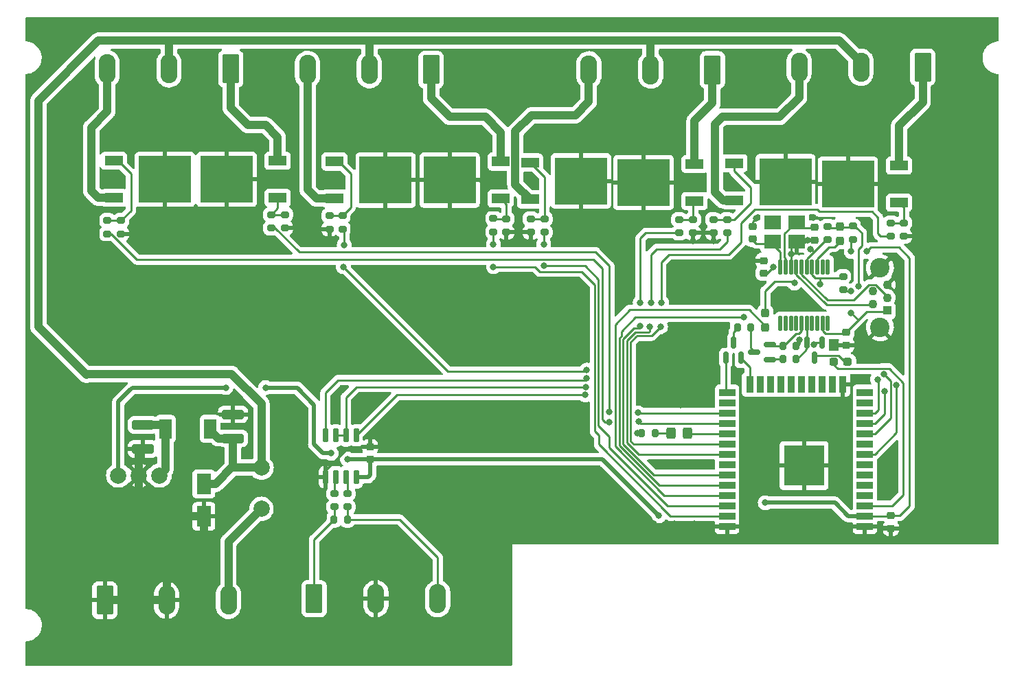
<source format=gbr>
%TF.GenerationSoftware,KiCad,Pcbnew,(5.99.0-12255-gad1ee958b0)*%
%TF.CreationDate,2022-02-21T16:33:45+02:00*%
%TF.ProjectId,esp32-ledstrip-driver,65737033-322d-46c6-9564-73747269702d,rev?*%
%TF.SameCoordinates,Original*%
%TF.FileFunction,Copper,L1,Top*%
%TF.FilePolarity,Positive*%
%FSLAX46Y46*%
G04 Gerber Fmt 4.6, Leading zero omitted, Abs format (unit mm)*
G04 Created by KiCad (PCBNEW (5.99.0-12255-gad1ee958b0)) date 2022-02-21 16:33:45*
%MOMM*%
%LPD*%
G01*
G04 APERTURE LIST*
G04 Aperture macros list*
%AMRoundRect*
0 Rectangle with rounded corners*
0 $1 Rounding radius*
0 $2 $3 $4 $5 $6 $7 $8 $9 X,Y pos of 4 corners*
0 Add a 4 corners polygon primitive as box body*
4,1,4,$2,$3,$4,$5,$6,$7,$8,$9,$2,$3,0*
0 Add four circle primitives for the rounded corners*
1,1,$1+$1,$2,$3*
1,1,$1+$1,$4,$5*
1,1,$1+$1,$6,$7*
1,1,$1+$1,$8,$9*
0 Add four rect primitives between the rounded corners*
20,1,$1+$1,$2,$3,$4,$5,0*
20,1,$1+$1,$4,$5,$6,$7,0*
20,1,$1+$1,$6,$7,$8,$9,0*
20,1,$1+$1,$8,$9,$2,$3,0*%
G04 Aperture macros list end*
%TA.AperFunction,SMDPad,CuDef*%
%ADD10RoundRect,0.200000X-0.200000X-0.275000X0.200000X-0.275000X0.200000X0.275000X-0.200000X0.275000X0*%
%TD*%
%TA.AperFunction,SMDPad,CuDef*%
%ADD11RoundRect,0.200000X-0.275000X0.200000X-0.275000X-0.200000X0.275000X-0.200000X0.275000X0.200000X0*%
%TD*%
%TA.AperFunction,SMDPad,CuDef*%
%ADD12RoundRect,0.150000X0.150000X-0.587500X0.150000X0.587500X-0.150000X0.587500X-0.150000X-0.587500X0*%
%TD*%
%TA.AperFunction,SMDPad,CuDef*%
%ADD13RoundRect,0.125000X-0.125000X0.825000X-0.125000X-0.825000X0.125000X-0.825000X0.125000X0.825000X0*%
%TD*%
%TA.AperFunction,SMDPad,CuDef*%
%ADD14R,2.200000X1.200000*%
%TD*%
%TA.AperFunction,SMDPad,CuDef*%
%ADD15R,6.400000X5.800000*%
%TD*%
%TA.AperFunction,SMDPad,CuDef*%
%ADD16RoundRect,0.200000X0.275000X-0.200000X0.275000X0.200000X-0.275000X0.200000X-0.275000X-0.200000X0*%
%TD*%
%TA.AperFunction,SMDPad,CuDef*%
%ADD17RoundRect,0.250000X-1.100000X0.325000X-1.100000X-0.325000X1.100000X-0.325000X1.100000X0.325000X0*%
%TD*%
%TA.AperFunction,ComponentPad*%
%ADD18RoundRect,0.250001X0.799999X1.549999X-0.799999X1.549999X-0.799999X-1.549999X0.799999X-1.549999X0*%
%TD*%
%TA.AperFunction,ComponentPad*%
%ADD19O,2.100000X3.600000*%
%TD*%
%TA.AperFunction,SMDPad,CuDef*%
%ADD20RoundRect,0.200000X0.200000X0.275000X-0.200000X0.275000X-0.200000X-0.275000X0.200000X-0.275000X0*%
%TD*%
%TA.AperFunction,SMDPad,CuDef*%
%ADD21RoundRect,0.225000X-0.250000X0.225000X-0.250000X-0.225000X0.250000X-0.225000X0.250000X0.225000X0*%
%TD*%
%TA.AperFunction,SMDPad,CuDef*%
%ADD22RoundRect,0.237500X0.237500X-0.287500X0.237500X0.287500X-0.237500X0.287500X-0.237500X-0.287500X0*%
%TD*%
%TA.AperFunction,ComponentPad*%
%ADD23RoundRect,0.250001X-0.799999X-1.549999X0.799999X-1.549999X0.799999X1.549999X-0.799999X1.549999X0*%
%TD*%
%TA.AperFunction,SMDPad,CuDef*%
%ADD24R,2.000000X0.900000*%
%TD*%
%TA.AperFunction,SMDPad,CuDef*%
%ADD25R,0.900000X2.000000*%
%TD*%
%TA.AperFunction,SMDPad,CuDef*%
%ADD26R,5.000000X5.000000*%
%TD*%
%TA.AperFunction,ComponentPad*%
%ADD27R,1.100000X1.100000*%
%TD*%
%TA.AperFunction,ComponentPad*%
%ADD28C,1.100000*%
%TD*%
%TA.AperFunction,ComponentPad*%
%ADD29C,2.400000*%
%TD*%
%TA.AperFunction,SMDPad,CuDef*%
%ADD30RoundRect,0.250000X1.100000X-0.325000X1.100000X0.325000X-1.100000X0.325000X-1.100000X-0.325000X0*%
%TD*%
%TA.AperFunction,SMDPad,CuDef*%
%ADD31RoundRect,0.225000X0.250000X-0.225000X0.250000X0.225000X-0.250000X0.225000X-0.250000X-0.225000X0*%
%TD*%
%TA.AperFunction,SMDPad,CuDef*%
%ADD32RoundRect,0.250000X-0.325000X-0.450000X0.325000X-0.450000X0.325000X0.450000X-0.325000X0.450000X0*%
%TD*%
%TA.AperFunction,SMDPad,CuDef*%
%ADD33R,2.100000X1.800000*%
%TD*%
%TA.AperFunction,SMDPad,CuDef*%
%ADD34RoundRect,0.150000X0.587500X0.150000X-0.587500X0.150000X-0.587500X-0.150000X0.587500X-0.150000X0*%
%TD*%
%TA.AperFunction,SMDPad,CuDef*%
%ADD35RoundRect,0.150000X-0.150000X0.587500X-0.150000X-0.587500X0.150000X-0.587500X0.150000X0.587500X0*%
%TD*%
%TA.AperFunction,ComponentPad*%
%ADD36C,2.000000*%
%TD*%
%TA.AperFunction,SMDPad,CuDef*%
%ADD37RoundRect,0.150000X-0.150000X0.725000X-0.150000X-0.725000X0.150000X-0.725000X0.150000X0.725000X0*%
%TD*%
%TA.AperFunction,SMDPad,CuDef*%
%ADD38R,1.500000X2.400000*%
%TD*%
%TA.AperFunction,SMDPad,CuDef*%
%ADD39RoundRect,0.237500X0.287500X0.237500X-0.287500X0.237500X-0.287500X-0.237500X0.287500X-0.237500X0*%
%TD*%
%TA.AperFunction,SMDPad,CuDef*%
%ADD40R,1.800000X2.500000*%
%TD*%
%TA.AperFunction,ViaPad*%
%ADD41C,0.800000*%
%TD*%
%TA.AperFunction,Conductor*%
%ADD42C,1.000000*%
%TD*%
%TA.AperFunction,Conductor*%
%ADD43C,0.250000*%
%TD*%
%TA.AperFunction,Conductor*%
%ADD44C,0.500000*%
%TD*%
G04 APERTURE END LIST*
D10*
%TO.P,R22,1*%
%TO.N,Net-(Q10-Pad2)*%
X153375000Y-95600000D03*
%TO.P,R22,2*%
%TO.N,Net-(Q9-Pad1)*%
X155025000Y-95600000D03*
%TD*%
D11*
%TO.P,R13,1*%
%TO.N,Net-(Q5-Pad1)*%
X142300000Y-79975000D03*
%TO.P,R13,2*%
%TO.N,GND*%
X142300000Y-81625000D03*
%TD*%
D12*
%TO.P,D5,1*%
%TO.N,GPIO_0*%
X146350000Y-97037500D03*
%TO.P,D5,2*%
%TO.N,GPIO_2*%
X148250000Y-97037500D03*
%TO.P,D5,3*%
%TO.N,Net-(D5-Pad3)*%
X147300000Y-95162500D03*
%TD*%
D11*
%TO.P,R12,1*%
%TO.N,Net-(Q4-Pad1)*%
X144800000Y-79975000D03*
%TO.P,R12,2*%
%TO.N,GND*%
X144800000Y-81625000D03*
%TD*%
D13*
%TO.P,U4,1,CKOH*%
%TO.N,unconnected-(U4-Pad1)*%
X158925000Y-85800000D03*
%TO.P,U4,2,CKOL*%
%TO.N,unconnected-(U4-Pad2)*%
X158275000Y-85800000D03*
%TO.P,U4,3,TXD*%
%TO.N,Net-(D2-Pad1)*%
X157625000Y-85800000D03*
%TO.P,U4,4,RXD*%
%TO.N,Net-(D3-Pad2)*%
X156975000Y-85800000D03*
%TO.P,U4,5,V3*%
%TO.N,Net-(C7-Pad2)*%
X156325000Y-85800000D03*
%TO.P,U4,6,UD+*%
%TO.N,Net-(J1-Pad3)*%
X155675000Y-85800000D03*
%TO.P,U4,7,UD-*%
%TO.N,Net-(J1-Pad2)*%
X155025000Y-85800000D03*
%TO.P,U4,8,GND*%
%TO.N,GND*%
X154375000Y-85800000D03*
%TO.P,U4,9,XI*%
%TO.N,Net-(C5-Pad2)*%
X153725000Y-85800000D03*
%TO.P,U4,10,XO*%
%TO.N,Net-(C6-Pad2)*%
X153075000Y-85800000D03*
%TO.P,U4,11,~{CTS}*%
%TO.N,unconnected-(U4-Pad11)*%
X153075000Y-92800000D03*
%TO.P,U4,12,~{DSR}*%
%TO.N,unconnected-(U4-Pad12)*%
X153725000Y-92800000D03*
%TO.P,U4,13,~{RI}*%
%TO.N,unconnected-(U4-Pad13)*%
X154375000Y-92800000D03*
%TO.P,U4,14,~{DCD}*%
%TO.N,unconnected-(U4-Pad14)*%
X155025000Y-92800000D03*
%TO.P,U4,15,~{DTR}*%
%TO.N,Net-(Q10-Pad2)*%
X155675000Y-92800000D03*
%TO.P,U4,16,~{RTS}*%
%TO.N,Net-(Q9-Pad2)*%
X156325000Y-92800000D03*
%TO.P,U4,17,NC*%
%TO.N,unconnected-(U4-Pad17)*%
X156975000Y-92800000D03*
%TO.P,U4,18,R232*%
%TO.N,unconnected-(U4-Pad18)*%
X157625000Y-92800000D03*
%TO.P,U4,19,VCC*%
%TO.N,+5V*%
X158275000Y-92800000D03*
%TO.P,U4,20,~{NOS}*%
%TO.N,unconnected-(U4-Pad20)*%
X158925000Y-92800000D03*
%TD*%
D14*
%TO.P,Q6,1,G*%
%TO.N,Net-(Q6-Pad1)*%
X122200000Y-72920000D03*
D15*
%TO.P,Q6,2,S*%
%TO.N,GND*%
X128500000Y-75200000D03*
D14*
%TO.P,Q6,3,D*%
%TO.N,Net-(P4-Pad3)*%
X122200000Y-77480000D03*
%TD*%
D10*
%TO.P,R26,1*%
%TO.N,GND*%
X135975000Y-106300000D03*
%TO.P,R26,2*%
%TO.N,Net-(D6-Pad1)*%
X137625000Y-106300000D03*
%TD*%
D16*
%TO.P,R8,1*%
%TO.N,LED_3_W*%
X124000000Y-81525000D03*
%TO.P,R8,2*%
%TO.N,Net-(Q6-Pad1)*%
X124000000Y-79875000D03*
%TD*%
%TO.P,R6,1*%
%TO.N,LED_2_W*%
X146500000Y-81625000D03*
%TO.P,R6,2*%
%TO.N,Net-(Q4-Pad1)*%
X146500000Y-79975000D03*
%TD*%
D17*
%TO.P,C2,1*%
%TO.N,Net-(C2-Pad1)*%
X74500000Y-105300000D03*
%TO.P,C2,2*%
%TO.N,GND*%
X74500000Y-108250000D03*
%TD*%
D14*
%TO.P,Q1,1,G*%
%TO.N,Net-(Q1-Pad1)*%
X91100000Y-77280000D03*
D15*
%TO.P,Q1,2,S*%
%TO.N,GND*%
X84800000Y-75000000D03*
D14*
%TO.P,Q1,3,D*%
%TO.N,Net-(P2-Pad1)*%
X91100000Y-72720000D03*
%TD*%
D16*
%TO.P,R3,1*%
%TO.N,LED_1_C*%
X90300000Y-81025000D03*
%TO.P,R3,2*%
%TO.N,Net-(Q1-Pad1)*%
X90300000Y-79375000D03*
%TD*%
D18*
%TO.P,P4,1,P1*%
%TO.N,Net-(P4-Pad1)*%
X144700000Y-61500000D03*
D19*
%TO.P,P4,2,P2*%
%TO.N,+24V*%
X137080000Y-61500000D03*
%TO.P,P4,3,P3*%
%TO.N,Net-(P4-Pad3)*%
X129460000Y-61500000D03*
%TD*%
D16*
%TO.P,R10,1*%
%TO.N,LED_4_W*%
X99100000Y-81125000D03*
%TO.P,R10,2*%
%TO.N,Net-(Q8-Pad1)*%
X99100000Y-79475000D03*
%TD*%
D20*
%TO.P,R25,1*%
%TO.N,Net-(Q10-Pad3)*%
X149425000Y-93300000D03*
%TO.P,R25,2*%
%TO.N,Net-(D5-Pad3)*%
X147775000Y-93300000D03*
%TD*%
D10*
%TO.P,R19,1*%
%TO.N,Net-(P6-Pad1)*%
X98050000Y-116975000D03*
%TO.P,R19,2*%
%TO.N,Net-(P6-Pad3)*%
X99700000Y-116975000D03*
%TD*%
D14*
%TO.P,Q7,1,G*%
%TO.N,Net-(Q7-Pad1)*%
X118600000Y-77380000D03*
D15*
%TO.P,Q7,2,S*%
%TO.N,GND*%
X112300000Y-75100000D03*
D14*
%TO.P,Q7,3,D*%
%TO.N,Net-(P5-Pad1)*%
X118600000Y-72820000D03*
%TD*%
D21*
%TO.P,C3,1*%
%TO.N,+3V3*%
X166700000Y-116500000D03*
%TO.P,C3,2*%
%TO.N,GND*%
X166700000Y-118050000D03*
%TD*%
D18*
%TO.P,P3,1,P1*%
%TO.N,Net-(P3-Pad1)*%
X170620000Y-61177500D03*
D19*
%TO.P,P3,2,P2*%
%TO.N,+24V*%
X163000000Y-61177500D03*
%TO.P,P3,3,P3*%
%TO.N,Net-(P3-Pad3)*%
X155380000Y-61177500D03*
%TD*%
D14*
%TO.P,Q8,1,G*%
%TO.N,Net-(Q8-Pad1)*%
X98100000Y-72820000D03*
D15*
%TO.P,Q8,2,S*%
%TO.N,GND*%
X104400000Y-75100000D03*
D14*
%TO.P,Q8,3,D*%
%TO.N,Net-(P5-Pad3)*%
X98100000Y-77380000D03*
%TD*%
D16*
%TO.P,R9,1*%
%TO.N,LED_4_C*%
X117700000Y-81500000D03*
%TO.P,R9,2*%
%TO.N,Net-(Q7-Pad1)*%
X117700000Y-79850000D03*
%TD*%
%TO.P,R7,1*%
%TO.N,LED_3_C*%
X140600000Y-81625000D03*
%TO.P,R7,2*%
%TO.N,Net-(Q5-Pad1)*%
X140600000Y-79975000D03*
%TD*%
D22*
%TO.P,D3,1,K*%
%TO.N,TXD_0*%
X151200000Y-93275000D03*
%TO.P,D3,2,A*%
%TO.N,Net-(D3-Pad2)*%
X151200000Y-91525000D03*
%TD*%
D23*
%TO.P,P6,1,P1*%
%TO.N,Net-(P6-Pad1)*%
X95580000Y-126722500D03*
D19*
%TO.P,P6,2,P2*%
%TO.N,GND*%
X103200000Y-126722500D03*
%TO.P,P6,3,P3*%
%TO.N,Net-(P6-Pad3)*%
X110820000Y-126722500D03*
%TD*%
D11*
%TO.P,R11,1*%
%TO.N,Net-(Q3-Pad1)*%
X168300000Y-80375000D03*
%TO.P,R11,2*%
%TO.N,GND*%
X168300000Y-82025000D03*
%TD*%
D24*
%TO.P,U1,1,GND*%
%TO.N,GND*%
X163500000Y-117805000D03*
%TO.P,U1,2,VDD*%
%TO.N,+3V3*%
X163500000Y-116535000D03*
%TO.P,U1,3,EN*%
%TO.N,ESP_EN*%
X163500000Y-115265000D03*
%TO.P,U1,4,SENSOR_VP*%
%TO.N,unconnected-(U1-Pad4)*%
X163500000Y-113995000D03*
%TO.P,U1,5,SENSOR_VN*%
%TO.N,unconnected-(U1-Pad5)*%
X163500000Y-112725000D03*
%TO.P,U1,6,IO34*%
%TO.N,unconnected-(U1-Pad6)*%
X163500000Y-111455000D03*
%TO.P,U1,7,IO35*%
%TO.N,unconnected-(U1-Pad7)*%
X163500000Y-110185000D03*
%TO.P,U1,8,IO32*%
%TO.N,~{RX}TX*%
X163500000Y-108915000D03*
%TO.P,U1,9,IO33*%
%TO.N,unconnected-(U1-Pad9)*%
X163500000Y-107645000D03*
%TO.P,U1,10,IO25*%
%TO.N,LED_4_W*%
X163500000Y-106375000D03*
%TO.P,U1,11,IO26*%
%TO.N,RO*%
X163500000Y-105105000D03*
%TO.P,U1,12,IO27*%
%TO.N,DI*%
X163500000Y-103835000D03*
%TO.P,U1,13,IO14*%
%TO.N,unconnected-(U1-Pad13)*%
X163500000Y-102565000D03*
%TO.P,U1,14,IO12*%
%TO.N,unconnected-(U1-Pad14)*%
X163500000Y-101295000D03*
D25*
%TO.P,U1,15,GND*%
%TO.N,GND*%
X160715000Y-100295000D03*
%TO.P,U1,16,IO13*%
%TO.N,unconnected-(U1-Pad16)*%
X159445000Y-100295000D03*
%TO.P,U1,17,SHD/SD2*%
%TO.N,unconnected-(U1-Pad17)*%
X158175000Y-100295000D03*
%TO.P,U1,18,SWP/SD3*%
%TO.N,unconnected-(U1-Pad18)*%
X156905000Y-100295000D03*
%TO.P,U1,19,SCS/CMD*%
%TO.N,unconnected-(U1-Pad19)*%
X155635000Y-100295000D03*
%TO.P,U1,20,SCK/CLK*%
%TO.N,unconnected-(U1-Pad20)*%
X154365000Y-100295000D03*
%TO.P,U1,21,SDO/SD0*%
%TO.N,unconnected-(U1-Pad21)*%
X153095000Y-100295000D03*
%TO.P,U1,22,SDI/SD1*%
%TO.N,unconnected-(U1-Pad22)*%
X151825000Y-100295000D03*
%TO.P,U1,23,IO15*%
%TO.N,unconnected-(U1-Pad23)*%
X150555000Y-100295000D03*
%TO.P,U1,24,IO2*%
%TO.N,GPIO_2*%
X149285000Y-100295000D03*
D24*
%TO.P,U1,25,IO0*%
%TO.N,GPIO_0*%
X146500000Y-101295000D03*
%TO.P,U1,26,IO4*%
%TO.N,unconnected-(U1-Pad26)*%
X146500000Y-102565000D03*
%TO.P,U1,27,IO16*%
%TO.N,LED_1_C*%
X146500000Y-103835000D03*
%TO.P,U1,28,IO17*%
%TO.N,LED_1_W*%
X146500000Y-105105000D03*
%TO.P,U1,29,IO5*%
%TO.N,Net-(D6-Pad2)*%
X146500000Y-106375000D03*
%TO.P,U1,30,IO18*%
%TO.N,LED_2_C*%
X146500000Y-107645000D03*
%TO.P,U1,31,IO19*%
%TO.N,LED_2_W*%
X146500000Y-108915000D03*
%TO.P,U1,32,NC*%
%TO.N,unconnected-(U1-Pad32)*%
X146500000Y-110185000D03*
%TO.P,U1,33,IO21*%
%TO.N,LED_3_C*%
X146500000Y-111455000D03*
%TO.P,U1,34,RXD0/IO3*%
%TO.N,RXD_0*%
X146500000Y-112725000D03*
%TO.P,U1,35,TXD0/IO1*%
%TO.N,TXD_0*%
X146500000Y-113995000D03*
%TO.P,U1,36,IO22*%
%TO.N,LED_3_W*%
X146500000Y-115265000D03*
%TO.P,U1,37,IO23*%
%TO.N,LED_4_C*%
X146500000Y-116535000D03*
%TO.P,U1,38,GND*%
%TO.N,GND*%
X146500000Y-117805000D03*
D26*
%TO.P,U1,39,GND*%
X156000000Y-110305000D03*
%TD*%
D11*
%TO.P,R14,1*%
%TO.N,Net-(Q6-Pad1)*%
X122300000Y-79875000D03*
%TO.P,R14,2*%
%TO.N,GND*%
X122300000Y-81525000D03*
%TD*%
D14*
%TO.P,Q2,1,G*%
%TO.N,Net-(Q2-Pad1)*%
X70900000Y-72720000D03*
D15*
%TO.P,Q2,2,S*%
%TO.N,GND*%
X77200000Y-75000000D03*
D14*
%TO.P,Q2,3,D*%
%TO.N,Net-(P2-Pad3)*%
X70900000Y-77280000D03*
%TD*%
D22*
%TO.P,D2,1,K*%
%TO.N,Net-(D2-Pad1)*%
X160400000Y-82575000D03*
%TO.P,D2,2,A*%
%TO.N,RXD_0*%
X160400000Y-80825000D03*
%TD*%
D11*
%TO.P,R1,1*%
%TO.N,Net-(Q1-Pad1)*%
X92000000Y-79350000D03*
%TO.P,R1,2*%
%TO.N,GND*%
X92000000Y-81000000D03*
%TD*%
%TO.P,R18,1*%
%TO.N,Net-(R18-Pad1)*%
X98100000Y-113750000D03*
%TO.P,R18,2*%
%TO.N,Net-(P6-Pad1)*%
X98100000Y-115400000D03*
%TD*%
D20*
%TO.P,R23,1*%
%TO.N,Net-(Q9-Pad2)*%
X155025000Y-97200000D03*
%TO.P,R23,2*%
%TO.N,Net-(Q10-Pad1)*%
X153375000Y-97200000D03*
%TD*%
D27*
%TO.P,J1,1,VBUS*%
%TO.N,+5V*%
X166225000Y-91200000D03*
D28*
%TO.P,J1,2,D-*%
%TO.N,Net-(J1-Pad2)*%
X164475000Y-90400000D03*
%TO.P,J1,3,D+*%
%TO.N,Net-(J1-Pad3)*%
X166225000Y-89600000D03*
%TO.P,J1,4,ID*%
%TO.N,unconnected-(J1-Pad4)*%
X164475000Y-88800000D03*
%TO.P,J1,5,GND*%
%TO.N,GND*%
X166225000Y-88000000D03*
D29*
%TO.P,J1,6,Shield*%
X165350000Y-85950000D03*
X165350000Y-93250000D03*
%TD*%
D16*
%TO.P,R5,1*%
%TO.N,LED_2_C*%
X166700000Y-82025000D03*
%TO.P,R5,2*%
%TO.N,Net-(Q3-Pad1)*%
X166700000Y-80375000D03*
%TD*%
D14*
%TO.P,Q3,1,G*%
%TO.N,Net-(Q3-Pad1)*%
X167700000Y-77880000D03*
D15*
%TO.P,Q3,2,S*%
%TO.N,GND*%
X161400000Y-75600000D03*
D14*
%TO.P,Q3,3,D*%
%TO.N,Net-(P3-Pad1)*%
X167700000Y-73320000D03*
%TD*%
D30*
%TO.P,C1,1*%
%TO.N,+24V*%
X85600000Y-106950000D03*
%TO.P,C1,2*%
%TO.N,GND*%
X85600000Y-104000000D03*
%TD*%
D11*
%TO.P,R2,1*%
%TO.N,Net-(Q2-Pad1)*%
X71800000Y-80075000D03*
%TO.P,R2,2*%
%TO.N,GND*%
X71800000Y-81725000D03*
%TD*%
D31*
%TO.P,C4,1*%
%TO.N,+3V3*%
X102500000Y-109550000D03*
%TO.P,C4,2*%
%TO.N,GND*%
X102500000Y-108000000D03*
%TD*%
D32*
%TO.P,D6,1,K*%
%TO.N,Net-(D6-Pad1)*%
X139575000Y-106300000D03*
%TO.P,D6,2,A*%
%TO.N,Net-(D6-Pad2)*%
X141625000Y-106300000D03*
%TD*%
D33*
%TO.P,Y1,1,1*%
%TO.N,Net-(C5-Pad2)*%
X155050000Y-80350000D03*
%TO.P,Y1,2,2*%
%TO.N,unconnected-(Y1-Pad2)*%
X152150000Y-80350000D03*
%TO.P,Y1,3,3*%
%TO.N,Net-(C6-Pad2)*%
X152150000Y-82650000D03*
%TO.P,Y1,4,4*%
%TO.N,GND*%
X155050000Y-82650000D03*
%TD*%
D14*
%TO.P,Q5,1,G*%
%TO.N,Net-(Q5-Pad1)*%
X142500000Y-77680000D03*
D15*
%TO.P,Q5,2,S*%
%TO.N,GND*%
X136200000Y-75400000D03*
D14*
%TO.P,Q5,3,D*%
%TO.N,Net-(P4-Pad1)*%
X142500000Y-73120000D03*
%TD*%
D34*
%TO.P,Q10,1,B*%
%TO.N,Net-(Q10-Pad1)*%
X151737500Y-97250000D03*
%TO.P,Q10,2,E*%
%TO.N,Net-(Q10-Pad2)*%
X151737500Y-95350000D03*
%TO.P,Q10,3,C*%
%TO.N,Net-(Q10-Pad3)*%
X149862500Y-96300000D03*
%TD*%
D11*
%TO.P,R17,1*%
%TO.N,Net-(R17-Pad1)*%
X99700000Y-113750000D03*
%TO.P,R17,2*%
%TO.N,Net-(P6-Pad3)*%
X99700000Y-115400000D03*
%TD*%
D35*
%TO.P,Q9,1,B*%
%TO.N,Net-(Q9-Pad1)*%
X158250000Y-95162500D03*
%TO.P,Q9,2,E*%
%TO.N,Net-(Q9-Pad2)*%
X156350000Y-95162500D03*
%TO.P,Q9,3,C*%
%TO.N,Net-(D4-Pad1)*%
X157300000Y-97037500D03*
%TD*%
D31*
%TO.P,C5,1*%
%TO.N,GND*%
X157300000Y-82500000D03*
%TO.P,C5,2*%
%TO.N,Net-(C5-Pad2)*%
X157300000Y-80950000D03*
%TD*%
D36*
%TO.P,F1,1*%
%TO.N,Net-(F1-Pad1)*%
X89090000Y-115640000D03*
%TO.P,F1,2*%
%TO.N,+24V*%
X89100000Y-110560000D03*
%TD*%
D37*
%TO.P,U3,1,RO*%
%TO.N,RO*%
X100805000Y-106600000D03*
%TO.P,U3,2,~{RE}*%
%TO.N,~{RX}TX*%
X99535000Y-106600000D03*
%TO.P,U3,3,DE*%
X98265000Y-106600000D03*
%TO.P,U3,4,DI*%
%TO.N,DI*%
X96995000Y-106600000D03*
%TO.P,U3,5,GND*%
%TO.N,GND*%
X96995000Y-111750000D03*
%TO.P,U3,6,A*%
%TO.N,Net-(R18-Pad1)*%
X98265000Y-111750000D03*
%TO.P,U3,7,B*%
%TO.N,Net-(R17-Pad1)*%
X99535000Y-111750000D03*
%TO.P,U3,8,VCC*%
%TO.N,+3V3*%
X100805000Y-111750000D03*
%TD*%
D38*
%TO.P,L1,1*%
%TO.N,+24V*%
X82750000Y-105775000D03*
%TO.P,L1,2*%
%TO.N,Net-(C2-Pad1)*%
X77250000Y-105775000D03*
%TD*%
D11*
%TO.P,R15,1*%
%TO.N,Net-(Q7-Pad1)*%
X119300000Y-79875000D03*
%TO.P,R15,2*%
%TO.N,GND*%
X119300000Y-81525000D03*
%TD*%
D18*
%TO.P,P2,1,P1*%
%TO.N,Net-(P2-Pad1)*%
X85320000Y-61377500D03*
D19*
%TO.P,P2,2,P2*%
%TO.N,+24V*%
X77700000Y-61377500D03*
%TO.P,P2,3,P3*%
%TO.N,Net-(P2-Pad3)*%
X70080000Y-61377500D03*
%TD*%
D39*
%TO.P,D4,1,K*%
%TO.N,Net-(D4-Pad1)*%
X161375000Y-97500000D03*
%TO.P,D4,2,A*%
%TO.N,ESP_EN*%
X159625000Y-97500000D03*
%TD*%
D16*
%TO.P,R21,1*%
%TO.N,+5V*%
X160800000Y-88625000D03*
%TO.P,R21,2*%
%TO.N,Net-(D3-Pad2)*%
X160800000Y-86975000D03*
%TD*%
D31*
%TO.P,C8,1*%
%TO.N,GND*%
X161200000Y-95450000D03*
%TO.P,C8,2*%
%TO.N,+5V*%
X161200000Y-93900000D03*
%TD*%
D16*
%TO.P,R4,1*%
%TO.N,LED_1_W*%
X70100000Y-81725000D03*
%TO.P,R4,2*%
%TO.N,Net-(Q2-Pad1)*%
X70100000Y-80075000D03*
%TD*%
D18*
%TO.P,P5,1,P1*%
%TO.N,Net-(P5-Pad1)*%
X110020000Y-61477500D03*
D19*
%TO.P,P5,2,P2*%
%TO.N,+24V*%
X102400000Y-61477500D03*
%TO.P,P5,3,P3*%
%TO.N,Net-(P5-Pad3)*%
X94780000Y-61477500D03*
%TD*%
D36*
%TO.P,U2,1,VIN*%
%TO.N,Net-(C2-Pad1)*%
X76540000Y-111525000D03*
%TO.P,U2,2,GND*%
%TO.N,GND*%
X74000000Y-111525000D03*
%TO.P,U2,3,VOUT*%
%TO.N,+3V3*%
X71460000Y-111525000D03*
%TD*%
D11*
%TO.P,R16,1*%
%TO.N,Net-(Q8-Pad1)*%
X97500000Y-79475000D03*
%TO.P,R16,2*%
%TO.N,GND*%
X97500000Y-81125000D03*
%TD*%
D21*
%TO.P,C6,1*%
%TO.N,GND*%
X149700000Y-80825000D03*
%TO.P,C6,2*%
%TO.N,Net-(C6-Pad2)*%
X149700000Y-82375000D03*
%TD*%
D16*
%TO.P,R20,1*%
%TO.N,Net-(C7-Pad2)*%
X158900000Y-82450000D03*
%TO.P,R20,2*%
%TO.N,RXD_0*%
X158900000Y-80800000D03*
%TD*%
D14*
%TO.P,Q4,1,G*%
%TO.N,Net-(Q4-Pad1)*%
X147400000Y-73020000D03*
D15*
%TO.P,Q4,2,S*%
%TO.N,GND*%
X153700000Y-75300000D03*
D14*
%TO.P,Q4,3,D*%
%TO.N,Net-(P3-Pad3)*%
X147400000Y-77580000D03*
%TD*%
D40*
%TO.P,D1,1,K*%
%TO.N,+24V*%
X82000000Y-112575000D03*
%TO.P,D1,2,A*%
%TO.N,GND*%
X82000000Y-116575000D03*
%TD*%
D23*
%TO.P,P1,1,P1*%
%TO.N,GND*%
X69780000Y-126922500D03*
D19*
%TO.P,P1,2,P2*%
X77400000Y-126922500D03*
%TO.P,P1,3,P3*%
%TO.N,Net-(F1-Pad1)*%
X85020000Y-126922500D03*
%TD*%
D21*
%TO.P,C7,1*%
%TO.N,GND*%
X151000000Y-85025000D03*
%TO.P,C7,2*%
%TO.N,Net-(C7-Pad2)*%
X151000000Y-86575000D03*
%TD*%
D11*
%TO.P,R24,1*%
%TO.N,RXD_0*%
X162000000Y-80775000D03*
%TO.P,R24,2*%
%TO.N,+3V3*%
X162000000Y-82425000D03*
%TD*%
D41*
%TO.N,GND*%
X119000000Y-66000000D03*
X107000000Y-61000000D03*
X65000000Y-87500000D03*
X100000000Y-60000000D03*
X177500000Y-60000000D03*
X140000000Y-66000000D03*
X82000000Y-130000000D03*
X154000000Y-71000000D03*
X143000000Y-94000000D03*
X160700000Y-85400000D03*
X157000000Y-119000000D03*
X65000000Y-80000000D03*
X148000000Y-86000000D03*
X73000000Y-124000000D03*
X177500000Y-77500000D03*
X94000000Y-78000000D03*
X70000000Y-101000000D03*
X135000000Y-80000000D03*
X164000000Y-96000000D03*
X170000000Y-117500000D03*
X139300000Y-110200000D03*
X171000000Y-81000000D03*
X131000000Y-70000000D03*
X144000000Y-56000000D03*
X62500000Y-97500000D03*
X73000000Y-93000000D03*
X166000000Y-113000000D03*
X156000000Y-71000000D03*
X62500000Y-105000000D03*
X65000000Y-104000000D03*
X153000000Y-89100000D03*
X99000000Y-127000000D03*
X150000000Y-119000000D03*
X77000000Y-88000000D03*
X90000000Y-120000000D03*
X75000000Y-125000000D03*
X67500000Y-132500000D03*
X68000000Y-121000000D03*
X172500000Y-117500000D03*
X170000000Y-57500000D03*
X95000000Y-97000000D03*
X162000000Y-119000000D03*
X99000000Y-122000000D03*
X62500000Y-102500000D03*
X177500000Y-62500000D03*
X62500000Y-112500000D03*
X105000000Y-80000000D03*
X126000000Y-70000000D03*
X104000000Y-114000000D03*
X104000000Y-106000000D03*
X171000000Y-90000000D03*
X110000000Y-132500000D03*
X96000000Y-130000000D03*
X110000000Y-80000000D03*
X133000000Y-80000000D03*
X147000000Y-56000000D03*
X169700000Y-83300000D03*
X62500000Y-130000000D03*
X152000000Y-61000000D03*
X167800000Y-86300000D03*
X91000000Y-124000000D03*
X141000000Y-60000000D03*
X80000000Y-56000000D03*
X71000000Y-56000000D03*
X100000000Y-130000000D03*
X69000000Y-106000000D03*
X124000000Y-64000000D03*
X114000000Y-97000000D03*
X105000000Y-89000000D03*
X107000000Y-125000000D03*
X68000000Y-96000000D03*
X158000000Y-119000000D03*
X115000000Y-64000000D03*
X62500000Y-100000000D03*
X177500000Y-57500000D03*
X106000000Y-82000000D03*
X84000000Y-80000000D03*
X177500000Y-65000000D03*
X123000000Y-56000000D03*
X157000000Y-56000000D03*
X153000000Y-119000000D03*
X142500000Y-117500000D03*
X62500000Y-132500000D03*
X86000000Y-102000000D03*
X89000000Y-65000000D03*
X137000000Y-96000000D03*
X154000000Y-56000000D03*
X104000000Y-122000000D03*
X70000000Y-132500000D03*
X155000000Y-106000000D03*
X117500000Y-117500000D03*
X75000000Y-80000000D03*
X104000000Y-80000000D03*
X85000000Y-132500000D03*
X122200000Y-82700000D03*
X103000000Y-80000000D03*
X161000000Y-113000000D03*
X167200000Y-84800000D03*
X92500000Y-132500000D03*
X102000000Y-114000000D03*
X154000000Y-90000000D03*
X83000000Y-56000000D03*
X120000000Y-117500000D03*
X70900000Y-75000000D03*
X148000000Y-119000000D03*
X166000000Y-61000000D03*
X159000000Y-119000000D03*
X108000000Y-56000000D03*
X62500000Y-60000000D03*
X155000000Y-119000000D03*
X163700000Y-80200000D03*
X90000000Y-56000000D03*
X174000000Y-64000000D03*
X141000000Y-56000000D03*
X112000000Y-118000000D03*
X80000000Y-132500000D03*
X177500000Y-85000000D03*
X92000000Y-67000000D03*
X88000000Y-83000000D03*
X150000000Y-113000000D03*
X159000000Y-106000000D03*
X91000000Y-94000000D03*
X65000000Y-75000000D03*
X80000000Y-126000000D03*
X126000000Y-80000000D03*
X81000000Y-96000000D03*
X148000000Y-61000000D03*
X82000000Y-66000000D03*
X72500000Y-132500000D03*
X141000000Y-89000000D03*
X115000000Y-70000000D03*
X177500000Y-87500000D03*
X77000000Y-56000000D03*
X177500000Y-100000000D03*
X112000000Y-112000000D03*
X82000000Y-122000000D03*
X70000000Y-124000000D03*
X72000000Y-124000000D03*
X71000000Y-118000000D03*
X150000000Y-64000000D03*
X156450000Y-82550000D03*
X111000000Y-80000000D03*
X157100000Y-79700000D03*
X117500000Y-120000000D03*
X62500000Y-107500000D03*
X65000000Y-70000000D03*
X72000000Y-130000000D03*
X177500000Y-117500000D03*
X87000000Y-80000000D03*
X137000000Y-70000000D03*
X92000000Y-64000000D03*
X65000000Y-82500000D03*
X73000000Y-97000000D03*
X69000000Y-124000000D03*
X150100000Y-79800000D03*
X107000000Y-128000000D03*
X92000000Y-61000000D03*
X140000000Y-70000000D03*
X91000000Y-75000000D03*
X111000000Y-56000000D03*
X120800000Y-80500000D03*
X114000000Y-56000000D03*
X101000000Y-69000000D03*
X165000000Y-57500000D03*
X97500000Y-132500000D03*
X141000000Y-63000000D03*
X163000000Y-67000000D03*
X67000000Y-125000000D03*
X76000000Y-130000000D03*
X104000000Y-69000000D03*
X115000000Y-87000000D03*
X132000000Y-56000000D03*
X159000000Y-66000000D03*
X118000000Y-75000000D03*
X116000000Y-107000000D03*
X65000000Y-92500000D03*
X167000000Y-96000000D03*
X129000000Y-80000000D03*
X100000000Y-132500000D03*
X64000000Y-115000000D03*
X65000000Y-65000000D03*
X157000000Y-106000000D03*
X126100000Y-82700000D03*
X155000000Y-71000000D03*
X107500000Y-132500000D03*
X151000000Y-71000000D03*
X81000000Y-70000000D03*
X177500000Y-115000000D03*
X75000000Y-83000000D03*
X83000000Y-91000000D03*
X149000000Y-89000000D03*
X153000000Y-71000000D03*
X113000000Y-80000000D03*
X154000000Y-119000000D03*
X89000000Y-89000000D03*
X94000000Y-92000000D03*
X156000000Y-119000000D03*
X132000000Y-82000000D03*
X75000000Y-132500000D03*
X102000000Y-80000000D03*
X95000000Y-82000000D03*
X175000000Y-117500000D03*
X62500000Y-115000000D03*
X128000000Y-80000000D03*
X80000000Y-125000000D03*
X129200000Y-107600000D03*
X98000000Y-61000000D03*
X81000000Y-87000000D03*
X62500000Y-57500000D03*
X98000000Y-104000000D03*
X103000000Y-92000000D03*
X93000000Y-128000000D03*
X113000000Y-61000000D03*
X134000000Y-85000000D03*
X109000000Y-70000000D03*
X91000000Y-83000000D03*
X131000000Y-80000000D03*
X108000000Y-98000000D03*
X65000000Y-85000000D03*
X107000000Y-103000000D03*
X102000000Y-56000000D03*
X130000000Y-80000000D03*
X62500000Y-117500000D03*
X135400000Y-106300000D03*
X134000000Y-89000000D03*
X158000000Y-68000000D03*
X61000000Y-63000000D03*
X159000000Y-62000000D03*
X106000000Y-65000000D03*
X92000000Y-99000000D03*
X109000000Y-82000000D03*
X113000000Y-124000000D03*
X142300000Y-82600000D03*
X94000000Y-88000000D03*
X93000000Y-56000000D03*
X110000000Y-93000000D03*
X102000000Y-120000000D03*
X146000000Y-89000000D03*
X120000000Y-104000000D03*
X99000000Y-56000000D03*
X73000000Y-128000000D03*
X88000000Y-97000000D03*
X137000000Y-80000000D03*
X143000000Y-75000000D03*
X172500000Y-57500000D03*
X177500000Y-105000000D03*
X171000000Y-113000000D03*
X69000000Y-130000000D03*
X127000000Y-104000000D03*
X76000000Y-124000000D03*
X107000000Y-80000000D03*
X123000000Y-97000000D03*
X132000000Y-115000000D03*
X120000000Y-56000000D03*
X65000000Y-90000000D03*
X130000000Y-117500000D03*
X106000000Y-80000000D03*
X123000000Y-107000000D03*
X67000000Y-129000000D03*
X171000000Y-76000000D03*
X105000000Y-56000000D03*
X132500000Y-117500000D03*
X127500000Y-117500000D03*
X143100000Y-110100000D03*
X71000000Y-124000000D03*
X122500000Y-117500000D03*
X80000000Y-127000000D03*
X106000000Y-111000000D03*
X135000000Y-117500000D03*
X74000000Y-56000000D03*
X102000000Y-66000000D03*
X152000000Y-71000000D03*
X70000000Y-89000000D03*
X147000000Y-75700000D03*
X118000000Y-62000000D03*
X68000000Y-130000000D03*
X160000000Y-119000000D03*
X148000000Y-70000000D03*
X88000000Y-127000000D03*
X71000000Y-130000000D03*
X140400000Y-96900000D03*
X177500000Y-70000000D03*
X107000000Y-87000000D03*
X123000000Y-115000000D03*
X133000000Y-64000000D03*
X84000000Y-102000000D03*
X79000000Y-92000000D03*
X167500000Y-75700000D03*
X177500000Y-97500000D03*
X114000000Y-80000000D03*
X117500000Y-130000000D03*
X145000000Y-119000000D03*
X143600000Y-81600000D03*
X171000000Y-103000000D03*
X87000000Y-130000000D03*
X69000000Y-109000000D03*
X152000000Y-119000000D03*
X162500000Y-57500000D03*
X86000000Y-80000000D03*
X171000000Y-94000000D03*
X75000000Y-128000000D03*
X138000000Y-80000000D03*
X77500000Y-132500000D03*
X83000000Y-127000000D03*
X95000000Y-80000000D03*
X82500000Y-132500000D03*
X83000000Y-80000000D03*
X177500000Y-67500000D03*
X150000000Y-56000000D03*
X86000000Y-70000000D03*
X104000000Y-96000000D03*
X171000000Y-85000000D03*
X100000000Y-90000000D03*
X120800000Y-81500000D03*
X120800000Y-79400000D03*
X167800000Y-87500000D03*
X68000000Y-124000000D03*
X126000000Y-56000000D03*
X129000000Y-56000000D03*
X90000000Y-130000000D03*
X79000000Y-80000000D03*
X79000000Y-130000000D03*
X177500000Y-82500000D03*
X117000000Y-56000000D03*
X87500000Y-132500000D03*
X95000000Y-132500000D03*
X161000000Y-119000000D03*
X177500000Y-80000000D03*
X127000000Y-80000000D03*
X177500000Y-102500000D03*
X162000000Y-71000000D03*
X119300000Y-82800000D03*
X90000000Y-132500000D03*
X129000000Y-70000000D03*
X173000000Y-69000000D03*
X168000000Y-119000000D03*
X108000000Y-107000000D03*
X73000000Y-126000000D03*
X163000000Y-71000000D03*
X65000000Y-77500000D03*
X137100000Y-82700000D03*
X73000000Y-60000000D03*
X78000000Y-80000000D03*
X115000000Y-132500000D03*
X107000000Y-68000000D03*
X142000000Y-76000000D03*
X167500000Y-57500000D03*
X149000000Y-119000000D03*
X137000000Y-67000000D03*
X113000000Y-130000000D03*
X62500000Y-125000000D03*
X80000000Y-128000000D03*
X110000000Y-116000000D03*
X74000000Y-124000000D03*
X97000000Y-94000000D03*
X77000000Y-80000000D03*
X177500000Y-92500000D03*
X123000000Y-70000000D03*
X72000000Y-70000000D03*
X69000000Y-114000000D03*
X165000000Y-119000000D03*
X115000000Y-115000000D03*
X122300000Y-75100000D03*
X86000000Y-56000000D03*
X154375000Y-84225000D03*
X65000000Y-57500000D03*
X177500000Y-75000000D03*
X96000000Y-56000000D03*
X128000000Y-94000000D03*
X86000000Y-96000000D03*
X175000000Y-57500000D03*
X75000000Y-124000000D03*
X119000000Y-94000000D03*
X177500000Y-112500000D03*
X171000000Y-98000000D03*
X80000000Y-129000000D03*
X76000000Y-121000000D03*
X78000000Y-130000000D03*
X131000000Y-68000000D03*
X112500000Y-132500000D03*
X127000000Y-112000000D03*
X62500000Y-122500000D03*
X137500000Y-117500000D03*
X160000000Y-71000000D03*
X105000000Y-132500000D03*
X73000000Y-66000000D03*
X76000000Y-80000000D03*
X67000000Y-128000000D03*
X79000000Y-124000000D03*
X153000000Y-106000000D03*
X135000000Y-56000000D03*
X117500000Y-127500000D03*
X164000000Y-71000000D03*
X67000000Y-127000000D03*
X80000000Y-83000000D03*
X69000000Y-85000000D03*
X177500000Y-110000000D03*
X61000000Y-95000000D03*
X127000000Y-89000000D03*
X88000000Y-122000000D03*
X78000000Y-68000000D03*
X68000000Y-56000000D03*
X100000000Y-97000000D03*
X136000000Y-80000000D03*
X117500000Y-122500000D03*
X103000000Y-87000000D03*
X143000000Y-87000000D03*
X66000000Y-121000000D03*
X113000000Y-121000000D03*
X126000000Y-61000000D03*
X68000000Y-63000000D03*
X89000000Y-61000000D03*
X98000000Y-75000000D03*
X177500000Y-107500000D03*
X102000000Y-103000000D03*
X75000000Y-126000000D03*
X165000000Y-65000000D03*
X98000000Y-65000000D03*
X70000000Y-130000000D03*
X98000000Y-89000000D03*
X85000000Y-88000000D03*
X122000000Y-60000000D03*
X87000000Y-93000000D03*
X73000000Y-129000000D03*
X65000000Y-72500000D03*
X125000000Y-117500000D03*
X123000000Y-91000000D03*
X134000000Y-70000000D03*
X62500000Y-120000000D03*
X171000000Y-108000000D03*
X120800000Y-82700000D03*
X120000000Y-88000000D03*
X140800000Y-102800000D03*
X110000000Y-87000000D03*
X75000000Y-62000000D03*
X140000000Y-117500000D03*
X115000000Y-92000000D03*
X151000000Y-119000000D03*
X82000000Y-80000000D03*
X177500000Y-90000000D03*
X85000000Y-80000000D03*
X84000000Y-83000000D03*
X117500000Y-132500000D03*
X161000000Y-71000000D03*
X82000000Y-62000000D03*
X75000000Y-129000000D03*
X62500000Y-110000000D03*
X144600000Y-78500000D03*
X119000000Y-113000000D03*
X102500000Y-132500000D03*
X62500000Y-127500000D03*
X177500000Y-72500000D03*
X129900000Y-82500000D03*
X160000000Y-56000000D03*
X66000000Y-111000000D03*
X134000000Y-80000000D03*
X65000000Y-132500000D03*
X77000000Y-130000000D03*
X112000000Y-80000000D03*
X117500000Y-125000000D03*
X133000000Y-61000000D03*
X177500000Y-95000000D03*
X144800000Y-82600000D03*
X98000000Y-69000000D03*
X67000000Y-126000000D03*
X138000000Y-56000000D03*
X73000000Y-125000000D03*
X65000000Y-67500000D03*
X94000000Y-122000000D03*
X113000000Y-104000000D03*
X91000000Y-89000000D03*
%TO.N,LED_1_C*%
X135524500Y-103800000D03*
X131977459Y-103708964D03*
%TO.N,LED_1_W*%
X135568901Y-104847702D03*
X131977458Y-105000000D03*
%TO.N,Net-(C7-Pad2)*%
X152200000Y-85800000D03*
X156800000Y-83600000D03*
%TO.N,+5V*%
X161800000Y-88800000D03*
X161800000Y-91500000D03*
%TO.N,RXD_0*%
X148600000Y-92000000D03*
X162700000Y-88200000D03*
%TO.N,Net-(D3-Pad2)*%
X158000000Y-87900000D03*
X154800000Y-87800000D03*
%TO.N,LED_2_C*%
X138300000Y-93200000D03*
X138400000Y-90200000D03*
%TO.N,LED_2_W*%
X137000000Y-93200000D03*
X137100000Y-90200000D03*
%TO.N,LED_3_C*%
X135800000Y-90200000D03*
X135812419Y-93125990D03*
%TO.N,LED_3_W*%
X123900000Y-85675500D03*
X123900000Y-83000000D03*
%TO.N,LED_4_C*%
X117700000Y-85800000D03*
X117700000Y-83000000D03*
%TO.N,LED_4_W*%
X99300000Y-83100000D03*
X129206950Y-98542607D03*
X165835498Y-99071155D03*
X99200000Y-85800000D03*
%TO.N,+3V3*%
X99700000Y-109500000D03*
X138100000Y-116500000D03*
X163700000Y-83900000D03*
X161800000Y-83900000D03*
X84700000Y-100700000D03*
X89600000Y-100700000D03*
X151200000Y-114900000D03*
X97700000Y-108800000D03*
%TO.N,RO*%
X165882581Y-101124500D03*
X129012739Y-101595686D03*
%TO.N,~{RX}TX*%
X167400000Y-100400000D03*
X129100000Y-100600000D03*
%TO.N,DI*%
X165039400Y-99675500D03*
X129184549Y-99541858D03*
%TO.N,Net-(Q9-Pad1)*%
X155400500Y-94800000D03*
X157200000Y-95400000D03*
%TD*%
D42*
%TO.N,Net-(F1-Pad1)*%
X85020000Y-119710000D02*
X89090000Y-115640000D01*
X85020000Y-126922500D02*
X85020000Y-119710000D01*
D43*
%TO.N,GND*%
X99870001Y-108000000D02*
X102500000Y-108000000D01*
D42*
X74000000Y-108750000D02*
X74500000Y-108250000D01*
D43*
X96995000Y-110875001D02*
X99870001Y-108000000D01*
X157300000Y-82550000D02*
X156450000Y-82550000D01*
X149700000Y-80200000D02*
X150100000Y-79800000D01*
D42*
X80800000Y-120900000D02*
X82000000Y-119700000D01*
X74000000Y-111525000D02*
X74000000Y-114500000D01*
X74000000Y-114500000D02*
X76075000Y-116575000D01*
D43*
X155325000Y-82550000D02*
X154950000Y-82925000D01*
D42*
X74000000Y-111525000D02*
X74000000Y-108750000D01*
X77400000Y-126922500D02*
X77400000Y-122700000D01*
D43*
X149700000Y-80825000D02*
X149700000Y-80200000D01*
X156450000Y-82550000D02*
X155325000Y-82550000D01*
X166455000Y-117805000D02*
X166700000Y-118050000D01*
D42*
X79200000Y-120900000D02*
X80800000Y-120900000D01*
X69780000Y-126922500D02*
X77400000Y-126922500D01*
D43*
X154375000Y-84225000D02*
X154375000Y-83500000D01*
X96995000Y-111750000D02*
X96995000Y-110875001D01*
X154375000Y-83500000D02*
X154950000Y-82925000D01*
D42*
X82000000Y-119700000D02*
X82000000Y-116575000D01*
D43*
X154375000Y-85775000D02*
X154375000Y-84225000D01*
D44*
X135975000Y-106300000D02*
X135400000Y-106300000D01*
D43*
X163500000Y-117805000D02*
X166455000Y-117805000D01*
D42*
X76075000Y-116575000D02*
X82000000Y-116575000D01*
X77400000Y-122700000D02*
X79200000Y-120900000D01*
%TO.N,Net-(P2-Pad1)*%
X91100000Y-72720000D02*
X91100000Y-69800000D01*
X85320000Y-66220000D02*
X85320000Y-61377500D01*
X87400000Y-68300000D02*
X85320000Y-66220000D01*
X91100000Y-69800000D02*
X89600000Y-68300000D01*
X89600000Y-68300000D02*
X87400000Y-68300000D01*
%TO.N,Net-(P2-Pad3)*%
X68100000Y-76400000D02*
X68100000Y-68600000D01*
X70900000Y-77280000D02*
X68980000Y-77280000D01*
X70080000Y-66620000D02*
X70080000Y-61377500D01*
X68980000Y-77280000D02*
X68100000Y-76400000D01*
X68100000Y-68600000D02*
X70080000Y-66620000D01*
D43*
%TO.N,LED_1_C*%
X135559500Y-103835000D02*
X135524500Y-103800000D01*
X90300000Y-81025000D02*
X90775000Y-81025000D01*
X130300000Y-84000000D02*
X131977459Y-85677459D01*
X146500000Y-103835000D02*
X135559500Y-103835000D01*
X93750000Y-84000000D02*
X130300000Y-84000000D01*
X90775000Y-81025000D02*
X93750000Y-84000000D01*
X131977459Y-85677459D02*
X131977459Y-103708964D01*
%TO.N,LED_1_W*%
X70100000Y-81725000D02*
X70575000Y-81725000D01*
X131100000Y-104600000D02*
X131500000Y-105000000D01*
X131100000Y-86000000D02*
X131100000Y-104600000D01*
X135826199Y-105105000D02*
X135568901Y-104847702D01*
X130000000Y-84900000D02*
X131100000Y-86000000D01*
X73750000Y-84900000D02*
X130000000Y-84900000D01*
X146500000Y-105105000D02*
X135826199Y-105105000D01*
X131500000Y-105000000D02*
X131977458Y-105000000D01*
X70575000Y-81725000D02*
X73750000Y-84900000D01*
%TO.N,Net-(C5-Pad2)*%
X155325000Y-81000000D02*
X154950000Y-80625000D01*
X154950000Y-80625000D02*
X154650978Y-80625000D01*
X157300000Y-81000000D02*
X155325000Y-81000000D01*
X154650978Y-80625000D02*
X153575489Y-81700489D01*
X153575489Y-84675490D02*
X153725000Y-84825001D01*
X153575489Y-81700489D02*
X153575489Y-84675490D01*
X153725000Y-84825001D02*
X153725000Y-85775000D01*
%TO.N,Net-(C6-Pad2)*%
X153075000Y-85775000D02*
X153075000Y-83950000D01*
X152050000Y-82925000D02*
X150075000Y-82925000D01*
X153075000Y-83950000D02*
X152050000Y-82925000D01*
X150075000Y-82925000D02*
X149700000Y-82550000D01*
%TO.N,Net-(C7-Pad2)*%
X156800000Y-83600000D02*
X156900000Y-83600000D01*
X156325000Y-84825001D02*
X157225001Y-83925001D01*
X158525001Y-82625000D02*
X158900000Y-82625000D01*
X151100000Y-86675000D02*
X151325000Y-86675000D01*
X156900000Y-83600000D02*
X157225001Y-83925001D01*
X156325000Y-85775000D02*
X156325000Y-84825001D01*
X157225001Y-83925001D02*
X158525001Y-82625000D01*
X151325000Y-86675000D02*
X152200000Y-85800000D01*
%TO.N,+5V*%
X160800000Y-88800000D02*
X161800000Y-88800000D01*
X163675489Y-91349511D02*
X162662500Y-92362500D01*
X158599521Y-94049520D02*
X160975480Y-94049520D01*
X161800000Y-91500000D02*
X162662500Y-92362500D01*
X166200000Y-91275000D02*
X166125489Y-91349511D01*
X158275000Y-93724999D02*
X158599521Y-94049520D01*
X158275000Y-92775000D02*
X158275000Y-93724999D01*
X166125489Y-91349511D02*
X163675489Y-91349511D01*
X160975480Y-94049520D02*
X161100000Y-93925000D01*
X162662500Y-92362500D02*
X161100000Y-93925000D01*
%TO.N,Net-(D2-Pad1)*%
X159100481Y-83349520D02*
X159725480Y-83349520D01*
X157625000Y-84825001D02*
X159100481Y-83349520D01*
X159725480Y-83349520D02*
X160400000Y-82675000D01*
X157625000Y-85775000D02*
X157625000Y-84825001D01*
%TO.N,RXD_0*%
X163100000Y-83200000D02*
X163100000Y-81600000D01*
X146500000Y-112725000D02*
X138117889Y-112725000D01*
X133451467Y-94341421D02*
X133451467Y-93748533D01*
X135200000Y-92000000D02*
X148600000Y-92000000D01*
X133251470Y-94541418D02*
X133451467Y-94341421D01*
X158900000Y-80975000D02*
X160350000Y-80975000D01*
X161850000Y-80925000D02*
X161900000Y-80975000D01*
X133451467Y-93748533D02*
X135200000Y-92000000D01*
X160350000Y-80975000D02*
X160400000Y-80925000D01*
X162700000Y-83600000D02*
X163100000Y-83200000D01*
X162475000Y-80975000D02*
X161900000Y-80975000D01*
X160400000Y-80925000D02*
X161850000Y-80925000D01*
X133251467Y-107858579D02*
X133251470Y-94541418D01*
X138117889Y-112725000D02*
X133251467Y-107858579D01*
X162700000Y-88200000D02*
X162700000Y-83600000D01*
X163100000Y-81600000D02*
X162475000Y-80975000D01*
%TO.N,Net-(D6-Pad1)*%
X139575000Y-106300000D02*
X137625000Y-106300000D01*
%TO.N,TXD_0*%
X134500000Y-91100000D02*
X149200000Y-91100000D01*
X149200000Y-91100000D02*
X151200000Y-93100000D01*
X132701959Y-107944774D02*
X132701959Y-92898041D01*
X146500000Y-113995000D02*
X138752185Y-113995000D01*
X138752185Y-113995000D02*
X132701959Y-107944774D01*
X151200000Y-93100000D02*
X151200000Y-93350000D01*
X132701959Y-92898041D02*
X134500000Y-91100000D01*
%TO.N,Net-(D3-Pad2)*%
X158000000Y-87900000D02*
X158000000Y-87200000D01*
X156975000Y-85775000D02*
X156975000Y-86724999D01*
X158050000Y-87150000D02*
X160800000Y-87150000D01*
X151200000Y-88800000D02*
X152400000Y-87600000D01*
X156975000Y-86724999D02*
X157400001Y-87150000D01*
X154600000Y-87600000D02*
X154800000Y-87800000D01*
X151200000Y-91600000D02*
X151200000Y-88800000D01*
X152400000Y-87600000D02*
X154600000Y-87600000D01*
X157400001Y-87150000D02*
X158050000Y-87150000D01*
X158000000Y-87200000D02*
X158050000Y-87150000D01*
D42*
%TO.N,Net-(P3-Pad1)*%
X167700000Y-68400000D02*
X167700000Y-73320000D01*
X170620000Y-61177500D02*
X170620000Y-65480000D01*
X170620000Y-65480000D02*
X167700000Y-68400000D01*
%TO.N,Net-(P3-Pad3)*%
X155380000Y-64920000D02*
X155380000Y-61177500D01*
X145980000Y-77580000D02*
X145000000Y-76600000D01*
X147400000Y-77580000D02*
X145980000Y-77580000D01*
X145000000Y-68200000D02*
X145900000Y-67300000D01*
X145000000Y-76600000D02*
X145000000Y-68200000D01*
X153000000Y-67300000D02*
X155380000Y-64920000D01*
X145900000Y-67300000D02*
X153000000Y-67300000D01*
%TO.N,Net-(P4-Pad1)*%
X144700000Y-61500000D02*
X144700000Y-65600000D01*
X144700000Y-65600000D02*
X142500000Y-67800000D01*
X142500000Y-67800000D02*
X142500000Y-73120000D01*
%TO.N,Net-(P4-Pad3)*%
X129460000Y-65440000D02*
X129460000Y-61500000D01*
X122400000Y-67100000D02*
X127800000Y-67100000D01*
X127800000Y-67100000D02*
X129460000Y-65440000D01*
X120399511Y-69100489D02*
X122400000Y-67100000D01*
X122200000Y-77480000D02*
X120399511Y-75679511D01*
X120399511Y-75679511D02*
X120399511Y-69100489D01*
%TO.N,Net-(P5-Pad1)*%
X118600000Y-69200000D02*
X118600000Y-72820000D01*
X110020000Y-65020000D02*
X112300000Y-67300000D01*
X110020000Y-61477500D02*
X110020000Y-65020000D01*
X112300000Y-67300000D02*
X116700000Y-67300000D01*
X116700000Y-67300000D02*
X118600000Y-69200000D01*
%TO.N,Net-(P5-Pad3)*%
X94780000Y-76280000D02*
X94780000Y-61477500D01*
X95880000Y-77380000D02*
X94780000Y-76280000D01*
X98100000Y-77380000D02*
X95880000Y-77380000D01*
D43*
%TO.N,Net-(Q1-Pad1)*%
X91975000Y-79375000D02*
X92000000Y-79350000D01*
X91100000Y-78575000D02*
X90300000Y-79375000D01*
X91100000Y-77280000D02*
X91100000Y-78575000D01*
X90300000Y-79375000D02*
X91975000Y-79375000D01*
%TO.N,Net-(Q2-Pad1)*%
X73000000Y-78875000D02*
X73000000Y-74300000D01*
X71420000Y-72720000D02*
X70900000Y-72720000D01*
X73000000Y-74300000D02*
X71420000Y-72720000D01*
X71800000Y-80075000D02*
X73000000Y-78875000D01*
X70100000Y-80075000D02*
X71800000Y-80075000D01*
%TO.N,Net-(Q3-Pad1)*%
X166700000Y-80375000D02*
X168300000Y-80375000D01*
X168300000Y-78480000D02*
X167700000Y-77880000D01*
X168300000Y-80375000D02*
X168300000Y-78480000D01*
%TO.N,Net-(Q4-Pad1)*%
X146500000Y-79975000D02*
X147354022Y-79975000D01*
X144800000Y-79975000D02*
X146500000Y-79975000D01*
X147400000Y-74000000D02*
X147400000Y-73020000D01*
X149400000Y-77929022D02*
X149400000Y-76000000D01*
X149400000Y-76000000D02*
X147400000Y-74000000D01*
X147354022Y-79975000D02*
X149400000Y-77929022D01*
%TO.N,Net-(Q5-Pad1)*%
X142300000Y-79975000D02*
X140600000Y-79975000D01*
X142300000Y-77880000D02*
X142500000Y-77680000D01*
X142300000Y-79975000D02*
X142300000Y-77880000D01*
%TO.N,Net-(Q6-Pad1)*%
X124000000Y-74720000D02*
X122200000Y-72920000D01*
X122300000Y-79875000D02*
X124000000Y-79875000D01*
X124000000Y-79875000D02*
X124000000Y-74720000D01*
%TO.N,Net-(Q7-Pad1)*%
X117725000Y-79875000D02*
X117700000Y-79850000D01*
X119300000Y-79875000D02*
X117725000Y-79875000D01*
X119300000Y-79875000D02*
X119300000Y-78080000D01*
X119300000Y-78080000D02*
X118600000Y-77380000D01*
%TO.N,Net-(Q8-Pad1)*%
X100100000Y-78475000D02*
X100100000Y-74300000D01*
X97500000Y-79475000D02*
X99100000Y-79475000D01*
X100100000Y-74300000D02*
X98620000Y-72820000D01*
X98620000Y-72820000D02*
X98100000Y-72820000D01*
X99100000Y-79475000D02*
X100100000Y-78475000D01*
%TO.N,LED_2_C*%
X138400000Y-85200000D02*
X139300000Y-84300000D01*
X165100000Y-79700000D02*
X165100000Y-81700000D01*
X136097676Y-107645000D02*
X136042676Y-107700000D01*
X135400000Y-94300000D02*
X137200000Y-94300000D01*
X139300000Y-84300000D02*
X146700000Y-84300000D01*
X148200000Y-82800000D02*
X148200000Y-80400000D01*
X136042676Y-107700000D02*
X135000000Y-107700000D01*
X146500000Y-107645000D02*
X136097676Y-107645000D01*
X149900000Y-78700000D02*
X157600000Y-78700000D01*
X148200000Y-80400000D02*
X149900000Y-78700000D01*
X165425000Y-82025000D02*
X166700000Y-82025000D01*
X134600000Y-103100000D02*
X134600000Y-95100000D01*
X134600000Y-95100000D02*
X135200000Y-94500000D01*
X138400000Y-90200000D02*
X138400000Y-85200000D01*
X135000000Y-107700000D02*
X134600000Y-107300000D01*
X157900000Y-79000000D02*
X164400000Y-79000000D01*
X164400000Y-79000000D02*
X165100000Y-79700000D01*
X135200000Y-94500000D02*
X135400000Y-94300000D01*
X165100000Y-81700000D02*
X165425000Y-82025000D01*
X134600000Y-107300000D02*
X134600000Y-103100000D01*
X146700000Y-84300000D02*
X148200000Y-82800000D01*
X137200000Y-94300000D02*
X138300000Y-93200000D01*
X157600000Y-78700000D02*
X157900000Y-79000000D01*
%TO.N,LED_2_W*%
X145600000Y-83600000D02*
X146500000Y-82700000D01*
X146500000Y-108915000D02*
X135579296Y-108915000D01*
X137100000Y-90200000D02*
X137100000Y-84300000D01*
X135586194Y-93850490D02*
X136886195Y-93850489D01*
X135579296Y-108915000D02*
X134150489Y-107486193D01*
X137000000Y-93736684D02*
X137000000Y-93200000D01*
X134150490Y-94913806D02*
X135213807Y-93850489D01*
X134150489Y-107486193D02*
X134150490Y-94913806D01*
X135213807Y-93850489D02*
X135586194Y-93850490D01*
X136886195Y-93850489D02*
X137000000Y-93736684D01*
X146500000Y-82700000D02*
X146500000Y-81625000D01*
X137800000Y-83600000D02*
X145600000Y-83600000D01*
X137100000Y-84300000D02*
X137800000Y-83600000D01*
%TO.N,LED_3_C*%
X133700980Y-94727612D02*
X135027615Y-93400978D01*
X135027615Y-93400978D02*
X135537430Y-93400979D01*
X146500000Y-111455000D02*
X137483592Y-111455000D01*
X137483592Y-111455000D02*
X133700978Y-107672386D01*
X135800000Y-90200000D02*
X135800000Y-82300000D01*
X136475000Y-81625000D02*
X140600000Y-81625000D01*
X135537430Y-93400979D02*
X135812419Y-93125990D01*
X135800000Y-82300000D02*
X136475000Y-81625000D01*
X133700978Y-107672386D02*
X133700980Y-94727612D01*
%TO.N,LED_3_W*%
X123900000Y-83000000D02*
X123900000Y-81625000D01*
X132000000Y-106700000D02*
X130649511Y-105349511D01*
X139165000Y-115265000D02*
X132000000Y-108100000D01*
X130649511Y-87349511D02*
X128975500Y-85675500D01*
X132000000Y-108100000D02*
X132000000Y-106700000D01*
X123900000Y-81625000D02*
X124000000Y-81525000D01*
X130649511Y-105349511D02*
X130649511Y-87349511D01*
X146500000Y-115265000D02*
X139165000Y-115265000D01*
X128975500Y-85675500D02*
X123900000Y-85675500D01*
%TO.N,LED_4_C*%
X130200000Y-106100000D02*
X130200000Y-88000000D01*
X128600000Y-86400000D02*
X123400000Y-86400000D01*
X123400000Y-86400000D02*
X122800000Y-85800000D01*
X146500000Y-116535000D02*
X139535000Y-116535000D01*
X130700000Y-107700000D02*
X130700000Y-106600000D01*
X139535000Y-116535000D02*
X130700000Y-107700000D01*
X130700000Y-106600000D02*
X130200000Y-106100000D01*
X130200000Y-88000000D02*
X128600000Y-86400000D01*
X117700000Y-83000000D02*
X117700000Y-81500000D01*
X122800000Y-85800000D02*
X117700000Y-85800000D01*
%TO.N,LED_4_W*%
X112100000Y-98700000D02*
X129049557Y-98700000D01*
X166675499Y-100700099D02*
X166675499Y-99911156D01*
X163500000Y-106375000D02*
X164750000Y-106375000D01*
X164750000Y-106375000D02*
X166700000Y-104425000D01*
X166700000Y-104425000D02*
X166700000Y-100724600D01*
X166700000Y-100724600D02*
X166675499Y-100700099D01*
X129049557Y-98700000D02*
X129206950Y-98542607D01*
X99300000Y-83100000D02*
X99300000Y-81325000D01*
X99300000Y-81325000D02*
X99100000Y-81125000D01*
X99200000Y-85800000D02*
X112100000Y-98700000D01*
X166675499Y-99911156D02*
X165835498Y-99071155D01*
D42*
%TO.N,+24V*%
X102400000Y-61477500D02*
X102400000Y-58200000D01*
X82750000Y-105775000D02*
X82750000Y-105950000D01*
X137200000Y-57900000D02*
X160300000Y-57900000D01*
X61600000Y-93200000D02*
X61600000Y-65300000D01*
X61600000Y-65300000D02*
X69000000Y-57900000D01*
X82750000Y-105950000D02*
X83750000Y-106950000D01*
X85760000Y-110560000D02*
X85600000Y-110400000D01*
X77700000Y-58100000D02*
X77900000Y-57900000D01*
X69000000Y-57900000D02*
X77900000Y-57900000D01*
X137080000Y-58020000D02*
X137200000Y-57900000D01*
X102400000Y-58200000D02*
X102100000Y-57900000D01*
X85400000Y-99000000D02*
X67600000Y-99000000D01*
X67500000Y-99100000D02*
X61600000Y-93200000D01*
X82000000Y-112575000D02*
X83425000Y-112575000D01*
X102100000Y-57900000D02*
X137200000Y-57900000D01*
X83425000Y-112575000D02*
X85600000Y-110400000D01*
X163000000Y-60600000D02*
X163000000Y-61177500D01*
X85600000Y-110400000D02*
X85600000Y-106950000D01*
X89100000Y-110560000D02*
X85760000Y-110560000D01*
X83750000Y-106950000D02*
X85600000Y-106950000D01*
X89100000Y-110560000D02*
X89100000Y-102700000D01*
X67600000Y-99000000D02*
X67500000Y-99100000D01*
X160300000Y-57900000D02*
X163000000Y-60600000D01*
X137080000Y-61500000D02*
X137080000Y-58020000D01*
X89100000Y-102700000D02*
X85400000Y-99000000D01*
X77700000Y-61377500D02*
X77700000Y-58100000D01*
X77900000Y-57900000D02*
X102100000Y-57900000D01*
%TO.N,Net-(C2-Pad1)*%
X74500000Y-105300000D02*
X76775000Y-105300000D01*
X76775000Y-105300000D02*
X77250000Y-105775000D01*
X77250000Y-110815000D02*
X77250000Y-105775000D01*
X76540000Y-111525000D02*
X77250000Y-110815000D01*
D43*
%TO.N,+3V3*%
X163500000Y-116535000D02*
X166665000Y-116535000D01*
D44*
X102500000Y-109550000D02*
X131150000Y-109550000D01*
X95600000Y-107700000D02*
X96700000Y-108800000D01*
X151200000Y-114900000D02*
X159800000Y-114900000D01*
X71460000Y-111525000D02*
X71460000Y-102440000D01*
X93500000Y-100700000D02*
X95600000Y-102800000D01*
X102250000Y-111750000D02*
X102500000Y-111500000D01*
X73200000Y-100700000D02*
X84700000Y-100700000D01*
X89600000Y-100700000D02*
X93500000Y-100700000D01*
D43*
X169000000Y-84900000D02*
X169000000Y-84700000D01*
X169000000Y-115300000D02*
X169000000Y-84900000D01*
X161800000Y-82725000D02*
X161900000Y-82625000D01*
D44*
X159800000Y-114900000D02*
X161435000Y-116535000D01*
X102500000Y-111500000D02*
X102500000Y-109550000D01*
D43*
X164200000Y-83400000D02*
X163700000Y-83900000D01*
X161800000Y-83900000D02*
X161800000Y-82725000D01*
D44*
X96700000Y-108800000D02*
X97700000Y-108800000D01*
D43*
X166700000Y-116500000D02*
X167800000Y-116500000D01*
X168500000Y-115800000D02*
X169000000Y-115300000D01*
D44*
X100805000Y-111750000D02*
X102250000Y-111750000D01*
X161435000Y-116535000D02*
X163500000Y-116535000D01*
X95600000Y-102800000D02*
X95600000Y-107700000D01*
X131150000Y-109550000D02*
X138100000Y-116500000D01*
X71460000Y-102440000D02*
X72900000Y-101000000D01*
D43*
X167800000Y-116500000D02*
X168500000Y-115800000D01*
X166665000Y-116535000D02*
X166700000Y-116500000D01*
D44*
X72900000Y-101000000D02*
X73200000Y-100700000D01*
D43*
X167700000Y-83400000D02*
X164200000Y-83400000D01*
X169000000Y-84700000D02*
X167700000Y-83400000D01*
D44*
X99700000Y-109500000D02*
X102450000Y-109500000D01*
X102450000Y-109500000D02*
X102500000Y-109550000D01*
D43*
%TO.N,Net-(R17-Pad1)*%
X99700000Y-113750000D02*
X99700000Y-111915000D01*
X99700000Y-111915000D02*
X99535000Y-111750000D01*
%TO.N,Net-(R18-Pad1)*%
X98100000Y-111915000D02*
X98265000Y-111750000D01*
X98100000Y-113750000D02*
X98100000Y-111915000D01*
%TO.N,RO*%
X164750000Y-105105000D02*
X165882581Y-103972419D01*
X163500000Y-105105000D02*
X164750000Y-105105000D01*
X105809314Y-101595686D02*
X129012739Y-101595686D01*
X165882581Y-103972419D02*
X165882581Y-101124500D01*
X100805000Y-106600000D02*
X105809314Y-101595686D01*
%TO.N,~{RX}TX*%
X99500000Y-101900000D02*
X99535000Y-101935000D01*
X167400000Y-106265000D02*
X167400000Y-100400000D01*
X129100000Y-100600000D02*
X100800000Y-100600000D01*
X99535000Y-101935000D02*
X99535000Y-106600000D01*
X100800000Y-100600000D02*
X99500000Y-101900000D01*
X164750000Y-108915000D02*
X167400000Y-106265000D01*
X163500000Y-108915000D02*
X164750000Y-108915000D01*
X98265000Y-106600000D02*
X99535000Y-106600000D01*
%TO.N,DI*%
X98524500Y-99775500D02*
X128950907Y-99775500D01*
X96995000Y-106600000D02*
X96995000Y-101305000D01*
X164750000Y-103835000D02*
X165155905Y-103429095D01*
X128950907Y-99775500D02*
X129184549Y-99541858D01*
X165155905Y-103429095D02*
X165155905Y-99792005D01*
X96995000Y-101305000D02*
X98524500Y-99775500D01*
X165155905Y-99792005D02*
X165039400Y-99675500D01*
X163500000Y-103835000D02*
X164750000Y-103835000D01*
%TO.N,Net-(D4-Pad1)*%
X157549999Y-96750001D02*
X160250001Y-96750001D01*
X157250000Y-97050000D02*
X157549999Y-96750001D01*
X160250001Y-96750001D02*
X161075000Y-97575000D01*
%TO.N,ESP_EN*%
X159325000Y-97575000D02*
X160125499Y-98375499D01*
X165535399Y-98346654D02*
X166471254Y-98346654D01*
X166471254Y-98346654D02*
X168224501Y-100099901D01*
X168224501Y-100099901D02*
X168224501Y-113905499D01*
X166865000Y-115265000D02*
X163500000Y-115265000D01*
X168224501Y-113905499D02*
X166865000Y-115265000D01*
X165506554Y-98375499D02*
X165535399Y-98346654D01*
X160125499Y-98375499D02*
X165506554Y-98375499D01*
%TO.N,GPIO_0*%
X146350000Y-101145000D02*
X146500000Y-101295000D01*
X146350000Y-97112500D02*
X146350000Y-101145000D01*
%TO.N,GPIO_2*%
X149285000Y-100295000D02*
X149285000Y-98147500D01*
X149285000Y-98147500D02*
X148250000Y-97112500D01*
%TO.N,Net-(D5-Pad3)*%
X147300000Y-95237500D02*
X147300000Y-93850000D01*
X147300000Y-93850000D02*
X147775000Y-93375000D01*
%TO.N,Net-(J1-Pad2)*%
X155025000Y-86724999D02*
X155025000Y-85775000D01*
X158775001Y-90475000D02*
X155025000Y-86724999D01*
X164450000Y-90475000D02*
X158775001Y-90475000D01*
%TO.N,Net-(J1-Pad3)*%
X158850001Y-89900000D02*
X155675000Y-86724999D01*
X164812235Y-88000489D02*
X163999511Y-88000489D01*
X162100000Y-89900000D02*
X158850001Y-89900000D01*
X155675000Y-86724999D02*
X155675000Y-85775000D01*
X166200000Y-89675000D02*
X166200000Y-89388254D01*
X163999511Y-88000489D02*
X162100000Y-89900000D01*
X166200000Y-89388254D02*
X164812235Y-88000489D01*
%TO.N,Net-(Q9-Pad1)*%
X155400500Y-95299500D02*
X155125000Y-95575000D01*
X155400500Y-94800000D02*
X155400500Y-95299500D01*
X158200000Y-95175000D02*
X157425000Y-95175000D01*
X157425000Y-95175000D02*
X157200000Y-95400000D01*
%TO.N,Net-(Q9-Pad2)*%
X156325000Y-92775000D02*
X156325000Y-95150000D01*
X156300000Y-96000000D02*
X156300000Y-95175000D01*
X155125000Y-97175000D02*
X156300000Y-96000000D01*
X156325000Y-95150000D02*
X156300000Y-95175000D01*
%TO.N,Net-(Q10-Pad1)*%
X153475000Y-97175000D02*
X151987500Y-97175000D01*
X151987500Y-97175000D02*
X151837500Y-97325000D01*
%TO.N,Net-(Q10-Pad2)*%
X153475000Y-95575000D02*
X151987500Y-95575000D01*
X151987500Y-95575000D02*
X151837500Y-95425000D01*
X155675000Y-92775000D02*
X155675000Y-93724999D01*
X155324500Y-94075499D02*
X154974501Y-94075499D01*
X154974501Y-94075499D02*
X153475000Y-95575000D01*
X155675000Y-93724999D02*
X155324500Y-94075499D01*
%TO.N,Net-(Q10-Pad3)*%
X149425000Y-95837500D02*
X149425000Y-93375000D01*
X149962500Y-96375000D02*
X149425000Y-95837500D01*
%TO.N,Net-(D6-Pad2)*%
X146500000Y-106375000D02*
X141700000Y-106375000D01*
X141700000Y-106375000D02*
X141625000Y-106300000D01*
%TO.N,Net-(P6-Pad1)*%
X95580000Y-126722500D02*
X95580000Y-119445000D01*
X95580000Y-119445000D02*
X98050000Y-116975000D01*
X98100000Y-115400000D02*
X98100000Y-116925000D01*
X98100000Y-116925000D02*
X98050000Y-116975000D01*
%TO.N,Net-(P6-Pad3)*%
X110820000Y-121620000D02*
X106175000Y-116975000D01*
X99700000Y-116975000D02*
X99700000Y-115400000D01*
X110820000Y-126722500D02*
X110820000Y-121620000D01*
X106175000Y-116975000D02*
X99700000Y-116975000D01*
%TD*%
%TA.AperFunction,Conductor*%
%TO.N,GND*%
G36*
X179942121Y-55020002D02*
G01*
X179988614Y-55073658D01*
X180000000Y-55126000D01*
X180000000Y-57865300D01*
X179979998Y-57933421D01*
X179926342Y-57979914D01*
X179881908Y-57991052D01*
X179877924Y-57991303D01*
X179873622Y-57991280D01*
X179869361Y-57991841D01*
X179869360Y-57991841D01*
X179806425Y-58000127D01*
X179602177Y-58027016D01*
X179598037Y-58028149D01*
X179598035Y-58028149D01*
X179582251Y-58032467D01*
X179338093Y-58099261D01*
X179086257Y-58206678D01*
X178851329Y-58347280D01*
X178847978Y-58349964D01*
X178847976Y-58349966D01*
X178836202Y-58359399D01*
X178637657Y-58518463D01*
X178449194Y-58717062D01*
X178289428Y-58939400D01*
X178161314Y-59181364D01*
X178134155Y-59255581D01*
X178093022Y-59367984D01*
X178067225Y-59438477D01*
X178008899Y-59705980D01*
X178008563Y-59710250D01*
X177992908Y-59909172D01*
X177987418Y-59978924D01*
X177987835Y-59986150D01*
X178003179Y-60252257D01*
X178055889Y-60520923D01*
X178057276Y-60524974D01*
X178113607Y-60689504D01*
X178144573Y-60779950D01*
X178146499Y-60783779D01*
X178209495Y-60909032D01*
X178267591Y-61024544D01*
X178270017Y-61028073D01*
X178270020Y-61028079D01*
X178304642Y-61078454D01*
X178422666Y-61250179D01*
X178606929Y-61452681D01*
X178816969Y-61628302D01*
X179048901Y-61773792D01*
X179052803Y-61775554D01*
X179052807Y-61775556D01*
X179294520Y-61884694D01*
X179294524Y-61884696D01*
X179298432Y-61886460D01*
X179302551Y-61887680D01*
X179556832Y-61963002D01*
X179556837Y-61963003D01*
X179560945Y-61964220D01*
X179565179Y-61964868D01*
X179565184Y-61964869D01*
X179827340Y-62004984D01*
X179827342Y-62004984D01*
X179831582Y-62005633D01*
X179855775Y-62006013D01*
X179875981Y-62006331D01*
X179943779Y-62027401D01*
X179989422Y-62081781D01*
X180000000Y-62132315D01*
X180000000Y-119874000D01*
X179979998Y-119942121D01*
X179926342Y-119988614D01*
X179874000Y-120000000D01*
X120000000Y-120000000D01*
X120000000Y-134874000D01*
X119979998Y-134942121D01*
X119926342Y-134988614D01*
X119874000Y-135000000D01*
X60126000Y-135000000D01*
X60057879Y-134979998D01*
X60011386Y-134926342D01*
X60000000Y-134874000D01*
X60000000Y-132134352D01*
X60020002Y-132066231D01*
X60073658Y-132019738D01*
X60110862Y-132009265D01*
X60377141Y-131977042D01*
X60641967Y-131907566D01*
X60894914Y-131802792D01*
X61131301Y-131664658D01*
X61346754Y-131495722D01*
X61537286Y-131299108D01*
X61539819Y-131295660D01*
X61539823Y-131295655D01*
X61696834Y-131081909D01*
X61699372Y-131078454D01*
X61830012Y-130837845D01*
X61926789Y-130581732D01*
X61987912Y-130314854D01*
X62000031Y-130179075D01*
X62012031Y-130044616D01*
X62012251Y-130042151D01*
X62012692Y-130000000D01*
X62011255Y-129978924D01*
X61994362Y-129731123D01*
X61994361Y-129731117D01*
X61994070Y-129726846D01*
X61938550Y-129458747D01*
X61847157Y-129200664D01*
X61835251Y-129177595D01*
X61723550Y-128961178D01*
X61723549Y-128961177D01*
X61721585Y-128957371D01*
X61718662Y-128953212D01*
X61566619Y-128736877D01*
X61566614Y-128736871D01*
X61564155Y-128733372D01*
X61460386Y-128621703D01*
X61380703Y-128535954D01*
X61380700Y-128535951D01*
X61377782Y-128532811D01*
X61374466Y-128530097D01*
X61374463Y-128530094D01*
X61169233Y-128362114D01*
X61169226Y-128362109D01*
X61165915Y-128359399D01*
X60932472Y-128216345D01*
X60928555Y-128214626D01*
X60928552Y-128214624D01*
X60806317Y-128160967D01*
X60681775Y-128106297D01*
X60677647Y-128105121D01*
X60677644Y-128105120D01*
X60596557Y-128082022D01*
X60418462Y-128031290D01*
X60414220Y-128030686D01*
X60414214Y-128030685D01*
X60151657Y-127993318D01*
X60147406Y-127992713D01*
X60143116Y-127992691D01*
X60143109Y-127992690D01*
X60125338Y-127992597D01*
X60057323Y-127972237D01*
X60011113Y-127918338D01*
X60000000Y-127866599D01*
X60000000Y-127190048D01*
X68222000Y-127190048D01*
X68222000Y-128519596D01*
X68222337Y-128526111D01*
X68232256Y-128621703D01*
X68235150Y-128635102D01*
X68286588Y-128789283D01*
X68292762Y-128802462D01*
X68378063Y-128940307D01*
X68387099Y-128951708D01*
X68501830Y-129066239D01*
X68513241Y-129075251D01*
X68651245Y-129160318D01*
X68664423Y-129166462D01*
X68818716Y-129217639D01*
X68832081Y-129220505D01*
X68926439Y-129230172D01*
X68932855Y-129230500D01*
X69507885Y-129230500D01*
X69523124Y-129226025D01*
X69524329Y-129224635D01*
X69526000Y-129216952D01*
X69526000Y-127194615D01*
X69524659Y-127190048D01*
X70034000Y-127190048D01*
X70034000Y-129212385D01*
X70038475Y-129227624D01*
X70039865Y-129228829D01*
X70047548Y-129230500D01*
X70627096Y-129230500D01*
X70633611Y-129230163D01*
X70729203Y-129220244D01*
X70742602Y-129217350D01*
X70896783Y-129165912D01*
X70909962Y-129159738D01*
X71047807Y-129074437D01*
X71059208Y-129065401D01*
X71173739Y-128950670D01*
X71182751Y-128939259D01*
X71267818Y-128801255D01*
X71273962Y-128788077D01*
X71325139Y-128633784D01*
X71328005Y-128620419D01*
X71337672Y-128526061D01*
X71338000Y-128519645D01*
X71338000Y-127194615D01*
X71336659Y-127190048D01*
X75842000Y-127190048D01*
X75842000Y-127732982D01*
X75842202Y-127738014D01*
X75856632Y-127917363D01*
X75858244Y-127927316D01*
X75915634Y-128160967D01*
X75918817Y-128170537D01*
X76012826Y-128392006D01*
X76017501Y-128400948D01*
X76145707Y-128604536D01*
X76151747Y-128612609D01*
X76310857Y-128793085D01*
X76318109Y-128800088D01*
X76504025Y-128952801D01*
X76512307Y-128958557D01*
X76720246Y-129079580D01*
X76729345Y-129083940D01*
X76953955Y-129170160D01*
X76963637Y-129173009D01*
X77128264Y-129207402D01*
X77142325Y-129206279D01*
X77146000Y-129196172D01*
X77146000Y-127194615D01*
X77144659Y-127190048D01*
X77654000Y-127190048D01*
X77654000Y-129193425D01*
X77658136Y-129207511D01*
X77671114Y-129209560D01*
X77698572Y-129206383D01*
X77708476Y-129204422D01*
X77939975Y-129138913D01*
X77949424Y-129135399D01*
X78167483Y-129033718D01*
X78176247Y-129028739D01*
X78375234Y-128893507D01*
X78383109Y-128887175D01*
X78557905Y-128721879D01*
X78564666Y-128714370D01*
X78710791Y-128523247D01*
X78716255Y-128514768D01*
X78829945Y-128302736D01*
X78833987Y-128293484D01*
X78912313Y-128066007D01*
X78914824Y-128056231D01*
X78955961Y-127818072D01*
X78956816Y-127810205D01*
X78957936Y-127785547D01*
X78958000Y-127782714D01*
X78958000Y-127194615D01*
X78953525Y-127179376D01*
X78952135Y-127178171D01*
X78944452Y-127176500D01*
X77672115Y-127176500D01*
X77656876Y-127180975D01*
X77655671Y-127182365D01*
X77654000Y-127190048D01*
X77144659Y-127190048D01*
X77141525Y-127179376D01*
X77140135Y-127178171D01*
X77132452Y-127176500D01*
X75860115Y-127176500D01*
X75844876Y-127180975D01*
X75843671Y-127182365D01*
X75842000Y-127190048D01*
X71336659Y-127190048D01*
X71333525Y-127179376D01*
X71332135Y-127178171D01*
X71324452Y-127176500D01*
X70052115Y-127176500D01*
X70036876Y-127180975D01*
X70035671Y-127182365D01*
X70034000Y-127190048D01*
X69524659Y-127190048D01*
X69521525Y-127179376D01*
X69520135Y-127178171D01*
X69512452Y-127176500D01*
X68240115Y-127176500D01*
X68224876Y-127180975D01*
X68223671Y-127182365D01*
X68222000Y-127190048D01*
X60000000Y-127190048D01*
X60000000Y-125325356D01*
X68222000Y-125325356D01*
X68222000Y-126650385D01*
X68226475Y-126665624D01*
X68227865Y-126666829D01*
X68235548Y-126668500D01*
X69507885Y-126668500D01*
X69523124Y-126664025D01*
X69524329Y-126662635D01*
X69526000Y-126654952D01*
X69526000Y-124632615D01*
X69524659Y-124628048D01*
X70034000Y-124628048D01*
X70034000Y-126650385D01*
X70038475Y-126665624D01*
X70039865Y-126666829D01*
X70047548Y-126668500D01*
X71319885Y-126668500D01*
X71335124Y-126664025D01*
X71336329Y-126662635D01*
X71338000Y-126654952D01*
X71338000Y-126062286D01*
X75842000Y-126062286D01*
X75842000Y-126650385D01*
X75846475Y-126665624D01*
X75847865Y-126666829D01*
X75855548Y-126668500D01*
X77127885Y-126668500D01*
X77143124Y-126664025D01*
X77144329Y-126662635D01*
X77146000Y-126654952D01*
X77146000Y-124651575D01*
X77145193Y-124648828D01*
X77654000Y-124648828D01*
X77654000Y-126650385D01*
X77658475Y-126665624D01*
X77659865Y-126666829D01*
X77667548Y-126668500D01*
X78939885Y-126668500D01*
X78955124Y-126664025D01*
X78956329Y-126662635D01*
X78958000Y-126654952D01*
X78958000Y-126112018D01*
X78957798Y-126106986D01*
X78954086Y-126060850D01*
X83461500Y-126060850D01*
X83461500Y-127735515D01*
X83461701Y-127738014D01*
X83461702Y-127738028D01*
X83476131Y-127917363D01*
X83476543Y-127922485D01*
X83477748Y-127927393D01*
X83477749Y-127927396D01*
X83518545Y-128093484D01*
X83536366Y-128166039D01*
X83538341Y-128170691D01*
X83538342Y-128170695D01*
X83603097Y-128323247D01*
X83634359Y-128396896D01*
X83768000Y-128609115D01*
X83933853Y-128797238D01*
X84127649Y-128956424D01*
X84344404Y-129082578D01*
X84349127Y-129084391D01*
X84349129Y-129084392D01*
X84352047Y-129085512D01*
X84578539Y-129172455D01*
X84583485Y-129173488D01*
X84583491Y-129173490D01*
X84791536Y-129216952D01*
X84824033Y-129223741D01*
X84829082Y-129223970D01*
X84829088Y-129223971D01*
X84943506Y-129229166D01*
X85074568Y-129235118D01*
X85079588Y-129234537D01*
X85079592Y-129234537D01*
X85200862Y-129220505D01*
X85323699Y-129206292D01*
X85328573Y-129204913D01*
X85328577Y-129204912D01*
X85560148Y-129139384D01*
X85560150Y-129139383D01*
X85565017Y-129138006D01*
X85569592Y-129135872D01*
X85569599Y-129135870D01*
X85787731Y-129034153D01*
X85787735Y-129034151D01*
X85792313Y-129032016D01*
X85806012Y-129022706D01*
X85995552Y-128893895D01*
X85995556Y-128893892D01*
X85999739Y-128891049D01*
X86026444Y-128865796D01*
X86178279Y-128722213D01*
X86181959Y-128718733D01*
X86245900Y-128635102D01*
X86331212Y-128523519D01*
X86331215Y-128523515D01*
X86334285Y-128519499D01*
X86380189Y-128433889D01*
X86450405Y-128302935D01*
X86452797Y-128298474D01*
X86454516Y-128293484D01*
X86532799Y-128066133D01*
X86534448Y-128061344D01*
X86568086Y-127866599D01*
X86576460Y-127818120D01*
X86576461Y-127818114D01*
X86577135Y-127814210D01*
X86578500Y-127784150D01*
X86578500Y-126109485D01*
X86572491Y-126034795D01*
X86563863Y-125927556D01*
X86563862Y-125927551D01*
X86563457Y-125922515D01*
X86559640Y-125906972D01*
X86504841Y-125683875D01*
X86503634Y-125678961D01*
X86465299Y-125588648D01*
X86407617Y-125452759D01*
X86407617Y-125452758D01*
X86405641Y-125448104D01*
X86272000Y-125235885D01*
X86106147Y-125047762D01*
X86074524Y-125021787D01*
X86034581Y-124963094D01*
X86028500Y-124924423D01*
X86028500Y-120179925D01*
X86048502Y-120111804D01*
X86065405Y-120090830D01*
X88968337Y-117187897D01*
X89030649Y-117153871D01*
X89067318Y-117151380D01*
X89085069Y-117152777D01*
X89085070Y-117152777D01*
X89090000Y-117153165D01*
X89326711Y-117134535D01*
X89331518Y-117133381D01*
X89331524Y-117133380D01*
X89512067Y-117090035D01*
X89557594Y-117079105D01*
X89586804Y-117067006D01*
X89772389Y-116990135D01*
X89772393Y-116990133D01*
X89776963Y-116988240D01*
X89814117Y-116965472D01*
X89975202Y-116866759D01*
X89975208Y-116866755D01*
X89979416Y-116864176D01*
X90159969Y-116709969D01*
X90314176Y-116529416D01*
X90316755Y-116525208D01*
X90316759Y-116525202D01*
X90435654Y-116331183D01*
X90438240Y-116326963D01*
X90441902Y-116318124D01*
X90527211Y-116112167D01*
X90527212Y-116112165D01*
X90529105Y-116107594D01*
X90561014Y-115974684D01*
X90583380Y-115881524D01*
X90583381Y-115881518D01*
X90584535Y-115876711D01*
X90603165Y-115640000D01*
X90584535Y-115403289D01*
X90580796Y-115387711D01*
X90530260Y-115177218D01*
X90529105Y-115172406D01*
X90518276Y-115146263D01*
X90440135Y-114957611D01*
X90440133Y-114957607D01*
X90438240Y-114953037D01*
X90365978Y-114835116D01*
X90316759Y-114754798D01*
X90316755Y-114754792D01*
X90314176Y-114750584D01*
X90159969Y-114570031D01*
X89979416Y-114415824D01*
X89975208Y-114413245D01*
X89975202Y-114413241D01*
X89781183Y-114294346D01*
X89776963Y-114291760D01*
X89772393Y-114289867D01*
X89772389Y-114289865D01*
X89562167Y-114202789D01*
X89562165Y-114202788D01*
X89557594Y-114200895D01*
X89445102Y-114173888D01*
X89331524Y-114146620D01*
X89331518Y-114146619D01*
X89326711Y-114145465D01*
X89090000Y-114126835D01*
X88853289Y-114145465D01*
X88848482Y-114146619D01*
X88848476Y-114146620D01*
X88734898Y-114173888D01*
X88622406Y-114200895D01*
X88617835Y-114202788D01*
X88617833Y-114202789D01*
X88407611Y-114289865D01*
X88407607Y-114289867D01*
X88403037Y-114291760D01*
X88398817Y-114294346D01*
X88204798Y-114413241D01*
X88204792Y-114413245D01*
X88200584Y-114415824D01*
X88020031Y-114570031D01*
X87865824Y-114750584D01*
X87863245Y-114754792D01*
X87863241Y-114754798D01*
X87814022Y-114835116D01*
X87741760Y-114953037D01*
X87739867Y-114957607D01*
X87739865Y-114957611D01*
X87661724Y-115146263D01*
X87650895Y-115172406D01*
X87649740Y-115177218D01*
X87599205Y-115387711D01*
X87595465Y-115403289D01*
X87576835Y-115640000D01*
X87577223Y-115644930D01*
X87577223Y-115644931D01*
X87578620Y-115662682D01*
X87564024Y-115732162D01*
X87542103Y-115761663D01*
X84350621Y-118953145D01*
X84340478Y-118962247D01*
X84310975Y-118985968D01*
X84302984Y-118995491D01*
X84278709Y-119024421D01*
X84275528Y-119028069D01*
X84273885Y-119029881D01*
X84271691Y-119032075D01*
X84244358Y-119065349D01*
X84243696Y-119066147D01*
X84183846Y-119137474D01*
X84181278Y-119142144D01*
X84177897Y-119146261D01*
X84167319Y-119165989D01*
X84134023Y-119228086D01*
X84133394Y-119229245D01*
X84091538Y-119305381D01*
X84091535Y-119305389D01*
X84088567Y-119310787D01*
X84086955Y-119315869D01*
X84084438Y-119320563D01*
X84057238Y-119409531D01*
X84056918Y-119410559D01*
X84028765Y-119499306D01*
X84028171Y-119504602D01*
X84026613Y-119509698D01*
X84025990Y-119515834D01*
X84017218Y-119602187D01*
X84017089Y-119603393D01*
X84011500Y-119653227D01*
X84011500Y-119656754D01*
X84011445Y-119657739D01*
X84010998Y-119663419D01*
X84006626Y-119706462D01*
X84007206Y-119712593D01*
X84010941Y-119752109D01*
X84011500Y-119763967D01*
X84011500Y-124926884D01*
X83991498Y-124995005D01*
X83972073Y-125018433D01*
X83862448Y-125122100D01*
X83858041Y-125126267D01*
X83854963Y-125130293D01*
X83854962Y-125130294D01*
X83708788Y-125321481D01*
X83708785Y-125321485D01*
X83705715Y-125325501D01*
X83703325Y-125329959D01*
X83703324Y-125329960D01*
X83691876Y-125351311D01*
X83587203Y-125546526D01*
X83585557Y-125551307D01*
X83585555Y-125551311D01*
X83539855Y-125684033D01*
X83505552Y-125783656D01*
X83462865Y-126030790D01*
X83461500Y-126060850D01*
X78954086Y-126060850D01*
X78943368Y-125927637D01*
X78941756Y-125917684D01*
X78884366Y-125684033D01*
X78881183Y-125674463D01*
X78787174Y-125452994D01*
X78782499Y-125444052D01*
X78654293Y-125240464D01*
X78648253Y-125232391D01*
X78489143Y-125051915D01*
X78481891Y-125044912D01*
X78295975Y-124892199D01*
X78287693Y-124886443D01*
X78079754Y-124765420D01*
X78070655Y-124761060D01*
X77846045Y-124674840D01*
X77836363Y-124671991D01*
X77671736Y-124637598D01*
X77657675Y-124638721D01*
X77654000Y-124648828D01*
X77145193Y-124648828D01*
X77141864Y-124637489D01*
X77128886Y-124635440D01*
X77101428Y-124638617D01*
X77091524Y-124640578D01*
X76860025Y-124706087D01*
X76850576Y-124709601D01*
X76632517Y-124811282D01*
X76623753Y-124816261D01*
X76424766Y-124951493D01*
X76416891Y-124957825D01*
X76242095Y-125123121D01*
X76235334Y-125130630D01*
X76089209Y-125321753D01*
X76083745Y-125330232D01*
X75970055Y-125542264D01*
X75966013Y-125551516D01*
X75887687Y-125778993D01*
X75885176Y-125788769D01*
X75844039Y-126026928D01*
X75843184Y-126034795D01*
X75842064Y-126059453D01*
X75842000Y-126062286D01*
X71338000Y-126062286D01*
X71338000Y-125325404D01*
X71337663Y-125318889D01*
X71327744Y-125223297D01*
X71324850Y-125209898D01*
X71273412Y-125055717D01*
X71267238Y-125042538D01*
X71181937Y-124904693D01*
X71172901Y-124893292D01*
X71058170Y-124778761D01*
X71046759Y-124769749D01*
X70908755Y-124684682D01*
X70895577Y-124678538D01*
X70741284Y-124627361D01*
X70727919Y-124624495D01*
X70633561Y-124614828D01*
X70627144Y-124614500D01*
X70052115Y-124614500D01*
X70036876Y-124618975D01*
X70035671Y-124620365D01*
X70034000Y-124628048D01*
X69524659Y-124628048D01*
X69521525Y-124617376D01*
X69520135Y-124616171D01*
X69512452Y-124614500D01*
X68932904Y-124614500D01*
X68926389Y-124614837D01*
X68830797Y-124624756D01*
X68817398Y-124627650D01*
X68663217Y-124679088D01*
X68650038Y-124685262D01*
X68512193Y-124770563D01*
X68500792Y-124779599D01*
X68386261Y-124894330D01*
X68377249Y-124905741D01*
X68292182Y-125043745D01*
X68286038Y-125056923D01*
X68234861Y-125211216D01*
X68231995Y-125224581D01*
X68222328Y-125318939D01*
X68222000Y-125325356D01*
X60000000Y-125325356D01*
X60000000Y-116842548D01*
X80592001Y-116842548D01*
X80592001Y-117869669D01*
X80592371Y-117876490D01*
X80597895Y-117927352D01*
X80601521Y-117942604D01*
X80646676Y-118063054D01*
X80655214Y-118078649D01*
X80731715Y-118180724D01*
X80744276Y-118193285D01*
X80846351Y-118269786D01*
X80861946Y-118278324D01*
X80982394Y-118323478D01*
X80997649Y-118327105D01*
X81048514Y-118332631D01*
X81055328Y-118333000D01*
X81727885Y-118333000D01*
X81743124Y-118328525D01*
X81744329Y-118327135D01*
X81746000Y-118319452D01*
X81746000Y-116847115D01*
X81744659Y-116842548D01*
X82254000Y-116842548D01*
X82254000Y-118314884D01*
X82258475Y-118330123D01*
X82259865Y-118331328D01*
X82267548Y-118332999D01*
X82944669Y-118332999D01*
X82951490Y-118332629D01*
X83002352Y-118327105D01*
X83017604Y-118323479D01*
X83138054Y-118278324D01*
X83153649Y-118269786D01*
X83255724Y-118193285D01*
X83268285Y-118180724D01*
X83344786Y-118078649D01*
X83353324Y-118063054D01*
X83398478Y-117942606D01*
X83402105Y-117927351D01*
X83407631Y-117876486D01*
X83408000Y-117869672D01*
X83408000Y-116847115D01*
X83403525Y-116831876D01*
X83402135Y-116830671D01*
X83394452Y-116829000D01*
X82272115Y-116829000D01*
X82256876Y-116833475D01*
X82255671Y-116834865D01*
X82254000Y-116842548D01*
X81744659Y-116842548D01*
X81741525Y-116831876D01*
X81740135Y-116830671D01*
X81732452Y-116829000D01*
X80610116Y-116829000D01*
X80594877Y-116833475D01*
X80593672Y-116834865D01*
X80592001Y-116842548D01*
X60000000Y-116842548D01*
X60000000Y-115280328D01*
X80592000Y-115280328D01*
X80592000Y-116302885D01*
X80596475Y-116318124D01*
X80597865Y-116319329D01*
X80605548Y-116321000D01*
X81727885Y-116321000D01*
X81743124Y-116316525D01*
X81744329Y-116315135D01*
X81746000Y-116307452D01*
X81746000Y-114835116D01*
X81744659Y-114830548D01*
X82254000Y-114830548D01*
X82254000Y-116302885D01*
X82258475Y-116318124D01*
X82259865Y-116319329D01*
X82267548Y-116321000D01*
X83389884Y-116321000D01*
X83405123Y-116316525D01*
X83406328Y-116315135D01*
X83407999Y-116307452D01*
X83407999Y-115280331D01*
X83407629Y-115273510D01*
X83402105Y-115222648D01*
X83398479Y-115207396D01*
X83353324Y-115086946D01*
X83344786Y-115071351D01*
X83268285Y-114969276D01*
X83255724Y-114956715D01*
X83153649Y-114880214D01*
X83138054Y-114871676D01*
X83017606Y-114826522D01*
X83002351Y-114822895D01*
X82951486Y-114817369D01*
X82944672Y-114817000D01*
X82272115Y-114817000D01*
X82256876Y-114821475D01*
X82255671Y-114822865D01*
X82254000Y-114830548D01*
X81744659Y-114830548D01*
X81741525Y-114819877D01*
X81740135Y-114818672D01*
X81732452Y-114817001D01*
X81055331Y-114817001D01*
X81048510Y-114817371D01*
X80997648Y-114822895D01*
X80982396Y-114826521D01*
X80861946Y-114871676D01*
X80846351Y-114880214D01*
X80744276Y-114956715D01*
X80731715Y-114969276D01*
X80655214Y-115071351D01*
X80646676Y-115086946D01*
X80601522Y-115207394D01*
X80597895Y-115222649D01*
X80592369Y-115273514D01*
X80592000Y-115280328D01*
X60000000Y-115280328D01*
X60000000Y-65296462D01*
X60586626Y-65296462D01*
X60588359Y-65314794D01*
X60590941Y-65342109D01*
X60591500Y-65353967D01*
X60591500Y-93138157D01*
X60590763Y-93151764D01*
X60586676Y-93189388D01*
X60587649Y-93200510D01*
X60591050Y-93239388D01*
X60591379Y-93244214D01*
X60591500Y-93246686D01*
X60591500Y-93249769D01*
X60591801Y-93252837D01*
X60595690Y-93292506D01*
X60595812Y-93293819D01*
X60603913Y-93386413D01*
X60605400Y-93391532D01*
X60605920Y-93396833D01*
X60632791Y-93485834D01*
X60633126Y-93486967D01*
X60655954Y-93565537D01*
X60659091Y-93576336D01*
X60661544Y-93581068D01*
X60663084Y-93586169D01*
X60665978Y-93591612D01*
X60706731Y-93668260D01*
X60707343Y-93669426D01*
X60717478Y-93688978D01*
X60750108Y-93751926D01*
X60753431Y-93756089D01*
X60755934Y-93760796D01*
X60814755Y-93832918D01*
X60815446Y-93833774D01*
X60846738Y-93872973D01*
X60849242Y-93875477D01*
X60849884Y-93876195D01*
X60853585Y-93880528D01*
X60880935Y-93914062D01*
X60885682Y-93917989D01*
X60885684Y-93917991D01*
X60916262Y-93943287D01*
X60925042Y-93951277D01*
X66744547Y-99770781D01*
X66753372Y-99780582D01*
X66778447Y-99811547D01*
X66800396Y-99829834D01*
X66817210Y-99843843D01*
X66820266Y-99846500D01*
X66822075Y-99848309D01*
X66824445Y-99850256D01*
X66824453Y-99850263D01*
X66856930Y-99876939D01*
X66857446Y-99877366D01*
X66930396Y-99938146D01*
X66933512Y-99939845D01*
X66936261Y-99942103D01*
X66991082Y-99971498D01*
X67019890Y-99986945D01*
X67020663Y-99987363D01*
X67052068Y-100004485D01*
X67104041Y-100032822D01*
X67107439Y-100033887D01*
X67110563Y-100035562D01*
X67116455Y-100037363D01*
X67116454Y-100037363D01*
X67201204Y-100063274D01*
X67202043Y-100063534D01*
X67252547Y-100079360D01*
X67292768Y-100091965D01*
X67296303Y-100092349D01*
X67299698Y-100093387D01*
X67394228Y-100102990D01*
X67395008Y-100103072D01*
X67443884Y-100108381D01*
X67483265Y-100112659D01*
X67483266Y-100112659D01*
X67489388Y-100113324D01*
X67492924Y-100113015D01*
X67496462Y-100113374D01*
X67502587Y-100112795D01*
X67502588Y-100112795D01*
X67590970Y-100104440D01*
X67591847Y-100104360D01*
X67680279Y-100096624D01*
X67680283Y-100096623D01*
X67686413Y-100096087D01*
X67689827Y-100095095D01*
X67693362Y-100094761D01*
X67702614Y-100092003D01*
X67784304Y-100067651D01*
X67785146Y-100067403D01*
X67835480Y-100052779D01*
X67876336Y-100040909D01*
X67879489Y-100039275D01*
X67882896Y-100038259D01*
X67888350Y-100035383D01*
X67888356Y-100035381D01*
X67911757Y-100023043D01*
X67970521Y-100008500D01*
X72514629Y-100008500D01*
X72582750Y-100028502D01*
X72629243Y-100082158D01*
X72639347Y-100152432D01*
X72609853Y-100217012D01*
X72603724Y-100223595D01*
X70971089Y-101856230D01*
X70956677Y-101868616D01*
X70945082Y-101877149D01*
X70945077Y-101877154D01*
X70939182Y-101881492D01*
X70934443Y-101887070D01*
X70934440Y-101887073D01*
X70904965Y-101921768D01*
X70898035Y-101929284D01*
X70892340Y-101934979D01*
X70890060Y-101937861D01*
X70874719Y-101957251D01*
X70871928Y-101960655D01*
X70829409Y-102010703D01*
X70824667Y-102016285D01*
X70821339Y-102022801D01*
X70817972Y-102027850D01*
X70814805Y-102032979D01*
X70810266Y-102038716D01*
X70779345Y-102104875D01*
X70777442Y-102108769D01*
X70744231Y-102173808D01*
X70742492Y-102180916D01*
X70740393Y-102186559D01*
X70738476Y-102192322D01*
X70735378Y-102198950D01*
X70733888Y-102206112D01*
X70733888Y-102206113D01*
X70720514Y-102270412D01*
X70719544Y-102274696D01*
X70702192Y-102345610D01*
X70701500Y-102356764D01*
X70701464Y-102356762D01*
X70701225Y-102360755D01*
X70700851Y-102364947D01*
X70699360Y-102372115D01*
X70699558Y-102379432D01*
X70701454Y-102449521D01*
X70701500Y-102452928D01*
X70701500Y-110150035D01*
X70681498Y-110218156D01*
X70641337Y-110257466D01*
X70570584Y-110300824D01*
X70566822Y-110304037D01*
X70406387Y-110441062D01*
X70390031Y-110455031D01*
X70235824Y-110635584D01*
X70233245Y-110639792D01*
X70233241Y-110639798D01*
X70114346Y-110833817D01*
X70111760Y-110838037D01*
X70109867Y-110842607D01*
X70109865Y-110842611D01*
X70031349Y-111032167D01*
X70020895Y-111057406D01*
X70013720Y-111087293D01*
X69969023Y-111273469D01*
X69965465Y-111288289D01*
X69946835Y-111525000D01*
X69965465Y-111761711D01*
X69966619Y-111766518D01*
X69966620Y-111766524D01*
X69996122Y-111889408D01*
X70020895Y-111992594D01*
X70022788Y-111997165D01*
X70022789Y-111997167D01*
X70095431Y-112172540D01*
X70111760Y-112211963D01*
X70114346Y-112216183D01*
X70233241Y-112410202D01*
X70233245Y-112410208D01*
X70235824Y-112414416D01*
X70390031Y-112594969D01*
X70570584Y-112749176D01*
X70574792Y-112751755D01*
X70574798Y-112751759D01*
X70768084Y-112870205D01*
X70773037Y-112873240D01*
X70777607Y-112875133D01*
X70777611Y-112875135D01*
X70987833Y-112962211D01*
X70992406Y-112964105D01*
X71072609Y-112983360D01*
X71218476Y-113018380D01*
X71218482Y-113018381D01*
X71223289Y-113019535D01*
X71460000Y-113038165D01*
X71696711Y-113019535D01*
X71701518Y-113018381D01*
X71701524Y-113018380D01*
X71847391Y-112983360D01*
X71927594Y-112964105D01*
X71932167Y-112962211D01*
X72142389Y-112875135D01*
X72142393Y-112875133D01*
X72146963Y-112873240D01*
X72151916Y-112870205D01*
X72335556Y-112757670D01*
X73132160Y-112757670D01*
X73137887Y-112765320D01*
X73309042Y-112870205D01*
X73317837Y-112874687D01*
X73527988Y-112961734D01*
X73537373Y-112964783D01*
X73758554Y-113017885D01*
X73768301Y-113019428D01*
X73995070Y-113037275D01*
X74004930Y-113037275D01*
X74231699Y-113019428D01*
X74241446Y-113017885D01*
X74462627Y-112964783D01*
X74472012Y-112961734D01*
X74682163Y-112874687D01*
X74690958Y-112870205D01*
X74858445Y-112767568D01*
X74867907Y-112757110D01*
X74864124Y-112748334D01*
X74012812Y-111897022D01*
X73998868Y-111889408D01*
X73997035Y-111889539D01*
X73990420Y-111893790D01*
X73138920Y-112745290D01*
X73132160Y-112757670D01*
X72335556Y-112757670D01*
X72345202Y-112751759D01*
X72345208Y-112751755D01*
X72349416Y-112749176D01*
X72529969Y-112594969D01*
X72533177Y-112591213D01*
X72533182Y-112591208D01*
X72663706Y-112438384D01*
X72723156Y-112399574D01*
X72757558Y-112397360D01*
X72776667Y-112389123D01*
X73627978Y-111537812D01*
X73635592Y-111523868D01*
X73635461Y-111522035D01*
X73631210Y-111515420D01*
X72779710Y-110663920D01*
X72762898Y-110654740D01*
X72699650Y-110640980D01*
X72664225Y-110612224D01*
X72533177Y-110458787D01*
X72529969Y-110455031D01*
X72513614Y-110441062D01*
X72353178Y-110304037D01*
X72349416Y-110300824D01*
X72336469Y-110292890D01*
X73132093Y-110292890D01*
X73135876Y-110301666D01*
X73987188Y-111152978D01*
X74001132Y-111160592D01*
X74002965Y-111160461D01*
X74009580Y-111156210D01*
X74861080Y-110304710D01*
X74867840Y-110292330D01*
X74862113Y-110284680D01*
X74690958Y-110179795D01*
X74682163Y-110175313D01*
X74472012Y-110088266D01*
X74462627Y-110085217D01*
X74241446Y-110032115D01*
X74231699Y-110030572D01*
X74004930Y-110012725D01*
X73995070Y-110012725D01*
X73768301Y-110030572D01*
X73758554Y-110032115D01*
X73537373Y-110085217D01*
X73527988Y-110088266D01*
X73317837Y-110175313D01*
X73309042Y-110179795D01*
X73141555Y-110282432D01*
X73132093Y-110292890D01*
X72336469Y-110292890D01*
X72278664Y-110257467D01*
X72231033Y-110204819D01*
X72218500Y-110150035D01*
X72218500Y-108517548D01*
X72642001Y-108517548D01*
X72642001Y-108622095D01*
X72642338Y-108628614D01*
X72652257Y-108724206D01*
X72655149Y-108737600D01*
X72706588Y-108891784D01*
X72712761Y-108904962D01*
X72798063Y-109042807D01*
X72807099Y-109054208D01*
X72921829Y-109168739D01*
X72933240Y-109177751D01*
X73071243Y-109262816D01*
X73084424Y-109268963D01*
X73238710Y-109320138D01*
X73252086Y-109323005D01*
X73346438Y-109332672D01*
X73352854Y-109333000D01*
X74227885Y-109333000D01*
X74243124Y-109328525D01*
X74244329Y-109327135D01*
X74246000Y-109319452D01*
X74246000Y-108522115D01*
X74241525Y-108506876D01*
X74240135Y-108505671D01*
X74232452Y-108504000D01*
X72660116Y-108504000D01*
X72644877Y-108508475D01*
X72643672Y-108509865D01*
X72642001Y-108517548D01*
X72218500Y-108517548D01*
X72218500Y-107877855D01*
X72642000Y-107877855D01*
X72642000Y-107977885D01*
X72646475Y-107993124D01*
X72647865Y-107994329D01*
X72655548Y-107996000D01*
X74227885Y-107996000D01*
X74243124Y-107991525D01*
X74244329Y-107990135D01*
X74246000Y-107982452D01*
X74246000Y-107185116D01*
X74241525Y-107169877D01*
X74240135Y-107168672D01*
X74232452Y-107167001D01*
X73352905Y-107167001D01*
X73346386Y-107167338D01*
X73250794Y-107177257D01*
X73237400Y-107180149D01*
X73083216Y-107231588D01*
X73070038Y-107237761D01*
X72932193Y-107323063D01*
X72920792Y-107332099D01*
X72806261Y-107446829D01*
X72797249Y-107458240D01*
X72712184Y-107596243D01*
X72706037Y-107609424D01*
X72654862Y-107763710D01*
X72651995Y-107777086D01*
X72642328Y-107871438D01*
X72642000Y-107877855D01*
X72218500Y-107877855D01*
X72218500Y-104924600D01*
X72641500Y-104924600D01*
X72641500Y-105675400D01*
X72641837Y-105678646D01*
X72641837Y-105678650D01*
X72649884Y-105756202D01*
X72652474Y-105781166D01*
X72654655Y-105787702D01*
X72654655Y-105787704D01*
X72684605Y-105877474D01*
X72708450Y-105948946D01*
X72801522Y-106099348D01*
X72806704Y-106104521D01*
X72857971Y-106155699D01*
X72926697Y-106224305D01*
X72932927Y-106228145D01*
X72932928Y-106228146D01*
X73049354Y-106299912D01*
X73077262Y-106317115D01*
X73157005Y-106343564D01*
X73238611Y-106370632D01*
X73238613Y-106370632D01*
X73245139Y-106372797D01*
X73251975Y-106373497D01*
X73251978Y-106373498D01*
X73295031Y-106377909D01*
X73349600Y-106383500D01*
X75650400Y-106383500D01*
X75653646Y-106383163D01*
X75653650Y-106383163D01*
X75749308Y-106373238D01*
X75749312Y-106373237D01*
X75756166Y-106372526D01*
X75762702Y-106370345D01*
X75762704Y-106370345D01*
X75825624Y-106349353D01*
X75896573Y-106346769D01*
X75957657Y-106382952D01*
X75989482Y-106446417D01*
X75991500Y-106468877D01*
X75991500Y-107023134D01*
X75991869Y-107026529D01*
X75991869Y-107026533D01*
X75996591Y-107070003D01*
X75984062Y-107139886D01*
X75935741Y-107191901D01*
X75866969Y-107209535D01*
X75831661Y-107203203D01*
X75761293Y-107179863D01*
X75747914Y-107176995D01*
X75653562Y-107167328D01*
X75647145Y-107167000D01*
X74772115Y-107167000D01*
X74756876Y-107171475D01*
X74755671Y-107172865D01*
X74754000Y-107180548D01*
X74754000Y-109314884D01*
X74758475Y-109330123D01*
X74759865Y-109331328D01*
X74767548Y-109332999D01*
X75647095Y-109332999D01*
X75653614Y-109332662D01*
X75749206Y-109322743D01*
X75762600Y-109319851D01*
X75916784Y-109268412D01*
X75929958Y-109262240D01*
X76049196Y-109188453D01*
X76117648Y-109169615D01*
X76185418Y-109190776D01*
X76230989Y-109245217D01*
X76241500Y-109295597D01*
X76241500Y-109945968D01*
X76221498Y-110014089D01*
X76167842Y-110060582D01*
X76144915Y-110068486D01*
X76077227Y-110084737D01*
X76077220Y-110084739D01*
X76072406Y-110085895D01*
X76067835Y-110087788D01*
X76067833Y-110087789D01*
X75857611Y-110174865D01*
X75857607Y-110174867D01*
X75853037Y-110176760D01*
X75848817Y-110179346D01*
X75654798Y-110298241D01*
X75654792Y-110298245D01*
X75650584Y-110300824D01*
X75470031Y-110455031D01*
X75466823Y-110458787D01*
X75466818Y-110458792D01*
X75336294Y-110611616D01*
X75276844Y-110650426D01*
X75242442Y-110652640D01*
X75223333Y-110660877D01*
X74372022Y-111512188D01*
X74364408Y-111526132D01*
X74364539Y-111527965D01*
X74368790Y-111534580D01*
X75220290Y-112386080D01*
X75237102Y-112395260D01*
X75300350Y-112409020D01*
X75335775Y-112437776D01*
X75456248Y-112578831D01*
X75470031Y-112594969D01*
X75650584Y-112749176D01*
X75654792Y-112751755D01*
X75654798Y-112751759D01*
X75848084Y-112870205D01*
X75853037Y-112873240D01*
X75857607Y-112875133D01*
X75857611Y-112875135D01*
X76067833Y-112962211D01*
X76072406Y-112964105D01*
X76152609Y-112983360D01*
X76298476Y-113018380D01*
X76298482Y-113018381D01*
X76303289Y-113019535D01*
X76540000Y-113038165D01*
X76776711Y-113019535D01*
X76781518Y-113018381D01*
X76781524Y-113018380D01*
X76927391Y-112983360D01*
X77007594Y-112964105D01*
X77012167Y-112962211D01*
X77222389Y-112875135D01*
X77222393Y-112875133D01*
X77226963Y-112873240D01*
X77231916Y-112870205D01*
X77425202Y-112751759D01*
X77425208Y-112751755D01*
X77429416Y-112749176D01*
X77609969Y-112594969D01*
X77764176Y-112414416D01*
X77766755Y-112410208D01*
X77766759Y-112410202D01*
X77885654Y-112216183D01*
X77888240Y-112211963D01*
X77904570Y-112172540D01*
X77977211Y-111997167D01*
X77977212Y-111997165D01*
X77979105Y-111992594D01*
X78003878Y-111889408D01*
X78033380Y-111766524D01*
X78033381Y-111766518D01*
X78034535Y-111761711D01*
X78053165Y-111525000D01*
X78052777Y-111520070D01*
X78052777Y-111520060D01*
X78050147Y-111486649D01*
X78064741Y-111417168D01*
X78079239Y-111395767D01*
X78082193Y-111392246D01*
X78086154Y-111387526D01*
X78088723Y-111382853D01*
X78092103Y-111378738D01*
X78136028Y-111296820D01*
X78136657Y-111295662D01*
X78178465Y-111219612D01*
X78178465Y-111219611D01*
X78181433Y-111214213D01*
X78183044Y-111209135D01*
X78185563Y-111204437D01*
X78212753Y-111115502D01*
X78213136Y-111114272D01*
X78230882Y-111058332D01*
X78241235Y-111025694D01*
X78241828Y-111020403D01*
X78243388Y-111015302D01*
X78252795Y-110922689D01*
X78252915Y-110921569D01*
X78258500Y-110871773D01*
X78258500Y-110868244D01*
X78258555Y-110867261D01*
X78259004Y-110861556D01*
X78262752Y-110824664D01*
X78262752Y-110824661D01*
X78263374Y-110818537D01*
X78259059Y-110772888D01*
X78258500Y-110761031D01*
X78258500Y-107479802D01*
X78278502Y-107411681D01*
X78308935Y-107378976D01*
X78356081Y-107343642D01*
X78363261Y-107338261D01*
X78450615Y-107221705D01*
X78501745Y-107085316D01*
X78508500Y-107023134D01*
X78508500Y-104526866D01*
X78501745Y-104464684D01*
X78450615Y-104328295D01*
X78363261Y-104211739D01*
X78246705Y-104124385D01*
X78110316Y-104073255D01*
X78048134Y-104066500D01*
X76451866Y-104066500D01*
X76389684Y-104073255D01*
X76253295Y-104124385D01*
X76136739Y-104211739D01*
X76114759Y-104241067D01*
X76057900Y-104283580D01*
X76013934Y-104291500D01*
X75967140Y-104291500D01*
X75923118Y-104281740D01*
X75922738Y-104282885D01*
X75761389Y-104229368D01*
X75761387Y-104229368D01*
X75754861Y-104227203D01*
X75748025Y-104226503D01*
X75748022Y-104226502D01*
X75704969Y-104222091D01*
X75650400Y-104216500D01*
X73349600Y-104216500D01*
X73346354Y-104216837D01*
X73346350Y-104216837D01*
X73250692Y-104226762D01*
X73250688Y-104226763D01*
X73243834Y-104227474D01*
X73237298Y-104229655D01*
X73237296Y-104229655D01*
X73123718Y-104267548D01*
X73076054Y-104283450D01*
X72925652Y-104376522D01*
X72800695Y-104501697D01*
X72796855Y-104507927D01*
X72796854Y-104507928D01*
X72735868Y-104606866D01*
X72707885Y-104652262D01*
X72652203Y-104820139D01*
X72641500Y-104924600D01*
X72218500Y-104924600D01*
X72218500Y-103627855D01*
X83742000Y-103627855D01*
X83742000Y-103727885D01*
X83746475Y-103743124D01*
X83747865Y-103744329D01*
X83755548Y-103746000D01*
X85327885Y-103746000D01*
X85343124Y-103741525D01*
X85344329Y-103740135D01*
X85346000Y-103732452D01*
X85346000Y-102935116D01*
X85344659Y-102930548D01*
X85854000Y-102930548D01*
X85854000Y-103727885D01*
X85858475Y-103743124D01*
X85859865Y-103744329D01*
X85867548Y-103746000D01*
X87439884Y-103746000D01*
X87455123Y-103741525D01*
X87456328Y-103740135D01*
X87457999Y-103732452D01*
X87457999Y-103627905D01*
X87457662Y-103621386D01*
X87447743Y-103525794D01*
X87444851Y-103512400D01*
X87393412Y-103358216D01*
X87387239Y-103345038D01*
X87301937Y-103207193D01*
X87292901Y-103195792D01*
X87178171Y-103081261D01*
X87166760Y-103072249D01*
X87028757Y-102987184D01*
X87015576Y-102981037D01*
X86861290Y-102929862D01*
X86847914Y-102926995D01*
X86753562Y-102917328D01*
X86747145Y-102917000D01*
X85872115Y-102917000D01*
X85856876Y-102921475D01*
X85855671Y-102922865D01*
X85854000Y-102930548D01*
X85344659Y-102930548D01*
X85341525Y-102919877D01*
X85340135Y-102918672D01*
X85332452Y-102917001D01*
X84452905Y-102917001D01*
X84446386Y-102917338D01*
X84350794Y-102927257D01*
X84337400Y-102930149D01*
X84183216Y-102981588D01*
X84170038Y-102987761D01*
X84032193Y-103073063D01*
X84020792Y-103082099D01*
X83906261Y-103196829D01*
X83897249Y-103208240D01*
X83812184Y-103346243D01*
X83806037Y-103359424D01*
X83754862Y-103513710D01*
X83751995Y-103527086D01*
X83742328Y-103621438D01*
X83742000Y-103627855D01*
X72218500Y-103627855D01*
X72218500Y-102806371D01*
X72238502Y-102738250D01*
X72255405Y-102717276D01*
X73477276Y-101495405D01*
X73539588Y-101461379D01*
X73566371Y-101458500D01*
X84157413Y-101458500D01*
X84231472Y-101482563D01*
X84237902Y-101487235D01*
X84237909Y-101487239D01*
X84243248Y-101491118D01*
X84249276Y-101493802D01*
X84249278Y-101493803D01*
X84378808Y-101551473D01*
X84417712Y-101568794D01*
X84480961Y-101582238D01*
X84598056Y-101607128D01*
X84598061Y-101607128D01*
X84604513Y-101608500D01*
X84795487Y-101608500D01*
X84801939Y-101607128D01*
X84801944Y-101607128D01*
X84919039Y-101582238D01*
X84982288Y-101568794D01*
X85021192Y-101551473D01*
X85150722Y-101493803D01*
X85150724Y-101493802D01*
X85156752Y-101491118D01*
X85162097Y-101487235D01*
X85259355Y-101416572D01*
X85311253Y-101378866D01*
X85346503Y-101339717D01*
X85434621Y-101241852D01*
X85434622Y-101241851D01*
X85439040Y-101236944D01*
X85506800Y-101119580D01*
X85531223Y-101077279D01*
X85531224Y-101077278D01*
X85534527Y-101071556D01*
X85593542Y-100889928D01*
X85593947Y-100890060D01*
X85625800Y-100831065D01*
X85687951Y-100796746D01*
X85758790Y-100801477D01*
X85804407Y-100830642D01*
X86850915Y-101877149D01*
X88054595Y-103080829D01*
X88088621Y-103143141D01*
X88091500Y-103169924D01*
X88091500Y-109379444D01*
X88071498Y-109447565D01*
X88047332Y-109475254D01*
X88044302Y-109477842D01*
X88030031Y-109490031D01*
X88026823Y-109493787D01*
X88026822Y-109493788D01*
X88015254Y-109507332D01*
X87955803Y-109546140D01*
X87919444Y-109551500D01*
X86734500Y-109551500D01*
X86666379Y-109531498D01*
X86619886Y-109477842D01*
X86608500Y-109425500D01*
X86608500Y-108159500D01*
X86628502Y-108091379D01*
X86682158Y-108044886D01*
X86734500Y-108033500D01*
X86750400Y-108033500D01*
X86753646Y-108033163D01*
X86753650Y-108033163D01*
X86849308Y-108023238D01*
X86849312Y-108023237D01*
X86856166Y-108022526D01*
X86862702Y-108020345D01*
X86862704Y-108020345D01*
X87016998Y-107968868D01*
X87023946Y-107966550D01*
X87174348Y-107873478D01*
X87299305Y-107748303D01*
X87314873Y-107723047D01*
X87388275Y-107603968D01*
X87388276Y-107603966D01*
X87392115Y-107597738D01*
X87430128Y-107483131D01*
X87445632Y-107436389D01*
X87445632Y-107436387D01*
X87447797Y-107429861D01*
X87458500Y-107325400D01*
X87458500Y-106574600D01*
X87454610Y-106537107D01*
X87448238Y-106475692D01*
X87448237Y-106475688D01*
X87447526Y-106468834D01*
X87418874Y-106382952D01*
X87393868Y-106308002D01*
X87391550Y-106301054D01*
X87298478Y-106150652D01*
X87247085Y-106099348D01*
X87178483Y-106030866D01*
X87173303Y-106025695D01*
X87167072Y-106021854D01*
X87028968Y-105936725D01*
X87028966Y-105936724D01*
X87022738Y-105932885D01*
X86870723Y-105882464D01*
X86861389Y-105879368D01*
X86861387Y-105879368D01*
X86854861Y-105877203D01*
X86848025Y-105876503D01*
X86848022Y-105876502D01*
X86804969Y-105872091D01*
X86750400Y-105866500D01*
X84449600Y-105866500D01*
X84446354Y-105866837D01*
X84446350Y-105866837D01*
X84350692Y-105876762D01*
X84350688Y-105876763D01*
X84343834Y-105877474D01*
X84337300Y-105879654D01*
X84337295Y-105879655D01*
X84237669Y-105912893D01*
X84166719Y-105915477D01*
X84108698Y-105882464D01*
X84045405Y-105819171D01*
X84011379Y-105756859D01*
X84008500Y-105730076D01*
X84008500Y-105134709D01*
X84028502Y-105066588D01*
X84082158Y-105020095D01*
X84152432Y-105009991D01*
X84177235Y-105017381D01*
X84177475Y-105016658D01*
X84338710Y-105070138D01*
X84352086Y-105073005D01*
X84446438Y-105082672D01*
X84452854Y-105083000D01*
X85327885Y-105083000D01*
X85343124Y-105078525D01*
X85344329Y-105077135D01*
X85346000Y-105069452D01*
X85346000Y-104272115D01*
X85344659Y-104267548D01*
X85854000Y-104267548D01*
X85854000Y-105064884D01*
X85858475Y-105080123D01*
X85859865Y-105081328D01*
X85867548Y-105082999D01*
X86747095Y-105082999D01*
X86753614Y-105082662D01*
X86849206Y-105072743D01*
X86862600Y-105069851D01*
X87016784Y-105018412D01*
X87029962Y-105012239D01*
X87167807Y-104926937D01*
X87179208Y-104917901D01*
X87293739Y-104803171D01*
X87302751Y-104791760D01*
X87387816Y-104653757D01*
X87393963Y-104640576D01*
X87445138Y-104486290D01*
X87448005Y-104472914D01*
X87457672Y-104378562D01*
X87458000Y-104372146D01*
X87458000Y-104272115D01*
X87453525Y-104256876D01*
X87452135Y-104255671D01*
X87444452Y-104254000D01*
X85872115Y-104254000D01*
X85856876Y-104258475D01*
X85855671Y-104259865D01*
X85854000Y-104267548D01*
X85344659Y-104267548D01*
X85341525Y-104256876D01*
X85340135Y-104255671D01*
X85332452Y-104254000D01*
X83955913Y-104254000D01*
X83887792Y-104233998D01*
X83867972Y-104218025D01*
X83863261Y-104211739D01*
X83746705Y-104124385D01*
X83610316Y-104073255D01*
X83548134Y-104066500D01*
X81951866Y-104066500D01*
X81889684Y-104073255D01*
X81753295Y-104124385D01*
X81636739Y-104211739D01*
X81549385Y-104328295D01*
X81498255Y-104464684D01*
X81491500Y-104526866D01*
X81491500Y-107023134D01*
X81498255Y-107085316D01*
X81549385Y-107221705D01*
X81636739Y-107338261D01*
X81753295Y-107425615D01*
X81889684Y-107476745D01*
X81951866Y-107483500D01*
X82805076Y-107483500D01*
X82873197Y-107503502D01*
X82894171Y-107520405D01*
X82993145Y-107619379D01*
X83002247Y-107629522D01*
X83025968Y-107659025D01*
X83059777Y-107687394D01*
X83064421Y-107691291D01*
X83068070Y-107694473D01*
X83069883Y-107696117D01*
X83072075Y-107698309D01*
X83105276Y-107725580D01*
X83106164Y-107726318D01*
X83133052Y-107748879D01*
X83172753Y-107782193D01*
X83172756Y-107782195D01*
X83177474Y-107786154D01*
X83182147Y-107788723D01*
X83186262Y-107792103D01*
X83191691Y-107795014D01*
X83191694Y-107795016D01*
X83268180Y-107836028D01*
X83269338Y-107836657D01*
X83345388Y-107878465D01*
X83350787Y-107881433D01*
X83355865Y-107883044D01*
X83360563Y-107885563D01*
X83449498Y-107912753D01*
X83450702Y-107913128D01*
X83539306Y-107941235D01*
X83544597Y-107941828D01*
X83549698Y-107943388D01*
X83642311Y-107952795D01*
X83643431Y-107952915D01*
X83693227Y-107958500D01*
X83696756Y-107958500D01*
X83697739Y-107958555D01*
X83703426Y-107959003D01*
X83723683Y-107961060D01*
X83740336Y-107962752D01*
X83740339Y-107962752D01*
X83746463Y-107963374D01*
X83792112Y-107959059D01*
X83803969Y-107958500D01*
X84132860Y-107958500D01*
X84176882Y-107968260D01*
X84177262Y-107967115D01*
X84338611Y-108020632D01*
X84338613Y-108020632D01*
X84345139Y-108022797D01*
X84351975Y-108023497D01*
X84351978Y-108023498D01*
X84395031Y-108027909D01*
X84449600Y-108033500D01*
X84465500Y-108033500D01*
X84533621Y-108053502D01*
X84580114Y-108107158D01*
X84591500Y-108159500D01*
X84591500Y-109930076D01*
X84571498Y-109998197D01*
X84554595Y-110019171D01*
X83515434Y-111058332D01*
X83453122Y-111092358D01*
X83382307Y-111087293D01*
X83325513Y-111044802D01*
X83315597Y-111031570D01*
X83263261Y-110961739D01*
X83146705Y-110874385D01*
X83010316Y-110823255D01*
X82948134Y-110816500D01*
X81051866Y-110816500D01*
X80989684Y-110823255D01*
X80853295Y-110874385D01*
X80736739Y-110961739D01*
X80649385Y-111078295D01*
X80598255Y-111214684D01*
X80591500Y-111276866D01*
X80591500Y-113873134D01*
X80598255Y-113935316D01*
X80649385Y-114071705D01*
X80736739Y-114188261D01*
X80853295Y-114275615D01*
X80989684Y-114326745D01*
X81051866Y-114333500D01*
X82948134Y-114333500D01*
X83010316Y-114326745D01*
X83146705Y-114275615D01*
X83263261Y-114188261D01*
X83350615Y-114071705D01*
X83401745Y-113935316D01*
X83408500Y-113873134D01*
X83408500Y-113704297D01*
X83428502Y-113636176D01*
X83482158Y-113589683D01*
X83523517Y-113578777D01*
X83611413Y-113571087D01*
X83616532Y-113569600D01*
X83621833Y-113569080D01*
X83710834Y-113542209D01*
X83711967Y-113541874D01*
X83795414Y-113517630D01*
X83795418Y-113517628D01*
X83801336Y-113515909D01*
X83806068Y-113513456D01*
X83811169Y-113511916D01*
X83845864Y-113493469D01*
X83893260Y-113468269D01*
X83894426Y-113467657D01*
X83971453Y-113427729D01*
X83976926Y-113424892D01*
X83981089Y-113421569D01*
X83985796Y-113419066D01*
X84057918Y-113360245D01*
X84058774Y-113359554D01*
X84097973Y-113328262D01*
X84100477Y-113325758D01*
X84101195Y-113325116D01*
X84105528Y-113321415D01*
X84139062Y-113294065D01*
X84168288Y-113258737D01*
X84176277Y-113249958D01*
X85820830Y-111605405D01*
X85883142Y-111571379D01*
X85909925Y-111568500D01*
X87919444Y-111568500D01*
X87987565Y-111588502D01*
X88015254Y-111612668D01*
X88030031Y-111629969D01*
X88210584Y-111784176D01*
X88214792Y-111786755D01*
X88214798Y-111786759D01*
X88382306Y-111889408D01*
X88413037Y-111908240D01*
X88417607Y-111910133D01*
X88417611Y-111910135D01*
X88627727Y-111997167D01*
X88632406Y-111999105D01*
X88695852Y-112014337D01*
X88858476Y-112053380D01*
X88858482Y-112053381D01*
X88863289Y-112054535D01*
X89100000Y-112073165D01*
X89336711Y-112054535D01*
X89341518Y-112053381D01*
X89341524Y-112053380D01*
X89490773Y-112017548D01*
X96187001Y-112017548D01*
X96187001Y-112538984D01*
X96187195Y-112543920D01*
X96189430Y-112572336D01*
X96191730Y-112584931D01*
X96234107Y-112730790D01*
X96240352Y-112745221D01*
X96316911Y-112874678D01*
X96326551Y-112887104D01*
X96432896Y-112993449D01*
X96445322Y-113003089D01*
X96574779Y-113079648D01*
X96589210Y-113085893D01*
X96723605Y-113124939D01*
X96737706Y-113124899D01*
X96741000Y-113117630D01*
X96741000Y-112022115D01*
X96736525Y-112006876D01*
X96735135Y-112005671D01*
X96727452Y-112004000D01*
X96205116Y-112004000D01*
X96189877Y-112008475D01*
X96188672Y-112009865D01*
X96187001Y-112017548D01*
X89490773Y-112017548D01*
X89504148Y-112014337D01*
X89567594Y-111999105D01*
X89572273Y-111997167D01*
X89782389Y-111910135D01*
X89782393Y-111910133D01*
X89786963Y-111908240D01*
X89817694Y-111889408D01*
X89985202Y-111786759D01*
X89985208Y-111786755D01*
X89989416Y-111784176D01*
X90169969Y-111629969D01*
X90324176Y-111449416D01*
X90326755Y-111445208D01*
X90326759Y-111445202D01*
X90445654Y-111251183D01*
X90448240Y-111246963D01*
X90458357Y-111222540D01*
X90537211Y-111032167D01*
X90537212Y-111032165D01*
X90539105Y-111027594D01*
X90555090Y-110961014D01*
X96187000Y-110961014D01*
X96187000Y-111477885D01*
X96191475Y-111493124D01*
X96192865Y-111494329D01*
X96200548Y-111496000D01*
X96722885Y-111496000D01*
X96738124Y-111491525D01*
X96739329Y-111490135D01*
X96741000Y-111482452D01*
X96741000Y-110388122D01*
X96737027Y-110374591D01*
X96729129Y-110373456D01*
X96589210Y-110414107D01*
X96574779Y-110420352D01*
X96445322Y-110496911D01*
X96432896Y-110506551D01*
X96326551Y-110612896D01*
X96316911Y-110625322D01*
X96240352Y-110754779D01*
X96234107Y-110769210D01*
X96191731Y-110915065D01*
X96189430Y-110927667D01*
X96187193Y-110956084D01*
X96187000Y-110961014D01*
X90555090Y-110961014D01*
X90571014Y-110894684D01*
X90593380Y-110801524D01*
X90593381Y-110801518D01*
X90594535Y-110796711D01*
X90613165Y-110560000D01*
X90594535Y-110323289D01*
X90590985Y-110308500D01*
X90540260Y-110097218D01*
X90539105Y-110092406D01*
X90536127Y-110085217D01*
X90450135Y-109877611D01*
X90450133Y-109877607D01*
X90448240Y-109873037D01*
X90381174Y-109763595D01*
X90326759Y-109674798D01*
X90326755Y-109674792D01*
X90324176Y-109670584D01*
X90183411Y-109505769D01*
X90173177Y-109493787D01*
X90169969Y-109490031D01*
X90155698Y-109477842D01*
X90152668Y-109475254D01*
X90113860Y-109415803D01*
X90108500Y-109379444D01*
X90108500Y-102761842D01*
X90109237Y-102748235D01*
X90112659Y-102716737D01*
X90112659Y-102716732D01*
X90113324Y-102710611D01*
X90108950Y-102660609D01*
X90108621Y-102655784D01*
X90108500Y-102653313D01*
X90108500Y-102650231D01*
X90104309Y-102607489D01*
X90104187Y-102606174D01*
X90096623Y-102519719D01*
X90096087Y-102513587D01*
X90094600Y-102508468D01*
X90094080Y-102503167D01*
X90067209Y-102414166D01*
X90066874Y-102413033D01*
X90042630Y-102329586D01*
X90042628Y-102329582D01*
X90040909Y-102323664D01*
X90038456Y-102318932D01*
X90036916Y-102313831D01*
X90018094Y-102278431D01*
X89993269Y-102231740D01*
X89992657Y-102230574D01*
X89952729Y-102153547D01*
X89949892Y-102148074D01*
X89946569Y-102143911D01*
X89944066Y-102139204D01*
X89885245Y-102067082D01*
X89884554Y-102066226D01*
X89853262Y-102027027D01*
X89850758Y-102024523D01*
X89850116Y-102023805D01*
X89846415Y-102019472D01*
X89819065Y-101985938D01*
X89783737Y-101956712D01*
X89774958Y-101948723D01*
X89644537Y-101818302D01*
X89610511Y-101755990D01*
X89615576Y-101685175D01*
X89658123Y-101628339D01*
X89707434Y-101605961D01*
X89882288Y-101568794D01*
X89921192Y-101551473D01*
X90050722Y-101493803D01*
X90050724Y-101493802D01*
X90056752Y-101491118D01*
X90062091Y-101487239D01*
X90062098Y-101487235D01*
X90068528Y-101482563D01*
X90142587Y-101458500D01*
X93133629Y-101458500D01*
X93201750Y-101478502D01*
X93222724Y-101495405D01*
X94804595Y-103077276D01*
X94838621Y-103139588D01*
X94841500Y-103166371D01*
X94841500Y-107632930D01*
X94840067Y-107651880D01*
X94838377Y-107662992D01*
X94836801Y-107673349D01*
X94837394Y-107680641D01*
X94837394Y-107680644D01*
X94841085Y-107726018D01*
X94841500Y-107736233D01*
X94841500Y-107744293D01*
X94842035Y-107748879D01*
X94844789Y-107772507D01*
X94845222Y-107776882D01*
X94850058Y-107836329D01*
X94851140Y-107849637D01*
X94853396Y-107856601D01*
X94854587Y-107862560D01*
X94855971Y-107868415D01*
X94856818Y-107875681D01*
X94881735Y-107944327D01*
X94883152Y-107948455D01*
X94898555Y-107996000D01*
X94905649Y-108017899D01*
X94909445Y-108024154D01*
X94911951Y-108029628D01*
X94914670Y-108035058D01*
X94917167Y-108041937D01*
X94921180Y-108048057D01*
X94921180Y-108048058D01*
X94957186Y-108102976D01*
X94959523Y-108106680D01*
X94997405Y-108169107D01*
X95001121Y-108173315D01*
X95001122Y-108173316D01*
X95004803Y-108177484D01*
X95004776Y-108177508D01*
X95007429Y-108180500D01*
X95010132Y-108183733D01*
X95014144Y-108189852D01*
X95019456Y-108194884D01*
X95070383Y-108243128D01*
X95072825Y-108245506D01*
X96116230Y-109288911D01*
X96128616Y-109303323D01*
X96137149Y-109314918D01*
X96137154Y-109314923D01*
X96141492Y-109320818D01*
X96147070Y-109325557D01*
X96147073Y-109325560D01*
X96181768Y-109355035D01*
X96189284Y-109361965D01*
X96194979Y-109367660D01*
X96197861Y-109369940D01*
X96217251Y-109385281D01*
X96220655Y-109388072D01*
X96257698Y-109419542D01*
X96276285Y-109435333D01*
X96282801Y-109438661D01*
X96287850Y-109442028D01*
X96292979Y-109445195D01*
X96298716Y-109449734D01*
X96364875Y-109480655D01*
X96368769Y-109482558D01*
X96433808Y-109515769D01*
X96440916Y-109517508D01*
X96446559Y-109519607D01*
X96452322Y-109521524D01*
X96458950Y-109524622D01*
X96466112Y-109526112D01*
X96466113Y-109526112D01*
X96530412Y-109539486D01*
X96534696Y-109540456D01*
X96605610Y-109557808D01*
X96611212Y-109558156D01*
X96611215Y-109558156D01*
X96616764Y-109558500D01*
X96616762Y-109558536D01*
X96620755Y-109558775D01*
X96624947Y-109559149D01*
X96632115Y-109560640D01*
X96709520Y-109558546D01*
X96712928Y-109558500D01*
X97157413Y-109558500D01*
X97231472Y-109582563D01*
X97237902Y-109587235D01*
X97237909Y-109587239D01*
X97243248Y-109591118D01*
X97249276Y-109593802D01*
X97249278Y-109593803D01*
X97411681Y-109666109D01*
X97417712Y-109668794D01*
X97502734Y-109686866D01*
X97598056Y-109707128D01*
X97598061Y-109707128D01*
X97604513Y-109708500D01*
X97795487Y-109708500D01*
X97801939Y-109707128D01*
X97801944Y-109707128D01*
X97897266Y-109686866D01*
X97982288Y-109668794D01*
X97988319Y-109666109D01*
X98150722Y-109593803D01*
X98150724Y-109593802D01*
X98156752Y-109591118D01*
X98162097Y-109587235D01*
X98226481Y-109540457D01*
X98311253Y-109478866D01*
X98416511Y-109361965D01*
X98434621Y-109341852D01*
X98434622Y-109341851D01*
X98439040Y-109336944D01*
X98523430Y-109190776D01*
X98531223Y-109177279D01*
X98531224Y-109177278D01*
X98534527Y-109171556D01*
X98593542Y-108989928D01*
X98595766Y-108968774D01*
X98612814Y-108806565D01*
X98613504Y-108800000D01*
X98607770Y-108745448D01*
X98594232Y-108616635D01*
X98594232Y-108616633D01*
X98593542Y-108610072D01*
X98534527Y-108428444D01*
X98527843Y-108416866D01*
X98464167Y-108306577D01*
X98439040Y-108263056D01*
X98376689Y-108193808D01*
X98345973Y-108129803D01*
X98354738Y-108059349D01*
X98400201Y-108004818D01*
X98470327Y-107983500D01*
X98481502Y-107983500D01*
X98483950Y-107983307D01*
X98483958Y-107983307D01*
X98512421Y-107981067D01*
X98512426Y-107981066D01*
X98518831Y-107980562D01*
X98629345Y-107948455D01*
X98670988Y-107936357D01*
X98670990Y-107936356D01*
X98678601Y-107934145D01*
X98821807Y-107849453D01*
X98824489Y-107846771D01*
X98888861Y-107821498D01*
X98958484Y-107835400D01*
X98974312Y-107845572D01*
X98978193Y-107849453D01*
X99121399Y-107934145D01*
X99129010Y-107936356D01*
X99129012Y-107936357D01*
X99170655Y-107948455D01*
X99281169Y-107980562D01*
X99287574Y-107981066D01*
X99287579Y-107981067D01*
X99316042Y-107983307D01*
X99316050Y-107983307D01*
X99318498Y-107983500D01*
X99751502Y-107983500D01*
X99753950Y-107983307D01*
X99753958Y-107983307D01*
X99782421Y-107981067D01*
X99782426Y-107981066D01*
X99788831Y-107980562D01*
X99899345Y-107948455D01*
X99940988Y-107936357D01*
X99940990Y-107936356D01*
X99948601Y-107934145D01*
X100091807Y-107849453D01*
X100094489Y-107846771D01*
X100158861Y-107821498D01*
X100228484Y-107835400D01*
X100244312Y-107845572D01*
X100248193Y-107849453D01*
X100391399Y-107934145D01*
X100399010Y-107936356D01*
X100399012Y-107936357D01*
X100440655Y-107948455D01*
X100551169Y-107980562D01*
X100557574Y-107981066D01*
X100557579Y-107981067D01*
X100586042Y-107983307D01*
X100586050Y-107983307D01*
X100588498Y-107983500D01*
X101021502Y-107983500D01*
X101023950Y-107983307D01*
X101023958Y-107983307D01*
X101052421Y-107981067D01*
X101052426Y-107981066D01*
X101058831Y-107980562D01*
X101169345Y-107948455D01*
X101210988Y-107936357D01*
X101210990Y-107936356D01*
X101218601Y-107934145D01*
X101297705Y-107887363D01*
X101354980Y-107853491D01*
X101354983Y-107853489D01*
X101361807Y-107849453D01*
X101428355Y-107782905D01*
X101490667Y-107748879D01*
X101517450Y-107746000D01*
X102227885Y-107746000D01*
X102243124Y-107741525D01*
X102244329Y-107740135D01*
X102246000Y-107732452D01*
X102246000Y-107060115D01*
X102244659Y-107055548D01*
X102754000Y-107055548D01*
X102754000Y-107727885D01*
X102758475Y-107743124D01*
X102759865Y-107744329D01*
X102767548Y-107746000D01*
X103464885Y-107746000D01*
X103480124Y-107741525D01*
X103481329Y-107740135D01*
X103483000Y-107732452D01*
X103483000Y-107729562D01*
X103482663Y-107723047D01*
X103473106Y-107630943D01*
X103470212Y-107617544D01*
X103420619Y-107468893D01*
X103414445Y-107455714D01*
X103332212Y-107322827D01*
X103323176Y-107311426D01*
X103212571Y-107201014D01*
X103201160Y-107192002D01*
X103068120Y-107109996D01*
X103054939Y-107103849D01*
X102906186Y-107054509D01*
X102892810Y-107051642D01*
X102801903Y-107042328D01*
X102795486Y-107042000D01*
X102772115Y-107042000D01*
X102756876Y-107046475D01*
X102755671Y-107047865D01*
X102754000Y-107055548D01*
X102244659Y-107055548D01*
X102241525Y-107044876D01*
X102240135Y-107043671D01*
X102232452Y-107042000D01*
X102204562Y-107042000D01*
X102198047Y-107042337D01*
X102105943Y-107051894D01*
X102092544Y-107054788D01*
X101943893Y-107104381D01*
X101930714Y-107110555D01*
X101805803Y-107187852D01*
X101737351Y-107206690D01*
X101669581Y-107185529D01*
X101624010Y-107131088D01*
X101613500Y-107080708D01*
X101613500Y-106739594D01*
X101633502Y-106671473D01*
X101650405Y-106650499D01*
X106034814Y-102266091D01*
X106097126Y-102232065D01*
X106123909Y-102229186D01*
X128304539Y-102229186D01*
X128372660Y-102249188D01*
X128391886Y-102265529D01*
X128392159Y-102265226D01*
X128397071Y-102269649D01*
X128401486Y-102274552D01*
X128406825Y-102278431D01*
X128514641Y-102356764D01*
X128555987Y-102386804D01*
X128562015Y-102389488D01*
X128562017Y-102389489D01*
X128716038Y-102458063D01*
X128730451Y-102464480D01*
X128813351Y-102482101D01*
X128910795Y-102502814D01*
X128910800Y-102502814D01*
X128917252Y-102504186D01*
X129108226Y-102504186D01*
X129114678Y-102502814D01*
X129114683Y-102502814D01*
X129212127Y-102482101D01*
X129295027Y-102464480D01*
X129320974Y-102452928D01*
X129389251Y-102422529D01*
X129459618Y-102413095D01*
X129523915Y-102443202D01*
X129561729Y-102503290D01*
X129566500Y-102537636D01*
X129566500Y-106021233D01*
X129565973Y-106032416D01*
X129564298Y-106039909D01*
X129564547Y-106047835D01*
X129564547Y-106047836D01*
X129566438Y-106107986D01*
X129566500Y-106111945D01*
X129566500Y-106139856D01*
X129566997Y-106143790D01*
X129566997Y-106143791D01*
X129567005Y-106143856D01*
X129567938Y-106155693D01*
X129569327Y-106199889D01*
X129574918Y-106219134D01*
X129574978Y-106219339D01*
X129578987Y-106238700D01*
X129581526Y-106258797D01*
X129584445Y-106266168D01*
X129584445Y-106266170D01*
X129597804Y-106299912D01*
X129601649Y-106311142D01*
X129613982Y-106353593D01*
X129618015Y-106360412D01*
X129618017Y-106360417D01*
X129624293Y-106371028D01*
X129632988Y-106388776D01*
X129640448Y-106407617D01*
X129645110Y-106414033D01*
X129645110Y-106414034D01*
X129666436Y-106443387D01*
X129672952Y-106453307D01*
X129686191Y-106475692D01*
X129695458Y-106491362D01*
X129709779Y-106505683D01*
X129722619Y-106520716D01*
X129734528Y-106537107D01*
X129766413Y-106563484D01*
X129768593Y-106565288D01*
X129777374Y-106573278D01*
X130029596Y-106825501D01*
X130063621Y-106887813D01*
X130066500Y-106914596D01*
X130066500Y-107621233D01*
X130065973Y-107632416D01*
X130064298Y-107639909D01*
X130064547Y-107647835D01*
X130064547Y-107647836D01*
X130066438Y-107707986D01*
X130066500Y-107711945D01*
X130066500Y-107739856D01*
X130066997Y-107743790D01*
X130066997Y-107743791D01*
X130067005Y-107743856D01*
X130067938Y-107755693D01*
X130069327Y-107799889D01*
X130074978Y-107819339D01*
X130078987Y-107838700D01*
X130080346Y-107849453D01*
X130081526Y-107858797D01*
X130084445Y-107866168D01*
X130084445Y-107866170D01*
X130097804Y-107899912D01*
X130101649Y-107911142D01*
X130111017Y-107943388D01*
X130113982Y-107953593D01*
X130118015Y-107960412D01*
X130118017Y-107960417D01*
X130124293Y-107971028D01*
X130132988Y-107988776D01*
X130140448Y-108007617D01*
X130145110Y-108014033D01*
X130145110Y-108014034D01*
X130166436Y-108043387D01*
X130172952Y-108053307D01*
X130195458Y-108091362D01*
X130209779Y-108105683D01*
X130222619Y-108120716D01*
X130234528Y-108137107D01*
X130267411Y-108164310D01*
X130268605Y-108165298D01*
X130277384Y-108173288D01*
X130680501Y-108576405D01*
X130714527Y-108638717D01*
X130709462Y-108709532D01*
X130666915Y-108766368D01*
X130600395Y-108791179D01*
X130591406Y-108791500D01*
X103487583Y-108791500D01*
X103419462Y-108771498D01*
X103372969Y-108717842D01*
X103362865Y-108647568D01*
X103380323Y-108599384D01*
X103415004Y-108543120D01*
X103421151Y-108529939D01*
X103470491Y-108381186D01*
X103473358Y-108367810D01*
X103482672Y-108276903D01*
X103482929Y-108271874D01*
X103478525Y-108256876D01*
X103477135Y-108255671D01*
X103469452Y-108254000D01*
X101535115Y-108254000D01*
X101519876Y-108258475D01*
X101518671Y-108259865D01*
X101517000Y-108267548D01*
X101517000Y-108270438D01*
X101517337Y-108276953D01*
X101526894Y-108369057D01*
X101529788Y-108382456D01*
X101579380Y-108531104D01*
X101585552Y-108544281D01*
X101588594Y-108549196D01*
X101607432Y-108617648D01*
X101586271Y-108685418D01*
X101531831Y-108730989D01*
X101481450Y-108741500D01*
X100242587Y-108741500D01*
X100168528Y-108717437D01*
X100162098Y-108712765D01*
X100162091Y-108712761D01*
X100156752Y-108708882D01*
X100150724Y-108706198D01*
X100150722Y-108706197D01*
X99988319Y-108633891D01*
X99988318Y-108633891D01*
X99982288Y-108631206D01*
X99882861Y-108610072D01*
X99801944Y-108592872D01*
X99801939Y-108592872D01*
X99795487Y-108591500D01*
X99604513Y-108591500D01*
X99598061Y-108592872D01*
X99598056Y-108592872D01*
X99517139Y-108610072D01*
X99417712Y-108631206D01*
X99411682Y-108633891D01*
X99411681Y-108633891D01*
X99249278Y-108706197D01*
X99249276Y-108706198D01*
X99243248Y-108708882D01*
X99237907Y-108712762D01*
X99237906Y-108712763D01*
X99222156Y-108724206D01*
X99088747Y-108821134D01*
X99084326Y-108826044D01*
X99084325Y-108826045D01*
X99025134Y-108891784D01*
X98960960Y-108963056D01*
X98865473Y-109128444D01*
X98806458Y-109310072D01*
X98805768Y-109316633D01*
X98805768Y-109316635D01*
X98795985Y-109409717D01*
X98786496Y-109500000D01*
X98787186Y-109506565D01*
X98803955Y-109666109D01*
X98806458Y-109689928D01*
X98865473Y-109871556D01*
X98960960Y-110036944D01*
X98965378Y-110041851D01*
X98965379Y-110041852D01*
X99007170Y-110088266D01*
X99088747Y-110178866D01*
X99116118Y-110198752D01*
X99128034Y-110207410D01*
X99171388Y-110263633D01*
X99177463Y-110334369D01*
X99144331Y-110397161D01*
X99118112Y-110417799D01*
X98978193Y-110500547D01*
X98975511Y-110503229D01*
X98911139Y-110528502D01*
X98841516Y-110514600D01*
X98825688Y-110504428D01*
X98821807Y-110500547D01*
X98678601Y-110415855D01*
X98670990Y-110413644D01*
X98670988Y-110413643D01*
X98570675Y-110384500D01*
X98518831Y-110369438D01*
X98512426Y-110368934D01*
X98512421Y-110368933D01*
X98483958Y-110366693D01*
X98483950Y-110366693D01*
X98481502Y-110366500D01*
X98048498Y-110366500D01*
X98046050Y-110366693D01*
X98046042Y-110366693D01*
X98017579Y-110368933D01*
X98017574Y-110368934D01*
X98011169Y-110369438D01*
X97959325Y-110384500D01*
X97859012Y-110413643D01*
X97859010Y-110413644D01*
X97851399Y-110415855D01*
X97708193Y-110500547D01*
X97705253Y-110503487D01*
X97640729Y-110528821D01*
X97571106Y-110514920D01*
X97552360Y-110502871D01*
X97544677Y-110496911D01*
X97415221Y-110420352D01*
X97400790Y-110414107D01*
X97266395Y-110375061D01*
X97252294Y-110375101D01*
X97249000Y-110382370D01*
X97249000Y-113098153D01*
X97230776Y-113163423D01*
X97174528Y-113256301D01*
X97172257Y-113263548D01*
X97172256Y-113263550D01*
X97152963Y-113325116D01*
X97123247Y-113419938D01*
X97116500Y-113493365D01*
X97116501Y-114006634D01*
X97116764Y-114009492D01*
X97116764Y-114009501D01*
X97118632Y-114029834D01*
X97123247Y-114080062D01*
X97125246Y-114086440D01*
X97125246Y-114086441D01*
X97168996Y-114226045D01*
X97174528Y-114243699D01*
X97263361Y-114390381D01*
X97358885Y-114485905D01*
X97392911Y-114548217D01*
X97387846Y-114619032D01*
X97358885Y-114664095D01*
X97263361Y-114759619D01*
X97174528Y-114906301D01*
X97123247Y-115069938D01*
X97116500Y-115143365D01*
X97116501Y-115656634D01*
X97116764Y-115659492D01*
X97116764Y-115659501D01*
X97119669Y-115691118D01*
X97123247Y-115730062D01*
X97125246Y-115736440D01*
X97125246Y-115736441D01*
X97170713Y-115881524D01*
X97174528Y-115893699D01*
X97263361Y-116040381D01*
X97296385Y-116073405D01*
X97330411Y-116135717D01*
X97325346Y-116206532D01*
X97296385Y-116251595D01*
X97288361Y-116259619D01*
X97199528Y-116406301D01*
X97197257Y-116413548D01*
X97197256Y-116413550D01*
X97193547Y-116425386D01*
X97148247Y-116569938D01*
X97141500Y-116643365D01*
X97141500Y-116646263D01*
X97141501Y-116935404D01*
X97121499Y-117003524D01*
X97104596Y-117024499D01*
X95187747Y-118941348D01*
X95179461Y-118948888D01*
X95172982Y-118953000D01*
X95167557Y-118958777D01*
X95126357Y-119002651D01*
X95123602Y-119005493D01*
X95103865Y-119025230D01*
X95101385Y-119028427D01*
X95093682Y-119037447D01*
X95063414Y-119069679D01*
X95059595Y-119076625D01*
X95059593Y-119076628D01*
X95053652Y-119087434D01*
X95042801Y-119103953D01*
X95030386Y-119119959D01*
X95027241Y-119127228D01*
X95027238Y-119127232D01*
X95012826Y-119160537D01*
X95007609Y-119171187D01*
X94986305Y-119209940D01*
X94984334Y-119217615D01*
X94984334Y-119217616D01*
X94981267Y-119229562D01*
X94974863Y-119248266D01*
X94966819Y-119266855D01*
X94965580Y-119274678D01*
X94965577Y-119274688D01*
X94959901Y-119310524D01*
X94957495Y-119322144D01*
X94946500Y-119364970D01*
X94946500Y-119385224D01*
X94944949Y-119404934D01*
X94941780Y-119424943D01*
X94942526Y-119432835D01*
X94945941Y-119468961D01*
X94946500Y-119480819D01*
X94946500Y-124288000D01*
X94926498Y-124356121D01*
X94872842Y-124402614D01*
X94820500Y-124414000D01*
X94729600Y-124414000D01*
X94726354Y-124414337D01*
X94726350Y-124414337D01*
X94630693Y-124424262D01*
X94630689Y-124424263D01*
X94623835Y-124424974D01*
X94617299Y-124427155D01*
X94617297Y-124427155D01*
X94586323Y-124437489D01*
X94456055Y-124480950D01*
X94305652Y-124574022D01*
X94300479Y-124579204D01*
X94260777Y-124618975D01*
X94180695Y-124699197D01*
X94176855Y-124705427D01*
X94176854Y-124705428D01*
X94111605Y-124811282D01*
X94087885Y-124849762D01*
X94085581Y-124856709D01*
X94054143Y-124951493D01*
X94032203Y-125017639D01*
X94031503Y-125024475D01*
X94031502Y-125024478D01*
X94028178Y-125056923D01*
X94021500Y-125122100D01*
X94021500Y-128322900D01*
X94021837Y-128326146D01*
X94021837Y-128326150D01*
X94030446Y-128409115D01*
X94032474Y-128428665D01*
X94034655Y-128435201D01*
X94034655Y-128435203D01*
X94078728Y-128567305D01*
X94088450Y-128596445D01*
X94181522Y-128746848D01*
X94306697Y-128871805D01*
X94312927Y-128875645D01*
X94312928Y-128875646D01*
X94450090Y-128960194D01*
X94457262Y-128964615D01*
X94537005Y-128991064D01*
X94618611Y-129018132D01*
X94618613Y-129018132D01*
X94625139Y-129020297D01*
X94631975Y-129020997D01*
X94631978Y-129020998D01*
X94675031Y-129025409D01*
X94729600Y-129031000D01*
X96430400Y-129031000D01*
X96433646Y-129030663D01*
X96433650Y-129030663D01*
X96529307Y-129020738D01*
X96529311Y-129020737D01*
X96536165Y-129020026D01*
X96542701Y-129017845D01*
X96542703Y-129017845D01*
X96685631Y-128970160D01*
X96703945Y-128964050D01*
X96854348Y-128870978D01*
X96979305Y-128745803D01*
X97015444Y-128687175D01*
X97068275Y-128601468D01*
X97068276Y-128601466D01*
X97072115Y-128595238D01*
X97127797Y-128427361D01*
X97129309Y-128412609D01*
X97138172Y-128326098D01*
X97138500Y-128322900D01*
X97138500Y-126990048D01*
X101642000Y-126990048D01*
X101642000Y-127532982D01*
X101642202Y-127538014D01*
X101656632Y-127717363D01*
X101658244Y-127727316D01*
X101715634Y-127960967D01*
X101718817Y-127970537D01*
X101812826Y-128192006D01*
X101817501Y-128200948D01*
X101945707Y-128404536D01*
X101951747Y-128412609D01*
X102110857Y-128593085D01*
X102118109Y-128600088D01*
X102304025Y-128752801D01*
X102312307Y-128758557D01*
X102520246Y-128879580D01*
X102529345Y-128883940D01*
X102753955Y-128970160D01*
X102763637Y-128973009D01*
X102928264Y-129007402D01*
X102942325Y-129006279D01*
X102946000Y-128996172D01*
X102946000Y-126994615D01*
X102944659Y-126990048D01*
X103454000Y-126990048D01*
X103454000Y-128993425D01*
X103458136Y-129007511D01*
X103471114Y-129009560D01*
X103498572Y-129006383D01*
X103508476Y-129004422D01*
X103739975Y-128938913D01*
X103749424Y-128935399D01*
X103967483Y-128833718D01*
X103976247Y-128828739D01*
X104175234Y-128693507D01*
X104183109Y-128687175D01*
X104357905Y-128521879D01*
X104364666Y-128514370D01*
X104510791Y-128323247D01*
X104516255Y-128314768D01*
X104629945Y-128102736D01*
X104633987Y-128093484D01*
X104712313Y-127866007D01*
X104714824Y-127856231D01*
X104755961Y-127618072D01*
X104756816Y-127610205D01*
X104757936Y-127585547D01*
X104758000Y-127582714D01*
X104758000Y-126994615D01*
X104753525Y-126979376D01*
X104752135Y-126978171D01*
X104744452Y-126976500D01*
X103472115Y-126976500D01*
X103456876Y-126980975D01*
X103455671Y-126982365D01*
X103454000Y-126990048D01*
X102944659Y-126990048D01*
X102941525Y-126979376D01*
X102940135Y-126978171D01*
X102932452Y-126976500D01*
X101660115Y-126976500D01*
X101644876Y-126980975D01*
X101643671Y-126982365D01*
X101642000Y-126990048D01*
X97138500Y-126990048D01*
X97138500Y-125862286D01*
X101642000Y-125862286D01*
X101642000Y-126450385D01*
X101646475Y-126465624D01*
X101647865Y-126466829D01*
X101655548Y-126468500D01*
X102927885Y-126468500D01*
X102943124Y-126464025D01*
X102944329Y-126462635D01*
X102946000Y-126454952D01*
X102946000Y-124451575D01*
X102945193Y-124448828D01*
X103454000Y-124448828D01*
X103454000Y-126450385D01*
X103458475Y-126465624D01*
X103459865Y-126466829D01*
X103467548Y-126468500D01*
X104739885Y-126468500D01*
X104755124Y-126464025D01*
X104756329Y-126462635D01*
X104758000Y-126454952D01*
X104758000Y-125912018D01*
X104757798Y-125906986D01*
X104743368Y-125727637D01*
X104741756Y-125717684D01*
X104684366Y-125484033D01*
X104681183Y-125474463D01*
X104587174Y-125252994D01*
X104582499Y-125244052D01*
X104454293Y-125040464D01*
X104448253Y-125032391D01*
X104289143Y-124851915D01*
X104281891Y-124844912D01*
X104095975Y-124692199D01*
X104087693Y-124686443D01*
X103879754Y-124565420D01*
X103870655Y-124561060D01*
X103646045Y-124474840D01*
X103636363Y-124471991D01*
X103471736Y-124437598D01*
X103457675Y-124438721D01*
X103454000Y-124448828D01*
X102945193Y-124448828D01*
X102941864Y-124437489D01*
X102928886Y-124435440D01*
X102901428Y-124438617D01*
X102891524Y-124440578D01*
X102660025Y-124506087D01*
X102650576Y-124509601D01*
X102432517Y-124611282D01*
X102423753Y-124616261D01*
X102224766Y-124751493D01*
X102216891Y-124757825D01*
X102042095Y-124923121D01*
X102035334Y-124930630D01*
X101889209Y-125121753D01*
X101883745Y-125130232D01*
X101770055Y-125342264D01*
X101766013Y-125351516D01*
X101687687Y-125578993D01*
X101685176Y-125588769D01*
X101644039Y-125826928D01*
X101643184Y-125834795D01*
X101642064Y-125859453D01*
X101642000Y-125862286D01*
X97138500Y-125862286D01*
X97138500Y-125122100D01*
X97138163Y-125118850D01*
X97128238Y-125023193D01*
X97128237Y-125023189D01*
X97127526Y-125016335D01*
X97109764Y-124963094D01*
X97073868Y-124855503D01*
X97071550Y-124848555D01*
X96978478Y-124698152D01*
X96853303Y-124573195D01*
X96835826Y-124562422D01*
X96708968Y-124484225D01*
X96708966Y-124484224D01*
X96702738Y-124480385D01*
X96582723Y-124440578D01*
X96541389Y-124426868D01*
X96541387Y-124426868D01*
X96534861Y-124424703D01*
X96528025Y-124424003D01*
X96528022Y-124424002D01*
X96484969Y-124419591D01*
X96430400Y-124414000D01*
X96339500Y-124414000D01*
X96271379Y-124393998D01*
X96224886Y-124340342D01*
X96213500Y-124288000D01*
X96213500Y-119759594D01*
X96233502Y-119691473D01*
X96250405Y-119670499D01*
X97925499Y-117995405D01*
X97987811Y-117961379D01*
X98014594Y-117958500D01*
X98288614Y-117958499D01*
X98306634Y-117958499D01*
X98309492Y-117958236D01*
X98309501Y-117958236D01*
X98345004Y-117954974D01*
X98380062Y-117951753D01*
X98409250Y-117942606D01*
X98536450Y-117902744D01*
X98536452Y-117902743D01*
X98543699Y-117900472D01*
X98690381Y-117811639D01*
X98785905Y-117716115D01*
X98848217Y-117682089D01*
X98919032Y-117687154D01*
X98964095Y-117716115D01*
X99059619Y-117811639D01*
X99206301Y-117900472D01*
X99213548Y-117902743D01*
X99213550Y-117902744D01*
X99279836Y-117923517D01*
X99369938Y-117951753D01*
X99443365Y-117958500D01*
X99446263Y-117958500D01*
X99700665Y-117958499D01*
X99956634Y-117958499D01*
X99959492Y-117958236D01*
X99959501Y-117958236D01*
X99995004Y-117954974D01*
X100030062Y-117951753D01*
X100059250Y-117942606D01*
X100186450Y-117902744D01*
X100186452Y-117902743D01*
X100193699Y-117900472D01*
X100340381Y-117811639D01*
X100461639Y-117690381D01*
X100474449Y-117669229D01*
X100526846Y-117621322D01*
X100582225Y-117608500D01*
X105860406Y-117608500D01*
X105928527Y-117628502D01*
X105949501Y-117645405D01*
X110149595Y-121845500D01*
X110183621Y-121907812D01*
X110186500Y-121934595D01*
X110186500Y-124467983D01*
X110166498Y-124536104D01*
X110113750Y-124582178D01*
X110047687Y-124612984D01*
X110043506Y-124615826D01*
X110043505Y-124615826D01*
X109844448Y-124751105D01*
X109844444Y-124751108D01*
X109840261Y-124753951D01*
X109658041Y-124926267D01*
X109654963Y-124930293D01*
X109654962Y-124930294D01*
X109508788Y-125121481D01*
X109508785Y-125121485D01*
X109505715Y-125125501D01*
X109387203Y-125346526D01*
X109385557Y-125351307D01*
X109385555Y-125351311D01*
X109318337Y-125546526D01*
X109305552Y-125583656D01*
X109304690Y-125588648D01*
X109271834Y-125778867D01*
X109262865Y-125830790D01*
X109261500Y-125860850D01*
X109261500Y-127535515D01*
X109261701Y-127538014D01*
X109261702Y-127538028D01*
X109276131Y-127717363D01*
X109276543Y-127722485D01*
X109277748Y-127727393D01*
X109277749Y-127727396D01*
X109311941Y-127866599D01*
X109336366Y-127966039D01*
X109338341Y-127970691D01*
X109338342Y-127970695D01*
X109378800Y-128066007D01*
X109434359Y-128196896D01*
X109568000Y-128409115D01*
X109733853Y-128597238D01*
X109927649Y-128756424D01*
X110144404Y-128882578D01*
X110149127Y-128884391D01*
X110149129Y-128884392D01*
X110173885Y-128893895D01*
X110378539Y-128972455D01*
X110383485Y-128973488D01*
X110383491Y-128973490D01*
X110591814Y-129017010D01*
X110624033Y-129023741D01*
X110629082Y-129023970D01*
X110629088Y-129023971D01*
X110743506Y-129029166D01*
X110874568Y-129035118D01*
X110879588Y-129034537D01*
X110879592Y-129034537D01*
X110998848Y-129020738D01*
X111123699Y-129006292D01*
X111128573Y-129004913D01*
X111128577Y-129004912D01*
X111360148Y-128939384D01*
X111360150Y-128939383D01*
X111365017Y-128938006D01*
X111369592Y-128935872D01*
X111369599Y-128935870D01*
X111587731Y-128834153D01*
X111587735Y-128834151D01*
X111592313Y-128832016D01*
X111597135Y-128828739D01*
X111795552Y-128693895D01*
X111795556Y-128693892D01*
X111799739Y-128691049D01*
X111981959Y-128518733D01*
X112046827Y-128433889D01*
X112131212Y-128323519D01*
X112131215Y-128323515D01*
X112134285Y-128319499D01*
X112143167Y-128302935D01*
X112250405Y-128102935D01*
X112252797Y-128098474D01*
X112254516Y-128093484D01*
X112332799Y-127866133D01*
X112334448Y-127861344D01*
X112377135Y-127614210D01*
X112378500Y-127584150D01*
X112378500Y-125909485D01*
X112372491Y-125834795D01*
X112363863Y-125727556D01*
X112363862Y-125727551D01*
X112363457Y-125722515D01*
X112351616Y-125674305D01*
X112304841Y-125483875D01*
X112303634Y-125478961D01*
X112235688Y-125318889D01*
X112207617Y-125252759D01*
X112207617Y-125252758D01*
X112205641Y-125248104D01*
X112072000Y-125035885D01*
X111906147Y-124847762D01*
X111712351Y-124688576D01*
X111569288Y-124605312D01*
X111516120Y-124574367D01*
X111467306Y-124522813D01*
X111453500Y-124465468D01*
X111453500Y-121698767D01*
X111454027Y-121687584D01*
X111455702Y-121680091D01*
X111453562Y-121612014D01*
X111453500Y-121608055D01*
X111453500Y-121580144D01*
X111452995Y-121576144D01*
X111452062Y-121564301D01*
X111450922Y-121528030D01*
X111450673Y-121520111D01*
X111445021Y-121500657D01*
X111441013Y-121481300D01*
X111439468Y-121469070D01*
X111439468Y-121469069D01*
X111438474Y-121461203D01*
X111435555Y-121453830D01*
X111422196Y-121420088D01*
X111418351Y-121408858D01*
X111408229Y-121374017D01*
X111408229Y-121374016D01*
X111406018Y-121366407D01*
X111401985Y-121359588D01*
X111401983Y-121359583D01*
X111395707Y-121348972D01*
X111387012Y-121331224D01*
X111379552Y-121312383D01*
X111353564Y-121276613D01*
X111347048Y-121266693D01*
X111328580Y-121235465D01*
X111328578Y-121235462D01*
X111324542Y-121228638D01*
X111310221Y-121214317D01*
X111297380Y-121199283D01*
X111290131Y-121189306D01*
X111285472Y-121182893D01*
X111251395Y-121154702D01*
X111242616Y-121146712D01*
X108168453Y-118072548D01*
X144992001Y-118072548D01*
X144992001Y-118299669D01*
X144992371Y-118306490D01*
X144997895Y-118357352D01*
X145001521Y-118372604D01*
X145046676Y-118493054D01*
X145055214Y-118508649D01*
X145131715Y-118610724D01*
X145144276Y-118623285D01*
X145246351Y-118699786D01*
X145261946Y-118708324D01*
X145382394Y-118753478D01*
X145397649Y-118757105D01*
X145448514Y-118762631D01*
X145455328Y-118763000D01*
X146227885Y-118763000D01*
X146243124Y-118758525D01*
X146244329Y-118757135D01*
X146246000Y-118749452D01*
X146246000Y-118077115D01*
X146244659Y-118072548D01*
X146754000Y-118072548D01*
X146754000Y-118744884D01*
X146758475Y-118760123D01*
X146759865Y-118761328D01*
X146767548Y-118762999D01*
X147544669Y-118762999D01*
X147551490Y-118762629D01*
X147602352Y-118757105D01*
X147617604Y-118753479D01*
X147738054Y-118708324D01*
X147753649Y-118699786D01*
X147855724Y-118623285D01*
X147868285Y-118610724D01*
X147944786Y-118508649D01*
X147953324Y-118493054D01*
X147998478Y-118372606D01*
X148002105Y-118357351D01*
X148007631Y-118306486D01*
X148008000Y-118299672D01*
X148008000Y-118077115D01*
X148006659Y-118072548D01*
X161992001Y-118072548D01*
X161992001Y-118299669D01*
X161992371Y-118306490D01*
X161997895Y-118357352D01*
X162001521Y-118372604D01*
X162046676Y-118493054D01*
X162055214Y-118508649D01*
X162131715Y-118610724D01*
X162144276Y-118623285D01*
X162246351Y-118699786D01*
X162261946Y-118708324D01*
X162382394Y-118753478D01*
X162397649Y-118757105D01*
X162448514Y-118762631D01*
X162455328Y-118763000D01*
X163227885Y-118763000D01*
X163243124Y-118758525D01*
X163244329Y-118757135D01*
X163246000Y-118749452D01*
X163246000Y-118077115D01*
X163244659Y-118072548D01*
X163754000Y-118072548D01*
X163754000Y-118744884D01*
X163758475Y-118760123D01*
X163759865Y-118761328D01*
X163767548Y-118762999D01*
X164544669Y-118762999D01*
X164551490Y-118762629D01*
X164602352Y-118757105D01*
X164617604Y-118753479D01*
X164738054Y-118708324D01*
X164753649Y-118699786D01*
X164855724Y-118623285D01*
X164868285Y-118610724D01*
X164944786Y-118508649D01*
X164953324Y-118493054D01*
X164998478Y-118372606D01*
X165002105Y-118357351D01*
X165006429Y-118317548D01*
X165717000Y-118317548D01*
X165717000Y-118320438D01*
X165717337Y-118326953D01*
X165726894Y-118419057D01*
X165729788Y-118432456D01*
X165779381Y-118581107D01*
X165785555Y-118594286D01*
X165867788Y-118727173D01*
X165876824Y-118738574D01*
X165987429Y-118848986D01*
X165998840Y-118857998D01*
X166131880Y-118940004D01*
X166145061Y-118946151D01*
X166293814Y-118995491D01*
X166307190Y-118998358D01*
X166398097Y-119007672D01*
X166404513Y-119008000D01*
X166427885Y-119008000D01*
X166443124Y-119003525D01*
X166444329Y-119002135D01*
X166446000Y-118994452D01*
X166446000Y-118322115D01*
X166444659Y-118317548D01*
X166954000Y-118317548D01*
X166954000Y-118989885D01*
X166958475Y-119005124D01*
X166959865Y-119006329D01*
X166967548Y-119008000D01*
X166995438Y-119008000D01*
X167001953Y-119007663D01*
X167094057Y-118998106D01*
X167107456Y-118995212D01*
X167256107Y-118945619D01*
X167269286Y-118939445D01*
X167402173Y-118857212D01*
X167413574Y-118848176D01*
X167523986Y-118737571D01*
X167532998Y-118726160D01*
X167615004Y-118593120D01*
X167621151Y-118579939D01*
X167670491Y-118431186D01*
X167673358Y-118417810D01*
X167682672Y-118326903D01*
X167682929Y-118321874D01*
X167678525Y-118306876D01*
X167677135Y-118305671D01*
X167669452Y-118304000D01*
X166972115Y-118304000D01*
X166956876Y-118308475D01*
X166955671Y-118309865D01*
X166954000Y-118317548D01*
X166444659Y-118317548D01*
X166441525Y-118306876D01*
X166440135Y-118305671D01*
X166432452Y-118304000D01*
X165735115Y-118304000D01*
X165719876Y-118308475D01*
X165718671Y-118309865D01*
X165717000Y-118317548D01*
X165006429Y-118317548D01*
X165007631Y-118306486D01*
X165008000Y-118299672D01*
X165008000Y-118077115D01*
X165003525Y-118061876D01*
X165002135Y-118060671D01*
X164994452Y-118059000D01*
X163772115Y-118059000D01*
X163756876Y-118063475D01*
X163755671Y-118064865D01*
X163754000Y-118072548D01*
X163244659Y-118072548D01*
X163241525Y-118061876D01*
X163240135Y-118060671D01*
X163232452Y-118059000D01*
X162010116Y-118059000D01*
X161994877Y-118063475D01*
X161993672Y-118064865D01*
X161992001Y-118072548D01*
X148006659Y-118072548D01*
X148003525Y-118061876D01*
X148002135Y-118060671D01*
X147994452Y-118059000D01*
X146772115Y-118059000D01*
X146756876Y-118063475D01*
X146755671Y-118064865D01*
X146754000Y-118072548D01*
X146244659Y-118072548D01*
X146241525Y-118061876D01*
X146240135Y-118060671D01*
X146232452Y-118059000D01*
X145010116Y-118059000D01*
X144994877Y-118063475D01*
X144993672Y-118064865D01*
X144992001Y-118072548D01*
X108168453Y-118072548D01*
X106678652Y-116582747D01*
X106671112Y-116574461D01*
X106667000Y-116567982D01*
X106617348Y-116521356D01*
X106614507Y-116518602D01*
X106594770Y-116498865D01*
X106591573Y-116496385D01*
X106582551Y-116488680D01*
X106556100Y-116463841D01*
X106550321Y-116458414D01*
X106543375Y-116454595D01*
X106543372Y-116454593D01*
X106532566Y-116448652D01*
X106516047Y-116437801D01*
X106515583Y-116437441D01*
X106500041Y-116425386D01*
X106492772Y-116422241D01*
X106492768Y-116422238D01*
X106459463Y-116407826D01*
X106448813Y-116402609D01*
X106410060Y-116381305D01*
X106390437Y-116376267D01*
X106371734Y-116369863D01*
X106360420Y-116364967D01*
X106360419Y-116364967D01*
X106353145Y-116361819D01*
X106345322Y-116360580D01*
X106345312Y-116360577D01*
X106309476Y-116354901D01*
X106297856Y-116352495D01*
X106262711Y-116343472D01*
X106262710Y-116343472D01*
X106255030Y-116341500D01*
X106234776Y-116341500D01*
X106215065Y-116339949D01*
X106202886Y-116338020D01*
X106195057Y-116336780D01*
X106187165Y-116337526D01*
X106151039Y-116340941D01*
X106139181Y-116341500D01*
X100582225Y-116341500D01*
X100514104Y-116321498D01*
X100474449Y-116280771D01*
X100461639Y-116259619D01*
X100463089Y-116258741D01*
X100440210Y-116201352D01*
X100453745Y-116131658D01*
X100476561Y-116100459D01*
X100536639Y-116040381D01*
X100625472Y-115893699D01*
X100629288Y-115881524D01*
X100666850Y-115761663D01*
X100676753Y-115730062D01*
X100683500Y-115656635D01*
X100683499Y-115143366D01*
X100683234Y-115140474D01*
X100679166Y-115096206D01*
X100676753Y-115069938D01*
X100625472Y-114906301D01*
X100536639Y-114759619D01*
X100441115Y-114664095D01*
X100407089Y-114601783D01*
X100412154Y-114530968D01*
X100441115Y-114485905D01*
X100536639Y-114390381D01*
X100625472Y-114243699D01*
X100631005Y-114226045D01*
X100656864Y-114143527D01*
X100676753Y-114080062D01*
X100683500Y-114006635D01*
X100683499Y-113493366D01*
X100683234Y-113490474D01*
X100678108Y-113434684D01*
X100676753Y-113419938D01*
X100638282Y-113297177D01*
X100636997Y-113226195D01*
X100674294Y-113165784D01*
X100738331Y-113135127D01*
X100758516Y-113133500D01*
X101021502Y-113133500D01*
X101023950Y-113133307D01*
X101023958Y-113133307D01*
X101052421Y-113131067D01*
X101052426Y-113131066D01*
X101058831Y-113130562D01*
X101170385Y-113098153D01*
X101210988Y-113086357D01*
X101210990Y-113086356D01*
X101218601Y-113084145D01*
X101297854Y-113037275D01*
X101354980Y-113003491D01*
X101354983Y-113003489D01*
X101361807Y-112999453D01*
X101479453Y-112881807D01*
X101483489Y-112874983D01*
X101483491Y-112874980D01*
X101560108Y-112745427D01*
X101564145Y-112738601D01*
X101566357Y-112730988D01*
X101604602Y-112599347D01*
X101642815Y-112539512D01*
X101707311Y-112509834D01*
X101725599Y-112508500D01*
X102182930Y-112508500D01*
X102201880Y-112509933D01*
X102216115Y-112512099D01*
X102216119Y-112512099D01*
X102223349Y-112513199D01*
X102230641Y-112512606D01*
X102230644Y-112512606D01*
X102276018Y-112508915D01*
X102286233Y-112508500D01*
X102294293Y-112508500D01*
X102307583Y-112506951D01*
X102322507Y-112505211D01*
X102326882Y-112504778D01*
X102392339Y-112499454D01*
X102392342Y-112499453D01*
X102399637Y-112498860D01*
X102406601Y-112496604D01*
X102412560Y-112495413D01*
X102418415Y-112494029D01*
X102425681Y-112493182D01*
X102494327Y-112468265D01*
X102498455Y-112466848D01*
X102560936Y-112446607D01*
X102560938Y-112446606D01*
X102567899Y-112444351D01*
X102574154Y-112440555D01*
X102579628Y-112438049D01*
X102585058Y-112435330D01*
X102591937Y-112432833D01*
X102614294Y-112418175D01*
X102652976Y-112392814D01*
X102656680Y-112390477D01*
X102719107Y-112352595D01*
X102727484Y-112345197D01*
X102727508Y-112345224D01*
X102730500Y-112342571D01*
X102733733Y-112339868D01*
X102739852Y-112335856D01*
X102793128Y-112279617D01*
X102795506Y-112277175D01*
X102988911Y-112083770D01*
X103003323Y-112071384D01*
X103014918Y-112062851D01*
X103014923Y-112062846D01*
X103020818Y-112058508D01*
X103025557Y-112052930D01*
X103025560Y-112052927D01*
X103055035Y-112018232D01*
X103061965Y-112010716D01*
X103067660Y-112005021D01*
X103085281Y-111982749D01*
X103088072Y-111979345D01*
X103130591Y-111929297D01*
X103130592Y-111929295D01*
X103135333Y-111923715D01*
X103138661Y-111917199D01*
X103142028Y-111912150D01*
X103145195Y-111907021D01*
X103149734Y-111901284D01*
X103180655Y-111835125D01*
X103182561Y-111831225D01*
X103215769Y-111766192D01*
X103217508Y-111759084D01*
X103219607Y-111753441D01*
X103221524Y-111747678D01*
X103224622Y-111741050D01*
X103239487Y-111669583D01*
X103240457Y-111665299D01*
X103250021Y-111626212D01*
X103257808Y-111594390D01*
X103258174Y-111588502D01*
X103258500Y-111583236D01*
X103258536Y-111583238D01*
X103258775Y-111579245D01*
X103259149Y-111575053D01*
X103260640Y-111567885D01*
X103258546Y-111490479D01*
X103258500Y-111487072D01*
X103258500Y-110434500D01*
X103278502Y-110366379D01*
X103332158Y-110319886D01*
X103384500Y-110308500D01*
X130783629Y-110308500D01*
X130851750Y-110328502D01*
X130872724Y-110345405D01*
X137179875Y-116652556D01*
X137210613Y-116702714D01*
X137265473Y-116871556D01*
X137360960Y-117036944D01*
X137365378Y-117041851D01*
X137365379Y-117041852D01*
X137465256Y-117152777D01*
X137488747Y-117178866D01*
X137562167Y-117232209D01*
X137621693Y-117275457D01*
X137643248Y-117291118D01*
X137649276Y-117293802D01*
X137649278Y-117293803D01*
X137811681Y-117366109D01*
X137817712Y-117368794D01*
X137911112Y-117388647D01*
X137998056Y-117407128D01*
X137998061Y-117407128D01*
X138004513Y-117408500D01*
X138195487Y-117408500D01*
X138201939Y-117407128D01*
X138201944Y-117407128D01*
X138288888Y-117388647D01*
X138382288Y-117368794D01*
X138388319Y-117366109D01*
X138550722Y-117293803D01*
X138550724Y-117293802D01*
X138556752Y-117291118D01*
X138578308Y-117275457D01*
X138637833Y-117232209D01*
X138711253Y-117178866D01*
X138734744Y-117152777D01*
X138834621Y-117041852D01*
X138834622Y-117041851D01*
X138839040Y-117036944D01*
X138866798Y-116988866D01*
X138918180Y-116939874D01*
X138987894Y-116926439D01*
X139053805Y-116952826D01*
X139062161Y-116960012D01*
X139072938Y-116970131D01*
X139092652Y-116988644D01*
X139095493Y-116991398D01*
X139115230Y-117011135D01*
X139118427Y-117013615D01*
X139127447Y-117021318D01*
X139159679Y-117051586D01*
X139166625Y-117055405D01*
X139166628Y-117055407D01*
X139177434Y-117061348D01*
X139193953Y-117072199D01*
X139209959Y-117084614D01*
X139217228Y-117087759D01*
X139217232Y-117087762D01*
X139250537Y-117102174D01*
X139261187Y-117107391D01*
X139299940Y-117128695D01*
X139307615Y-117130666D01*
X139307616Y-117130666D01*
X139313782Y-117132249D01*
X139316719Y-117133003D01*
X139319562Y-117133733D01*
X139338267Y-117140137D01*
X139356855Y-117148181D01*
X139364678Y-117149420D01*
X139364688Y-117149423D01*
X139400524Y-117155099D01*
X139412144Y-117157505D01*
X139447289Y-117166528D01*
X139454970Y-117168500D01*
X139475224Y-117168500D01*
X139494934Y-117170051D01*
X139514943Y-117173220D01*
X139522835Y-117172474D01*
X139558961Y-117169059D01*
X139570819Y-117168500D01*
X144866672Y-117168500D01*
X144934793Y-117188502D01*
X144981286Y-117242158D01*
X144992488Y-117301312D01*
X144992000Y-117310325D01*
X144992000Y-117532885D01*
X144996475Y-117548124D01*
X144997865Y-117549329D01*
X145005548Y-117551000D01*
X147989884Y-117551000D01*
X148005123Y-117546525D01*
X148006328Y-117545135D01*
X148007999Y-117537452D01*
X148007999Y-117310331D01*
X148007629Y-117303510D01*
X148002105Y-117252648D01*
X147998480Y-117237400D01*
X147990061Y-117214943D01*
X147984878Y-117144136D01*
X147990058Y-117126490D01*
X148001745Y-117095316D01*
X148008500Y-117033134D01*
X148008500Y-116036866D01*
X148001745Y-115974684D01*
X147990328Y-115944229D01*
X147985145Y-115873423D01*
X147990326Y-115855776D01*
X148001745Y-115825316D01*
X148008500Y-115763134D01*
X148008500Y-114766866D01*
X148001745Y-114704684D01*
X147990328Y-114674229D01*
X147985145Y-114603423D01*
X147990326Y-114585776D01*
X148001745Y-114555316D01*
X148008500Y-114493134D01*
X148008500Y-113496866D01*
X148001745Y-113434684D01*
X147990328Y-113404229D01*
X147985145Y-113333423D01*
X147990326Y-113315776D01*
X148001745Y-113285316D01*
X148008500Y-113223134D01*
X148008500Y-112226866D01*
X148001745Y-112164684D01*
X147990328Y-112134229D01*
X147985145Y-112063423D01*
X147990326Y-112045776D01*
X148001745Y-112015316D01*
X148008500Y-111953134D01*
X148008500Y-110956866D01*
X148001745Y-110894684D01*
X147990328Y-110864229D01*
X147985145Y-110793423D01*
X147990326Y-110775776D01*
X148001745Y-110745316D01*
X148008500Y-110683134D01*
X148008500Y-110572548D01*
X152992001Y-110572548D01*
X152992001Y-112849669D01*
X152992371Y-112856490D01*
X152997895Y-112907352D01*
X153001521Y-112922604D01*
X153046676Y-113043054D01*
X153055214Y-113058649D01*
X153131715Y-113160724D01*
X153144276Y-113173285D01*
X153246351Y-113249786D01*
X153261946Y-113258324D01*
X153382394Y-113303478D01*
X153397649Y-113307105D01*
X153448514Y-113312631D01*
X153455328Y-113313000D01*
X155727885Y-113313000D01*
X155743124Y-113308525D01*
X155744329Y-113307135D01*
X155746000Y-113299452D01*
X155746000Y-110577115D01*
X155744659Y-110572548D01*
X156254000Y-110572548D01*
X156254000Y-113294884D01*
X156258475Y-113310123D01*
X156259865Y-113311328D01*
X156267548Y-113312999D01*
X158544669Y-113312999D01*
X158551490Y-113312629D01*
X158602352Y-113307105D01*
X158617604Y-113303479D01*
X158738054Y-113258324D01*
X158753649Y-113249786D01*
X158855724Y-113173285D01*
X158868285Y-113160724D01*
X158944786Y-113058649D01*
X158953324Y-113043054D01*
X158998478Y-112922606D01*
X159002105Y-112907351D01*
X159007631Y-112856486D01*
X159008000Y-112849672D01*
X159008000Y-110577115D01*
X159003525Y-110561876D01*
X159002135Y-110560671D01*
X158994452Y-110559000D01*
X156272115Y-110559000D01*
X156256876Y-110563475D01*
X156255671Y-110564865D01*
X156254000Y-110572548D01*
X155744659Y-110572548D01*
X155741525Y-110561876D01*
X155740135Y-110560671D01*
X155732452Y-110559000D01*
X153010116Y-110559000D01*
X152994877Y-110563475D01*
X152993672Y-110564865D01*
X152992001Y-110572548D01*
X148008500Y-110572548D01*
X148008500Y-109686866D01*
X148001745Y-109624684D01*
X147990328Y-109594229D01*
X147985145Y-109523423D01*
X147990326Y-109505776D01*
X148001745Y-109475316D01*
X148008500Y-109413134D01*
X148008500Y-108416866D01*
X148001745Y-108354684D01*
X147990328Y-108324229D01*
X147985145Y-108253423D01*
X147990326Y-108235776D01*
X148001745Y-108205316D01*
X148008500Y-108143134D01*
X148008500Y-107760328D01*
X152992000Y-107760328D01*
X152992000Y-110032885D01*
X152996475Y-110048124D01*
X152997865Y-110049329D01*
X153005548Y-110051000D01*
X155727885Y-110051000D01*
X155743124Y-110046525D01*
X155744329Y-110045135D01*
X155746000Y-110037452D01*
X155746000Y-107315116D01*
X155744659Y-107310548D01*
X156254000Y-107310548D01*
X156254000Y-110032885D01*
X156258475Y-110048124D01*
X156259865Y-110049329D01*
X156267548Y-110051000D01*
X158989884Y-110051000D01*
X159005123Y-110046525D01*
X159006328Y-110045135D01*
X159007999Y-110037452D01*
X159007999Y-107760331D01*
X159007629Y-107753510D01*
X159002105Y-107702648D01*
X158998479Y-107687396D01*
X158953324Y-107566946D01*
X158944786Y-107551351D01*
X158868285Y-107449276D01*
X158855724Y-107436715D01*
X158753649Y-107360214D01*
X158738054Y-107351676D01*
X158617606Y-107306522D01*
X158602351Y-107302895D01*
X158551486Y-107297369D01*
X158544672Y-107297000D01*
X156272115Y-107297000D01*
X156256876Y-107301475D01*
X156255671Y-107302865D01*
X156254000Y-107310548D01*
X155744659Y-107310548D01*
X155741525Y-107299877D01*
X155740135Y-107298672D01*
X155732452Y-107297001D01*
X153455331Y-107297001D01*
X153448510Y-107297371D01*
X153397648Y-107302895D01*
X153382396Y-107306521D01*
X153261946Y-107351676D01*
X153246351Y-107360214D01*
X153144276Y-107436715D01*
X153131715Y-107449276D01*
X153055214Y-107551351D01*
X153046676Y-107566946D01*
X153001522Y-107687394D01*
X152997895Y-107702649D01*
X152992369Y-107753514D01*
X152992000Y-107760328D01*
X148008500Y-107760328D01*
X148008500Y-107146866D01*
X148001745Y-107084684D01*
X147990328Y-107054229D01*
X147985145Y-106983423D01*
X147990326Y-106965776D01*
X148001745Y-106935316D01*
X148008500Y-106873134D01*
X148008500Y-105876866D01*
X148001745Y-105814684D01*
X147990328Y-105784229D01*
X147985145Y-105713423D01*
X147990326Y-105695776D01*
X148001745Y-105665316D01*
X148008500Y-105603134D01*
X148008500Y-104606866D01*
X148001745Y-104544684D01*
X147990328Y-104514229D01*
X147985145Y-104443423D01*
X147990326Y-104425776D01*
X148001745Y-104395316D01*
X148008500Y-104333134D01*
X148008500Y-103336866D01*
X148001745Y-103274684D01*
X147990328Y-103244229D01*
X147985145Y-103173423D01*
X147990326Y-103155776D01*
X148001745Y-103125316D01*
X148008500Y-103063134D01*
X148008500Y-102066866D01*
X148001745Y-102004684D01*
X147990328Y-101974229D01*
X147985145Y-101903423D01*
X147990326Y-101885776D01*
X148001745Y-101855316D01*
X148008500Y-101793134D01*
X148008500Y-100796866D01*
X148001745Y-100734684D01*
X147950615Y-100598295D01*
X147863261Y-100481739D01*
X147746705Y-100394385D01*
X147610316Y-100343255D01*
X147548134Y-100336500D01*
X147109500Y-100336500D01*
X147041379Y-100316498D01*
X146994886Y-100262842D01*
X146983500Y-100210500D01*
X146983500Y-98124950D01*
X147003502Y-98056829D01*
X147014059Y-98043729D01*
X147013989Y-98043675D01*
X147018845Y-98037415D01*
X147024453Y-98031807D01*
X147028489Y-98024983D01*
X147028491Y-98024980D01*
X147105108Y-97895427D01*
X147109145Y-97888601D01*
X147115103Y-97868095D01*
X147130373Y-97815533D01*
X147155562Y-97728831D01*
X147156400Y-97718192D01*
X147158307Y-97693958D01*
X147158307Y-97693950D01*
X147158500Y-97691502D01*
X147158500Y-96534500D01*
X147178502Y-96466379D01*
X147232158Y-96419886D01*
X147284500Y-96408500D01*
X147315500Y-96408500D01*
X147383621Y-96428502D01*
X147430114Y-96482158D01*
X147441500Y-96534500D01*
X147441500Y-97691502D01*
X147441693Y-97693950D01*
X147441693Y-97693958D01*
X147443601Y-97718192D01*
X147444438Y-97728831D01*
X147469627Y-97815533D01*
X147484898Y-97868095D01*
X147490855Y-97888601D01*
X147494892Y-97895427D01*
X147571509Y-98024980D01*
X147571511Y-98024983D01*
X147575547Y-98031807D01*
X147693193Y-98149453D01*
X147700017Y-98153489D01*
X147700020Y-98153491D01*
X147750763Y-98183500D01*
X147836399Y-98234145D01*
X147844010Y-98236356D01*
X147844012Y-98236357D01*
X147890061Y-98249735D01*
X147996169Y-98280562D01*
X148002574Y-98281066D01*
X148002579Y-98281067D01*
X148031042Y-98283307D01*
X148031050Y-98283307D01*
X148033498Y-98283500D01*
X148466502Y-98283500D01*
X148467867Y-98283393D01*
X148536571Y-98300668D01*
X148561759Y-98320163D01*
X148614596Y-98373001D01*
X148648621Y-98435314D01*
X148651500Y-98462096D01*
X148651500Y-98736567D01*
X148631498Y-98804688D01*
X148589322Y-98844000D01*
X148588295Y-98844385D01*
X148471739Y-98931739D01*
X148384385Y-99048295D01*
X148333255Y-99184684D01*
X148326500Y-99246866D01*
X148326500Y-101343134D01*
X148333255Y-101405316D01*
X148384385Y-101541705D01*
X148471739Y-101658261D01*
X148588295Y-101745615D01*
X148724684Y-101796745D01*
X148786866Y-101803500D01*
X149783134Y-101803500D01*
X149845316Y-101796745D01*
X149875771Y-101785328D01*
X149946577Y-101780145D01*
X149964224Y-101785326D01*
X149994684Y-101796745D01*
X150056866Y-101803500D01*
X151053134Y-101803500D01*
X151115316Y-101796745D01*
X151145771Y-101785328D01*
X151216577Y-101780145D01*
X151234224Y-101785326D01*
X151264684Y-101796745D01*
X151326866Y-101803500D01*
X152323134Y-101803500D01*
X152385316Y-101796745D01*
X152415771Y-101785328D01*
X152486577Y-101780145D01*
X152504224Y-101785326D01*
X152534684Y-101796745D01*
X152596866Y-101803500D01*
X153593134Y-101803500D01*
X153655316Y-101796745D01*
X153685771Y-101785328D01*
X153756577Y-101780145D01*
X153774224Y-101785326D01*
X153804684Y-101796745D01*
X153866866Y-101803500D01*
X154863134Y-101803500D01*
X154925316Y-101796745D01*
X154955771Y-101785328D01*
X155026577Y-101780145D01*
X155044224Y-101785326D01*
X155074684Y-101796745D01*
X155136866Y-101803500D01*
X156133134Y-101803500D01*
X156195316Y-101796745D01*
X156225771Y-101785328D01*
X156296577Y-101780145D01*
X156314224Y-101785326D01*
X156344684Y-101796745D01*
X156406866Y-101803500D01*
X157403134Y-101803500D01*
X157465316Y-101796745D01*
X157495771Y-101785328D01*
X157566577Y-101780145D01*
X157584224Y-101785326D01*
X157614684Y-101796745D01*
X157676866Y-101803500D01*
X158673134Y-101803500D01*
X158735316Y-101796745D01*
X158765771Y-101785328D01*
X158836577Y-101780145D01*
X158854224Y-101785326D01*
X158884684Y-101796745D01*
X158946866Y-101803500D01*
X159943134Y-101803500D01*
X160005316Y-101796745D01*
X160036483Y-101785061D01*
X160107288Y-101779878D01*
X160124943Y-101785061D01*
X160147398Y-101793479D01*
X160162649Y-101797105D01*
X160213514Y-101802631D01*
X160220328Y-101803000D01*
X160442885Y-101803000D01*
X160458124Y-101798525D01*
X160459329Y-101797135D01*
X160461000Y-101789452D01*
X160461000Y-100562548D01*
X160969000Y-100562548D01*
X160969000Y-101784884D01*
X160973475Y-101800123D01*
X160974865Y-101801328D01*
X160982548Y-101802999D01*
X161209669Y-101802999D01*
X161216490Y-101802629D01*
X161267352Y-101797105D01*
X161282604Y-101793479D01*
X161403054Y-101748324D01*
X161418649Y-101739786D01*
X161520724Y-101663285D01*
X161533285Y-101650724D01*
X161609786Y-101548649D01*
X161618324Y-101533054D01*
X161663478Y-101412606D01*
X161667105Y-101397351D01*
X161672631Y-101346486D01*
X161673000Y-101339672D01*
X161673000Y-100567115D01*
X161668525Y-100551876D01*
X161667135Y-100550671D01*
X161659452Y-100549000D01*
X160987115Y-100549000D01*
X160971876Y-100553475D01*
X160970671Y-100554865D01*
X160969000Y-100562548D01*
X160461000Y-100562548D01*
X160461000Y-100167000D01*
X160481002Y-100098879D01*
X160534658Y-100052386D01*
X160587000Y-100041000D01*
X161654884Y-100041000D01*
X161670123Y-100036525D01*
X161671328Y-100035135D01*
X161672999Y-100027452D01*
X161672999Y-99250331D01*
X161672629Y-99243510D01*
X161667105Y-99192648D01*
X161661651Y-99169707D01*
X161663438Y-99169282D01*
X161658982Y-99108424D01*
X161692902Y-99046054D01*
X161755156Y-99011924D01*
X161782148Y-99008999D01*
X164156921Y-99008999D01*
X164225042Y-99029001D01*
X164271535Y-99082657D01*
X164281639Y-99152931D01*
X164266040Y-99197999D01*
X164220679Y-99276567D01*
X164204873Y-99303944D01*
X164145858Y-99485572D01*
X164125896Y-99675500D01*
X164126586Y-99682065D01*
X164139692Y-99806758D01*
X164145858Y-99865428D01*
X164204873Y-100047056D01*
X164208176Y-100052778D01*
X164208177Y-100052779D01*
X164262864Y-100147500D01*
X164279602Y-100216496D01*
X164256381Y-100283587D01*
X164200574Y-100327474D01*
X164153745Y-100336500D01*
X162451866Y-100336500D01*
X162389684Y-100343255D01*
X162253295Y-100394385D01*
X162136739Y-100481739D01*
X162049385Y-100598295D01*
X161998255Y-100734684D01*
X161991500Y-100796866D01*
X161991500Y-101793134D01*
X161998255Y-101855316D01*
X162009672Y-101885771D01*
X162014855Y-101956577D01*
X162009674Y-101974224D01*
X161998255Y-102004684D01*
X161991500Y-102066866D01*
X161991500Y-103063134D01*
X161998255Y-103125316D01*
X162009672Y-103155771D01*
X162014855Y-103226577D01*
X162009674Y-103244224D01*
X161998255Y-103274684D01*
X161991500Y-103336866D01*
X161991500Y-104333134D01*
X161998255Y-104395316D01*
X162009672Y-104425771D01*
X162014855Y-104496577D01*
X162009674Y-104514224D01*
X161998255Y-104544684D01*
X161991500Y-104606866D01*
X161991500Y-105603134D01*
X161998255Y-105665316D01*
X162009672Y-105695771D01*
X162014855Y-105766577D01*
X162009674Y-105784224D01*
X161998255Y-105814684D01*
X161991500Y-105876866D01*
X161991500Y-106873134D01*
X161998255Y-106935316D01*
X162009672Y-106965771D01*
X162014855Y-107036577D01*
X162009674Y-107054224D01*
X161998255Y-107084684D01*
X161991500Y-107146866D01*
X161991500Y-108143134D01*
X161998255Y-108205316D01*
X162009672Y-108235771D01*
X162014855Y-108306577D01*
X162009674Y-108324224D01*
X161998255Y-108354684D01*
X161991500Y-108416866D01*
X161991500Y-109413134D01*
X161998255Y-109475316D01*
X162009672Y-109505771D01*
X162014855Y-109576577D01*
X162009674Y-109594224D01*
X161998255Y-109624684D01*
X161991500Y-109686866D01*
X161991500Y-110683134D01*
X161998255Y-110745316D01*
X162009672Y-110775771D01*
X162014855Y-110846577D01*
X162009674Y-110864224D01*
X161998255Y-110894684D01*
X161991500Y-110956866D01*
X161991500Y-111953134D01*
X161998255Y-112015316D01*
X162009672Y-112045771D01*
X162014855Y-112116577D01*
X162009674Y-112134224D01*
X161998255Y-112164684D01*
X161991500Y-112226866D01*
X161991500Y-113223134D01*
X161998255Y-113285316D01*
X162009672Y-113315771D01*
X162014855Y-113386577D01*
X162009674Y-113404224D01*
X161998255Y-113434684D01*
X161991500Y-113496866D01*
X161991500Y-114493134D01*
X161998255Y-114555316D01*
X162009672Y-114585771D01*
X162014855Y-114656577D01*
X162009674Y-114674224D01*
X161998255Y-114704684D01*
X161991500Y-114766866D01*
X161991500Y-115650500D01*
X161971498Y-115718621D01*
X161917842Y-115765114D01*
X161865500Y-115776500D01*
X161801371Y-115776500D01*
X161733250Y-115756498D01*
X161712276Y-115739595D01*
X160383770Y-114411089D01*
X160371384Y-114396677D01*
X160362851Y-114385082D01*
X160362846Y-114385077D01*
X160358508Y-114379182D01*
X160352930Y-114374443D01*
X160352927Y-114374440D01*
X160318232Y-114344965D01*
X160310716Y-114338035D01*
X160305021Y-114332340D01*
X160294443Y-114323971D01*
X160282749Y-114314719D01*
X160279345Y-114311928D01*
X160229297Y-114269409D01*
X160229295Y-114269408D01*
X160223715Y-114264667D01*
X160217199Y-114261339D01*
X160212150Y-114257972D01*
X160207021Y-114254805D01*
X160201284Y-114250266D01*
X160135125Y-114219345D01*
X160131225Y-114217439D01*
X160130857Y-114217251D01*
X160066192Y-114184231D01*
X160059084Y-114182492D01*
X160053441Y-114180393D01*
X160047678Y-114178476D01*
X160041050Y-114175378D01*
X159969583Y-114160513D01*
X159965299Y-114159543D01*
X159894390Y-114142192D01*
X159888788Y-114141844D01*
X159888785Y-114141844D01*
X159883236Y-114141500D01*
X159883238Y-114141464D01*
X159879245Y-114141225D01*
X159875053Y-114140851D01*
X159867885Y-114139360D01*
X159801675Y-114141151D01*
X159790479Y-114141454D01*
X159787072Y-114141500D01*
X151742587Y-114141500D01*
X151668528Y-114117437D01*
X151662098Y-114112765D01*
X151662091Y-114112761D01*
X151656752Y-114108882D01*
X151650724Y-114106198D01*
X151650722Y-114106197D01*
X151488319Y-114033891D01*
X151488318Y-114033891D01*
X151482288Y-114031206D01*
X151380175Y-114009501D01*
X151301944Y-113992872D01*
X151301939Y-113992872D01*
X151295487Y-113991500D01*
X151104513Y-113991500D01*
X151098061Y-113992872D01*
X151098056Y-113992872D01*
X151019825Y-114009501D01*
X150917712Y-114031206D01*
X150911682Y-114033891D01*
X150911681Y-114033891D01*
X150749278Y-114106197D01*
X150749276Y-114106198D01*
X150743248Y-114108882D01*
X150737907Y-114112762D01*
X150737906Y-114112763D01*
X150731473Y-114117437D01*
X150588747Y-114221134D01*
X150584326Y-114226044D01*
X150584325Y-114226045D01*
X150480229Y-114341656D01*
X150460960Y-114363056D01*
X150424030Y-114427020D01*
X150382656Y-114498683D01*
X150365473Y-114528444D01*
X150306458Y-114710072D01*
X150305768Y-114716633D01*
X150305768Y-114716635D01*
X150292752Y-114840474D01*
X150286496Y-114900000D01*
X150287186Y-114906565D01*
X150304837Y-115074501D01*
X150306458Y-115089928D01*
X150365473Y-115271556D01*
X150368776Y-115277278D01*
X150368777Y-115277279D01*
X150370539Y-115280331D01*
X150460960Y-115436944D01*
X150465378Y-115441851D01*
X150465379Y-115441852D01*
X150504608Y-115485420D01*
X150588747Y-115578866D01*
X150679676Y-115644930D01*
X150737904Y-115687235D01*
X150743248Y-115691118D01*
X150749276Y-115693802D01*
X150749278Y-115693803D01*
X150911681Y-115766109D01*
X150917712Y-115768794D01*
X150997399Y-115785732D01*
X151098056Y-115807128D01*
X151098061Y-115807128D01*
X151104513Y-115808500D01*
X151295487Y-115808500D01*
X151301939Y-115807128D01*
X151301944Y-115807128D01*
X151402601Y-115785732D01*
X151482288Y-115768794D01*
X151488319Y-115766109D01*
X151650722Y-115693803D01*
X151650724Y-115693802D01*
X151656752Y-115691118D01*
X151662091Y-115687239D01*
X151662098Y-115687235D01*
X151668528Y-115682563D01*
X151742587Y-115658500D01*
X159433629Y-115658500D01*
X159501750Y-115678502D01*
X159522724Y-115695405D01*
X160851230Y-117023911D01*
X160863616Y-117038323D01*
X160872149Y-117049918D01*
X160872154Y-117049923D01*
X160876492Y-117055818D01*
X160882070Y-117060557D01*
X160882073Y-117060560D01*
X160916768Y-117090035D01*
X160924284Y-117096965D01*
X160929979Y-117102660D01*
X160932861Y-117104940D01*
X160952251Y-117120281D01*
X160955655Y-117123072D01*
X161005703Y-117165591D01*
X161011285Y-117170333D01*
X161017801Y-117173661D01*
X161022850Y-117177028D01*
X161027979Y-117180195D01*
X161033716Y-117184734D01*
X161099875Y-117215655D01*
X161103769Y-117217558D01*
X161168808Y-117250769D01*
X161175916Y-117252508D01*
X161181559Y-117254607D01*
X161187322Y-117256524D01*
X161193950Y-117259622D01*
X161201112Y-117261112D01*
X161201113Y-117261112D01*
X161265412Y-117274486D01*
X161269696Y-117275456D01*
X161340610Y-117292808D01*
X161346212Y-117293156D01*
X161346215Y-117293156D01*
X161351764Y-117293500D01*
X161351762Y-117293536D01*
X161355755Y-117293775D01*
X161359947Y-117294149D01*
X161367115Y-117295640D01*
X161433325Y-117293849D01*
X161444521Y-117293546D01*
X161447928Y-117293500D01*
X161866000Y-117293500D01*
X161934121Y-117313502D01*
X161980614Y-117367158D01*
X161992000Y-117419500D01*
X161992000Y-117532885D01*
X161996475Y-117548124D01*
X161997865Y-117549329D01*
X162005548Y-117551000D01*
X164989884Y-117551000D01*
X165005123Y-117546525D01*
X165006328Y-117545135D01*
X165007999Y-117537452D01*
X165007999Y-117310325D01*
X165007511Y-117301312D01*
X165023801Y-117232209D01*
X165074865Y-117182884D01*
X165133327Y-117168500D01*
X165769106Y-117168500D01*
X165837227Y-117188502D01*
X165883720Y-117242158D01*
X165893824Y-117312432D01*
X165870277Y-117367260D01*
X165870843Y-117367609D01*
X165868482Y-117371440D01*
X165867986Y-117372594D01*
X165867003Y-117373839D01*
X165784996Y-117506880D01*
X165778849Y-117520061D01*
X165729509Y-117668814D01*
X165726642Y-117682190D01*
X165717328Y-117773097D01*
X165717071Y-117778126D01*
X165721475Y-117793124D01*
X165722865Y-117794329D01*
X165730548Y-117796000D01*
X167664885Y-117796000D01*
X167680124Y-117791525D01*
X167681329Y-117790135D01*
X167683000Y-117782452D01*
X167683000Y-117779562D01*
X167682663Y-117773047D01*
X167673106Y-117680943D01*
X167670212Y-117667544D01*
X167620619Y-117518893D01*
X167614445Y-117505714D01*
X167532212Y-117372827D01*
X167518629Y-117355689D01*
X167520559Y-117354159D01*
X167492097Y-117302120D01*
X167497113Y-117231301D01*
X167520799Y-117194382D01*
X167519844Y-117193627D01*
X167524382Y-117187881D01*
X167529552Y-117182702D01*
X167531014Y-117180330D01*
X167587412Y-117140345D01*
X167628376Y-117133500D01*
X167721233Y-117133500D01*
X167732416Y-117134027D01*
X167739909Y-117135702D01*
X167747835Y-117135453D01*
X167747836Y-117135453D01*
X167807986Y-117133562D01*
X167811945Y-117133500D01*
X167839856Y-117133500D01*
X167843791Y-117133003D01*
X167843856Y-117132995D01*
X167855693Y-117132062D01*
X167887951Y-117131048D01*
X167891970Y-117130922D01*
X167899889Y-117130673D01*
X167919343Y-117125021D01*
X167938700Y-117121013D01*
X167950930Y-117119468D01*
X167950931Y-117119468D01*
X167958797Y-117118474D01*
X167966168Y-117115555D01*
X167966170Y-117115555D01*
X167999912Y-117102196D01*
X168011142Y-117098351D01*
X168045983Y-117088229D01*
X168045984Y-117088229D01*
X168053593Y-117086018D01*
X168060412Y-117081985D01*
X168060417Y-117081983D01*
X168071028Y-117075707D01*
X168088776Y-117067012D01*
X168107617Y-117059552D01*
X168118582Y-117051586D01*
X168143387Y-117033564D01*
X168153307Y-117027048D01*
X168184535Y-117008580D01*
X168184538Y-117008578D01*
X168191362Y-117004542D01*
X168205683Y-116990221D01*
X168220717Y-116977380D01*
X168230694Y-116970131D01*
X168237107Y-116965472D01*
X168265298Y-116931395D01*
X168273288Y-116922616D01*
X168976134Y-116219770D01*
X169392253Y-115803652D01*
X169400539Y-115796112D01*
X169407018Y-115792000D01*
X169453644Y-115742348D01*
X169456398Y-115739507D01*
X169476135Y-115719770D01*
X169478615Y-115716573D01*
X169486320Y-115707551D01*
X169516586Y-115675321D01*
X169520405Y-115668375D01*
X169520407Y-115668372D01*
X169526348Y-115657566D01*
X169537199Y-115641047D01*
X169544758Y-115631301D01*
X169549614Y-115625041D01*
X169552759Y-115617772D01*
X169552762Y-115617768D01*
X169567174Y-115584463D01*
X169572391Y-115573813D01*
X169593695Y-115535060D01*
X169598733Y-115515437D01*
X169605137Y-115496734D01*
X169610033Y-115485420D01*
X169610033Y-115485419D01*
X169613181Y-115478145D01*
X169614420Y-115470322D01*
X169614423Y-115470312D01*
X169620099Y-115434476D01*
X169622505Y-115422856D01*
X169631528Y-115387711D01*
X169631528Y-115387710D01*
X169633500Y-115380030D01*
X169633500Y-115359776D01*
X169635051Y-115340065D01*
X169636980Y-115327886D01*
X169638220Y-115320057D01*
X169634059Y-115276038D01*
X169633500Y-115264181D01*
X169633500Y-84778768D01*
X169634027Y-84767585D01*
X169635702Y-84760092D01*
X169635324Y-84748047D01*
X169633562Y-84692002D01*
X169633500Y-84688044D01*
X169633500Y-84660144D01*
X169632996Y-84656153D01*
X169632063Y-84644311D01*
X169632048Y-84643814D01*
X169630674Y-84600111D01*
X169628461Y-84592493D01*
X169625021Y-84580652D01*
X169621012Y-84561293D01*
X169620846Y-84559983D01*
X169618474Y-84541203D01*
X169615558Y-84533837D01*
X169615556Y-84533831D01*
X169602200Y-84500098D01*
X169598355Y-84488868D01*
X169588230Y-84454017D01*
X169588230Y-84454016D01*
X169586019Y-84446407D01*
X169580423Y-84436944D01*
X169575705Y-84428966D01*
X169567008Y-84411213D01*
X169562472Y-84399758D01*
X169559552Y-84392383D01*
X169533563Y-84356612D01*
X169527047Y-84346692D01*
X169504542Y-84308638D01*
X169490221Y-84294317D01*
X169477380Y-84279283D01*
X169473304Y-84273673D01*
X169465472Y-84262893D01*
X169431395Y-84234702D01*
X169422616Y-84226712D01*
X168343999Y-83148094D01*
X168309973Y-83085782D01*
X168315038Y-83014966D01*
X168357585Y-82958131D01*
X168424105Y-82933320D01*
X168433094Y-82932999D01*
X168628705Y-82932999D01*
X168634454Y-82932736D01*
X168698315Y-82926868D01*
X168711351Y-82924257D01*
X168861243Y-82877285D01*
X168874988Y-82871079D01*
X169008574Y-82790176D01*
X169020443Y-82780869D01*
X169130869Y-82670443D01*
X169140176Y-82658574D01*
X169221079Y-82524988D01*
X169227285Y-82511243D01*
X169274256Y-82361356D01*
X169276869Y-82348306D01*
X169281913Y-82293414D01*
X169278525Y-82281876D01*
X169277135Y-82280671D01*
X169269452Y-82279000D01*
X168172000Y-82279000D01*
X168103879Y-82258998D01*
X168057386Y-82205342D01*
X168046000Y-82153000D01*
X168046000Y-81897000D01*
X168066002Y-81828879D01*
X168119658Y-81782386D01*
X168172000Y-81771000D01*
X169264884Y-81771000D01*
X169280123Y-81766525D01*
X169281328Y-81765135D01*
X169282291Y-81760706D01*
X169276868Y-81701685D01*
X169274257Y-81688649D01*
X169227285Y-81538757D01*
X169221079Y-81525012D01*
X169140176Y-81391426D01*
X169130869Y-81379557D01*
X169040761Y-81289449D01*
X169006735Y-81227137D01*
X169011800Y-81156322D01*
X169040761Y-81111259D01*
X169136639Y-81015381D01*
X169225472Y-80868699D01*
X169230003Y-80854243D01*
X169250308Y-80789449D01*
X169276753Y-80705062D01*
X169283500Y-80631635D01*
X169283499Y-80118366D01*
X169282628Y-80108880D01*
X169279195Y-80071522D01*
X169276753Y-80044938D01*
X169263423Y-80002402D01*
X169227744Y-79888550D01*
X169227743Y-79888548D01*
X169225472Y-79881301D01*
X169136639Y-79734619D01*
X169015381Y-79613361D01*
X168994229Y-79600551D01*
X168946322Y-79548154D01*
X168933500Y-79492775D01*
X168933500Y-79060382D01*
X168953502Y-78992261D01*
X169007158Y-78945768D01*
X169015269Y-78942401D01*
X169038293Y-78933769D01*
X169038297Y-78933767D01*
X169046705Y-78930615D01*
X169163261Y-78843261D01*
X169250615Y-78726705D01*
X169301745Y-78590316D01*
X169308500Y-78528134D01*
X169308500Y-77231866D01*
X169301745Y-77169684D01*
X169250615Y-77033295D01*
X169163261Y-76916739D01*
X169046705Y-76829385D01*
X168910316Y-76778255D01*
X168848134Y-76771500D01*
X166551866Y-76771500D01*
X166489684Y-76778255D01*
X166353295Y-76829385D01*
X166236739Y-76916739D01*
X166149385Y-77033295D01*
X166098255Y-77169684D01*
X166091500Y-77231866D01*
X166091500Y-78528134D01*
X166098255Y-78590316D01*
X166149385Y-78726705D01*
X166236739Y-78843261D01*
X166353295Y-78930615D01*
X166489684Y-78981745D01*
X166551866Y-78988500D01*
X167540500Y-78988500D01*
X167608621Y-79008502D01*
X167655114Y-79062158D01*
X167666500Y-79114500D01*
X167666500Y-79492775D01*
X167646498Y-79560896D01*
X167605771Y-79600551D01*
X167584619Y-79613361D01*
X167579248Y-79618732D01*
X167577747Y-79619909D01*
X167511799Y-79646202D01*
X167442104Y-79632667D01*
X167422253Y-79619909D01*
X167420752Y-79618732D01*
X167415381Y-79613361D01*
X167268699Y-79524528D01*
X167261452Y-79522257D01*
X167261450Y-79522256D01*
X167190750Y-79500100D01*
X167105062Y-79473247D01*
X167031635Y-79466500D01*
X167028737Y-79466500D01*
X166699140Y-79466501D01*
X166368366Y-79466501D01*
X166365508Y-79466764D01*
X166365499Y-79466764D01*
X166329996Y-79470026D01*
X166294938Y-79473247D01*
X166288560Y-79475246D01*
X166288559Y-79475246D01*
X166138550Y-79522256D01*
X166138548Y-79522257D01*
X166131301Y-79524528D01*
X165984619Y-79613361D01*
X165941197Y-79656783D01*
X165878885Y-79690809D01*
X165808070Y-79685744D01*
X165751234Y-79643197D01*
X165732769Y-79599499D01*
X165730672Y-79600108D01*
X165727874Y-79590474D01*
X165725022Y-79580658D01*
X165721014Y-79561306D01*
X165719468Y-79549068D01*
X165719467Y-79549066D01*
X165718474Y-79541203D01*
X165702194Y-79500086D01*
X165698359Y-79488885D01*
X165686018Y-79446406D01*
X165681985Y-79439587D01*
X165681983Y-79439582D01*
X165675707Y-79428971D01*
X165667010Y-79411221D01*
X165659552Y-79392383D01*
X165651501Y-79381301D01*
X165633572Y-79356625D01*
X165627053Y-79346701D01*
X165608578Y-79315460D01*
X165608574Y-79315455D01*
X165604542Y-79308637D01*
X165590218Y-79294313D01*
X165577376Y-79279278D01*
X165565472Y-79262893D01*
X165531406Y-79234711D01*
X165522627Y-79226722D01*
X165105408Y-78809503D01*
X165071382Y-78747191D01*
X165076521Y-78676179D01*
X165098478Y-78617609D01*
X165102105Y-78602351D01*
X165107631Y-78551486D01*
X165108000Y-78544672D01*
X165108000Y-75872115D01*
X165103525Y-75856876D01*
X165102135Y-75855671D01*
X165094452Y-75854000D01*
X157710116Y-75854000D01*
X157694877Y-75858475D01*
X157693672Y-75859865D01*
X157692001Y-75867548D01*
X157692001Y-77940328D01*
X157671999Y-78008449D01*
X157618343Y-78054942D01*
X157577856Y-78065769D01*
X157576036Y-78065941D01*
X157564181Y-78066500D01*
X157534000Y-78066500D01*
X157465879Y-78046498D01*
X157419386Y-77992842D01*
X157408000Y-77940500D01*
X157408000Y-75572115D01*
X157403525Y-75556876D01*
X157402135Y-75555671D01*
X157394452Y-75554000D01*
X150010118Y-75554000D01*
X149959663Y-75568815D01*
X149888666Y-75568815D01*
X149843849Y-75545004D01*
X149831396Y-75534702D01*
X149822616Y-75526712D01*
X149128356Y-74832452D01*
X148608563Y-74312658D01*
X148574538Y-74250348D01*
X148579603Y-74179533D01*
X148622150Y-74122697D01*
X148653429Y-74105583D01*
X148738297Y-74073767D01*
X148746705Y-74070615D01*
X148863261Y-73983261D01*
X148950615Y-73866705D01*
X149001745Y-73730316D01*
X149008500Y-73668134D01*
X149008500Y-72371866D01*
X149006703Y-72355328D01*
X149992000Y-72355328D01*
X149992000Y-75027885D01*
X149996475Y-75043124D01*
X149997865Y-75044329D01*
X150005548Y-75046000D01*
X153427885Y-75046000D01*
X153443124Y-75041525D01*
X153444329Y-75040135D01*
X153446000Y-75032452D01*
X153446000Y-71910116D01*
X153444659Y-71905548D01*
X153954000Y-71905548D01*
X153954000Y-75027885D01*
X153958475Y-75043124D01*
X153959865Y-75044329D01*
X153967548Y-75046000D01*
X157389884Y-75046000D01*
X157405123Y-75041525D01*
X157406328Y-75040135D01*
X157407999Y-75032452D01*
X157407999Y-72655328D01*
X157692000Y-72655328D01*
X157692000Y-75327885D01*
X157696475Y-75343124D01*
X157697865Y-75344329D01*
X157705548Y-75346000D01*
X161127885Y-75346000D01*
X161143124Y-75341525D01*
X161144329Y-75340135D01*
X161146000Y-75332452D01*
X161146000Y-72210116D01*
X161144659Y-72205548D01*
X161654000Y-72205548D01*
X161654000Y-75327885D01*
X161658475Y-75343124D01*
X161659865Y-75344329D01*
X161667548Y-75346000D01*
X165089884Y-75346000D01*
X165105123Y-75341525D01*
X165106328Y-75340135D01*
X165107999Y-75332452D01*
X165107999Y-72671866D01*
X166091500Y-72671866D01*
X166091500Y-73968134D01*
X166098255Y-74030316D01*
X166149385Y-74166705D01*
X166236739Y-74283261D01*
X166353295Y-74370615D01*
X166489684Y-74421745D01*
X166551866Y-74428500D01*
X168848134Y-74428500D01*
X168910316Y-74421745D01*
X169046705Y-74370615D01*
X169163261Y-74283261D01*
X169250615Y-74166705D01*
X169301745Y-74030316D01*
X169308500Y-73968134D01*
X169308500Y-72671866D01*
X169301745Y-72609684D01*
X169250615Y-72473295D01*
X169163261Y-72356739D01*
X169046705Y-72269385D01*
X168910316Y-72218255D01*
X168848134Y-72211500D01*
X168834500Y-72211500D01*
X168766379Y-72191498D01*
X168719886Y-72137842D01*
X168708500Y-72085500D01*
X168708500Y-68869925D01*
X168728502Y-68801804D01*
X168745405Y-68780830D01*
X171289379Y-66236855D01*
X171299522Y-66227753D01*
X171324218Y-66207897D01*
X171329025Y-66204032D01*
X171361292Y-66165578D01*
X171364473Y-66161930D01*
X171366117Y-66160117D01*
X171368309Y-66157925D01*
X171395580Y-66124724D01*
X171396362Y-66123782D01*
X171397910Y-66121938D01*
X171456154Y-66052526D01*
X171458723Y-66047853D01*
X171462103Y-66043738D01*
X171479053Y-66012128D01*
X171506028Y-65961820D01*
X171506657Y-65960662D01*
X171548465Y-65884612D01*
X171548465Y-65884611D01*
X171551433Y-65879213D01*
X171553044Y-65874135D01*
X171555563Y-65869437D01*
X171582753Y-65780502D01*
X171583136Y-65779272D01*
X171583902Y-65776859D01*
X171611235Y-65690694D01*
X171611828Y-65685403D01*
X171613388Y-65680302D01*
X171622795Y-65587689D01*
X171622915Y-65586569D01*
X171628500Y-65536773D01*
X171628500Y-65533244D01*
X171628555Y-65532261D01*
X171629004Y-65526556D01*
X171632752Y-65489664D01*
X171632752Y-65489661D01*
X171633374Y-65483537D01*
X171629059Y-65437888D01*
X171628500Y-65426031D01*
X171628500Y-63548356D01*
X171648502Y-63480235D01*
X171702158Y-63433742D01*
X171714622Y-63428833D01*
X171715650Y-63428490D01*
X171743945Y-63419050D01*
X171752158Y-63413968D01*
X171888120Y-63329832D01*
X171894348Y-63325978D01*
X172019305Y-63200803D01*
X172033846Y-63177213D01*
X172108275Y-63056468D01*
X172108276Y-63056466D01*
X172112115Y-63050238D01*
X172138826Y-62969706D01*
X172165632Y-62888889D01*
X172165632Y-62888887D01*
X172167797Y-62882361D01*
X172169667Y-62864115D01*
X172178172Y-62781098D01*
X172178500Y-62777900D01*
X172178500Y-59577100D01*
X172174251Y-59536149D01*
X172168238Y-59478193D01*
X172168237Y-59478189D01*
X172167526Y-59471335D01*
X172163538Y-59459380D01*
X172113868Y-59310503D01*
X172111550Y-59303555D01*
X172018478Y-59153152D01*
X171893303Y-59028195D01*
X171883357Y-59022064D01*
X171748968Y-58939225D01*
X171748966Y-58939224D01*
X171742738Y-58935385D01*
X171661682Y-58908500D01*
X171581389Y-58881868D01*
X171581387Y-58881868D01*
X171574861Y-58879703D01*
X171568025Y-58879003D01*
X171568022Y-58879002D01*
X171524969Y-58874591D01*
X171470400Y-58869000D01*
X169769600Y-58869000D01*
X169766354Y-58869337D01*
X169766350Y-58869337D01*
X169670693Y-58879262D01*
X169670689Y-58879263D01*
X169663835Y-58879974D01*
X169657299Y-58882155D01*
X169657297Y-58882155D01*
X169533846Y-58923342D01*
X169496055Y-58935950D01*
X169345652Y-59029022D01*
X169220695Y-59154197D01*
X169216855Y-59160427D01*
X169216854Y-59160428D01*
X169154248Y-59261994D01*
X169127885Y-59304762D01*
X169111835Y-59353152D01*
X169075224Y-59463532D01*
X169072203Y-59472639D01*
X169071503Y-59479475D01*
X169071502Y-59479478D01*
X169069035Y-59503555D01*
X169061500Y-59577100D01*
X169061500Y-62777900D01*
X169061837Y-62781146D01*
X169061837Y-62781150D01*
X169071180Y-62871189D01*
X169072474Y-62883665D01*
X169128450Y-63051445D01*
X169221522Y-63201848D01*
X169346697Y-63326805D01*
X169352927Y-63330645D01*
X169352928Y-63330646D01*
X169483974Y-63411424D01*
X169497262Y-63419615D01*
X169525170Y-63428872D01*
X169583528Y-63469303D01*
X169610764Y-63534867D01*
X169611500Y-63548464D01*
X169611500Y-65010076D01*
X169591498Y-65078197D01*
X169574595Y-65099171D01*
X167030621Y-67643145D01*
X167020478Y-67652247D01*
X166990975Y-67675968D01*
X166987008Y-67680696D01*
X166958709Y-67714421D01*
X166955528Y-67718069D01*
X166953885Y-67719881D01*
X166951691Y-67722075D01*
X166924358Y-67755349D01*
X166923696Y-67756147D01*
X166863846Y-67827474D01*
X166861278Y-67832144D01*
X166857897Y-67836261D01*
X166831817Y-67884901D01*
X166814023Y-67918086D01*
X166813394Y-67919245D01*
X166771538Y-67995381D01*
X166771535Y-67995389D01*
X166768567Y-68000787D01*
X166766955Y-68005869D01*
X166764438Y-68010563D01*
X166737238Y-68099531D01*
X166736918Y-68100559D01*
X166708765Y-68189306D01*
X166708171Y-68194602D01*
X166706613Y-68199698D01*
X166697315Y-68291235D01*
X166697218Y-68292187D01*
X166697090Y-68293388D01*
X166691500Y-68343227D01*
X166691500Y-68346754D01*
X166691445Y-68347739D01*
X166690998Y-68353419D01*
X166689051Y-68372592D01*
X166687331Y-68389525D01*
X166686626Y-68396462D01*
X166689319Y-68424947D01*
X166690941Y-68442109D01*
X166691500Y-68453967D01*
X166691500Y-72085500D01*
X166671498Y-72153621D01*
X166617842Y-72200114D01*
X166565500Y-72211500D01*
X166551866Y-72211500D01*
X166489684Y-72218255D01*
X166353295Y-72269385D01*
X166236739Y-72356739D01*
X166149385Y-72473295D01*
X166098255Y-72609684D01*
X166091500Y-72671866D01*
X165107999Y-72671866D01*
X165107999Y-72655331D01*
X165107629Y-72648510D01*
X165102105Y-72597648D01*
X165098479Y-72582396D01*
X165053324Y-72461946D01*
X165044786Y-72446351D01*
X164968285Y-72344276D01*
X164955724Y-72331715D01*
X164853649Y-72255214D01*
X164838054Y-72246676D01*
X164717606Y-72201522D01*
X164702351Y-72197895D01*
X164651486Y-72192369D01*
X164644672Y-72192000D01*
X161672115Y-72192000D01*
X161656876Y-72196475D01*
X161655671Y-72197865D01*
X161654000Y-72205548D01*
X161144659Y-72205548D01*
X161141525Y-72194877D01*
X161140135Y-72193672D01*
X161132452Y-72192001D01*
X158155331Y-72192001D01*
X158148510Y-72192371D01*
X158097648Y-72197895D01*
X158082396Y-72201521D01*
X157961946Y-72246676D01*
X157946351Y-72255214D01*
X157844276Y-72331715D01*
X157831715Y-72344276D01*
X157755214Y-72446351D01*
X157746676Y-72461946D01*
X157701522Y-72582394D01*
X157697895Y-72597649D01*
X157692369Y-72648514D01*
X157692000Y-72655328D01*
X157407999Y-72655328D01*
X157407999Y-72355331D01*
X157407629Y-72348510D01*
X157402105Y-72297648D01*
X157398479Y-72282396D01*
X157353324Y-72161946D01*
X157344786Y-72146351D01*
X157268285Y-72044276D01*
X157255724Y-72031715D01*
X157153649Y-71955214D01*
X157138054Y-71946676D01*
X157017606Y-71901522D01*
X157002351Y-71897895D01*
X156951486Y-71892369D01*
X156944672Y-71892000D01*
X153972115Y-71892000D01*
X153956876Y-71896475D01*
X153955671Y-71897865D01*
X153954000Y-71905548D01*
X153444659Y-71905548D01*
X153441525Y-71894877D01*
X153440135Y-71893672D01*
X153432452Y-71892001D01*
X150455331Y-71892001D01*
X150448510Y-71892371D01*
X150397648Y-71897895D01*
X150382396Y-71901521D01*
X150261946Y-71946676D01*
X150246351Y-71955214D01*
X150144276Y-72031715D01*
X150131715Y-72044276D01*
X150055214Y-72146351D01*
X150046676Y-72161946D01*
X150001522Y-72282394D01*
X149997895Y-72297649D01*
X149992369Y-72348514D01*
X149992000Y-72355328D01*
X149006703Y-72355328D01*
X149001745Y-72309684D01*
X148950615Y-72173295D01*
X148863261Y-72056739D01*
X148746705Y-71969385D01*
X148610316Y-71918255D01*
X148548134Y-71911500D01*
X146251866Y-71911500D01*
X146189684Y-71918255D01*
X146182285Y-71921029D01*
X146182284Y-71921029D01*
X146178725Y-71922363D01*
X146175762Y-71922580D01*
X146174600Y-71922856D01*
X146174555Y-71922668D01*
X146107918Y-71927543D01*
X146045550Y-71893620D01*
X146011423Y-71831363D01*
X146008500Y-71804379D01*
X146008500Y-68669926D01*
X146028502Y-68601805D01*
X146045404Y-68580831D01*
X146280829Y-68345405D01*
X146343142Y-68311380D01*
X146369925Y-68308500D01*
X152938157Y-68308500D01*
X152951764Y-68309237D01*
X152983262Y-68312659D01*
X152983267Y-68312659D01*
X152989388Y-68313324D01*
X153015638Y-68311027D01*
X153039388Y-68308950D01*
X153044214Y-68308621D01*
X153046686Y-68308500D01*
X153049769Y-68308500D01*
X153061738Y-68307326D01*
X153092506Y-68304310D01*
X153093819Y-68304188D01*
X153138084Y-68300315D01*
X153186413Y-68296087D01*
X153191532Y-68294600D01*
X153196833Y-68294080D01*
X153285834Y-68267209D01*
X153286967Y-68266874D01*
X153370414Y-68242630D01*
X153370418Y-68242628D01*
X153376336Y-68240909D01*
X153381068Y-68238456D01*
X153386169Y-68236916D01*
X153393167Y-68233195D01*
X153468260Y-68193269D01*
X153469426Y-68192657D01*
X153546453Y-68152729D01*
X153551926Y-68149892D01*
X153556089Y-68146569D01*
X153560796Y-68144066D01*
X153632918Y-68085245D01*
X153633774Y-68084554D01*
X153672973Y-68053262D01*
X153675477Y-68050758D01*
X153676195Y-68050116D01*
X153680528Y-68046415D01*
X153714062Y-68019065D01*
X153721096Y-68010563D01*
X153743287Y-67983738D01*
X153751277Y-67974958D01*
X156049379Y-65676855D01*
X156059522Y-65667753D01*
X156084218Y-65647897D01*
X156089025Y-65644032D01*
X156121320Y-65605544D01*
X156124478Y-65601925D01*
X156126124Y-65600110D01*
X156128309Y-65597925D01*
X156130264Y-65595545D01*
X156130273Y-65595535D01*
X156155549Y-65564764D01*
X156156391Y-65563749D01*
X156212194Y-65497245D01*
X156216154Y-65492526D01*
X156218723Y-65487852D01*
X156222102Y-65483739D01*
X156265975Y-65401915D01*
X156266584Y-65400793D01*
X156308464Y-65324614D01*
X156308465Y-65324612D01*
X156311433Y-65319213D01*
X156313045Y-65314131D01*
X156315562Y-65309437D01*
X156342762Y-65220469D01*
X156343108Y-65219358D01*
X156343981Y-65216609D01*
X156371235Y-65130694D01*
X156371829Y-65125398D01*
X156373387Y-65120302D01*
X156382790Y-65027743D01*
X156382911Y-65026607D01*
X156388500Y-64976773D01*
X156388500Y-64973246D01*
X156388555Y-64972261D01*
X156389002Y-64966581D01*
X156393374Y-64923538D01*
X156389059Y-64877891D01*
X156388500Y-64866033D01*
X156388500Y-63173116D01*
X156408502Y-63104995D01*
X156427927Y-63081567D01*
X156538279Y-62977213D01*
X156541959Y-62973733D01*
X156606827Y-62888889D01*
X156691212Y-62778519D01*
X156691215Y-62778515D01*
X156694285Y-62774499D01*
X156703167Y-62757935D01*
X156810405Y-62557935D01*
X156812797Y-62553474D01*
X156837272Y-62482396D01*
X156892799Y-62321133D01*
X156894448Y-62316344D01*
X156937135Y-62069210D01*
X156938500Y-62039150D01*
X156938500Y-60364485D01*
X156936037Y-60333867D01*
X156923863Y-60182556D01*
X156923862Y-60182551D01*
X156923457Y-60177515D01*
X156911616Y-60129305D01*
X156864841Y-59938875D01*
X156863634Y-59933961D01*
X156850493Y-59903001D01*
X156767617Y-59707759D01*
X156767617Y-59707758D01*
X156765641Y-59703104D01*
X156657546Y-59531451D01*
X156634696Y-59495166D01*
X156634695Y-59495165D01*
X156632000Y-59490885D01*
X156466147Y-59302762D01*
X156272351Y-59143576D01*
X156267979Y-59141031D01*
X156263819Y-59138140D01*
X156265191Y-59136165D01*
X156223223Y-59091827D01*
X156210042Y-59022064D01*
X156236670Y-58956250D01*
X156294652Y-58915280D01*
X156335427Y-58908500D01*
X159830075Y-58908500D01*
X159898196Y-58928502D01*
X159919170Y-58945405D01*
X161404595Y-60430829D01*
X161438620Y-60493141D01*
X161441500Y-60519924D01*
X161441500Y-61990515D01*
X161441702Y-61993023D01*
X161441702Y-61993028D01*
X161453073Y-62134352D01*
X161456543Y-62177485D01*
X161457748Y-62182393D01*
X161457749Y-62182396D01*
X161501431Y-62360236D01*
X161516366Y-62421039D01*
X161518341Y-62425691D01*
X161518342Y-62425695D01*
X161612383Y-62647241D01*
X161614359Y-62651896D01*
X161748000Y-62864115D01*
X161913853Y-63052238D01*
X162107649Y-63211424D01*
X162324404Y-63337578D01*
X162329127Y-63339391D01*
X162329129Y-63339392D01*
X162419142Y-63373945D01*
X162558539Y-63427455D01*
X162563485Y-63428488D01*
X162563491Y-63428490D01*
X162768869Y-63471395D01*
X162804033Y-63478741D01*
X162809082Y-63478970D01*
X162809088Y-63478971D01*
X162923506Y-63484166D01*
X163054568Y-63490118D01*
X163059588Y-63489537D01*
X163059592Y-63489537D01*
X163180240Y-63475577D01*
X163303699Y-63461292D01*
X163308573Y-63459913D01*
X163308577Y-63459912D01*
X163540148Y-63394384D01*
X163540150Y-63394383D01*
X163545017Y-63393006D01*
X163549592Y-63390872D01*
X163549599Y-63390870D01*
X163767731Y-63289153D01*
X163767735Y-63289151D01*
X163772313Y-63287016D01*
X163797784Y-63269706D01*
X163975552Y-63148895D01*
X163975556Y-63148892D01*
X163979739Y-63146049D01*
X164031466Y-63097134D01*
X164158279Y-62977213D01*
X164161959Y-62973733D01*
X164226827Y-62888889D01*
X164311212Y-62778519D01*
X164311215Y-62778515D01*
X164314285Y-62774499D01*
X164323167Y-62757935D01*
X164430405Y-62557935D01*
X164432797Y-62553474D01*
X164457272Y-62482396D01*
X164512799Y-62321133D01*
X164514448Y-62316344D01*
X164557135Y-62069210D01*
X164558500Y-62039150D01*
X164558500Y-60364485D01*
X164556037Y-60333867D01*
X164543863Y-60182556D01*
X164543862Y-60182551D01*
X164543457Y-60177515D01*
X164531616Y-60129305D01*
X164484841Y-59938875D01*
X164483634Y-59933961D01*
X164470493Y-59903001D01*
X164387617Y-59707759D01*
X164387617Y-59707758D01*
X164385641Y-59703104D01*
X164277546Y-59531451D01*
X164254696Y-59495166D01*
X164254695Y-59495165D01*
X164252000Y-59490885D01*
X164086147Y-59302762D01*
X163892351Y-59143576D01*
X163675596Y-59017422D01*
X163670873Y-59015609D01*
X163670871Y-59015608D01*
X163529077Y-58961178D01*
X163441461Y-58927545D01*
X163436515Y-58926512D01*
X163436509Y-58926510D01*
X163213750Y-58879974D01*
X163195967Y-58876259D01*
X163190918Y-58876030D01*
X163190912Y-58876029D01*
X163076494Y-58870834D01*
X162945432Y-58864882D01*
X162940412Y-58865463D01*
X162940408Y-58865463D01*
X162777996Y-58884255D01*
X162708028Y-58872215D01*
X162674419Y-58848185D01*
X161056855Y-57230621D01*
X161047753Y-57220478D01*
X161027897Y-57195782D01*
X161024032Y-57190975D01*
X160985578Y-57158708D01*
X160981931Y-57155528D01*
X160980119Y-57153885D01*
X160977925Y-57151691D01*
X160944651Y-57124358D01*
X160943853Y-57123696D01*
X160872526Y-57063846D01*
X160867856Y-57061278D01*
X160863739Y-57057897D01*
X160781914Y-57014023D01*
X160780755Y-57013394D01*
X160704619Y-56971538D01*
X160704611Y-56971535D01*
X160699213Y-56968567D01*
X160694131Y-56966955D01*
X160689437Y-56964438D01*
X160600469Y-56937238D01*
X160599441Y-56936918D01*
X160510694Y-56908765D01*
X160505398Y-56908171D01*
X160500302Y-56906613D01*
X160407743Y-56897210D01*
X160406607Y-56897089D01*
X160372992Y-56893319D01*
X160360270Y-56891892D01*
X160360266Y-56891892D01*
X160356773Y-56891500D01*
X160353246Y-56891500D01*
X160352261Y-56891445D01*
X160346581Y-56890998D01*
X160317175Y-56888011D01*
X160309663Y-56887248D01*
X160309661Y-56887248D01*
X160303538Y-56886626D01*
X160261259Y-56890623D01*
X160257891Y-56890941D01*
X160246033Y-56891500D01*
X137261850Y-56891500D01*
X137248242Y-56890763D01*
X137247662Y-56890700D01*
X137210612Y-56886675D01*
X137160928Y-56891022D01*
X137149968Y-56891500D01*
X102157904Y-56891500D01*
X102145171Y-56890855D01*
X102109666Y-56887248D01*
X102109661Y-56887248D01*
X102103538Y-56886626D01*
X102061259Y-56890623D01*
X102057891Y-56890941D01*
X102046033Y-56891500D01*
X77961850Y-56891500D01*
X77948242Y-56890763D01*
X77947662Y-56890700D01*
X77910612Y-56886675D01*
X77860928Y-56891022D01*
X77849968Y-56891500D01*
X69061840Y-56891500D01*
X69048232Y-56890763D01*
X69016736Y-56887341D01*
X69016732Y-56887341D01*
X69010611Y-56886676D01*
X68992611Y-56888251D01*
X68960609Y-56891050D01*
X68955784Y-56891379D01*
X68953313Y-56891500D01*
X68950231Y-56891500D01*
X68927763Y-56893703D01*
X68907489Y-56895691D01*
X68906174Y-56895813D01*
X68873913Y-56898636D01*
X68813587Y-56903913D01*
X68808468Y-56905400D01*
X68803167Y-56905920D01*
X68797262Y-56907703D01*
X68797261Y-56907703D01*
X68777907Y-56913546D01*
X68714194Y-56932782D01*
X68713054Y-56933120D01*
X68623663Y-56959091D01*
X68618929Y-56961545D01*
X68613831Y-56963084D01*
X68608387Y-56965978D01*
X68608386Y-56965979D01*
X68531831Y-57006684D01*
X68530663Y-57007298D01*
X68448074Y-57050108D01*
X68443911Y-57053431D01*
X68439204Y-57055934D01*
X68367082Y-57114755D01*
X68366226Y-57115446D01*
X68327027Y-57146738D01*
X68324523Y-57149242D01*
X68323805Y-57149884D01*
X68319472Y-57153585D01*
X68285938Y-57180935D01*
X68282011Y-57185682D01*
X68282009Y-57185684D01*
X68256713Y-57216262D01*
X68248723Y-57225042D01*
X60930621Y-64543145D01*
X60920478Y-64552247D01*
X60890975Y-64575968D01*
X60887008Y-64580696D01*
X60858709Y-64614421D01*
X60855528Y-64618069D01*
X60853885Y-64619881D01*
X60851691Y-64622075D01*
X60824358Y-64655349D01*
X60823696Y-64656147D01*
X60763846Y-64727474D01*
X60761278Y-64732144D01*
X60757897Y-64736261D01*
X60726860Y-64794145D01*
X60714023Y-64818086D01*
X60713394Y-64819245D01*
X60671538Y-64895381D01*
X60671535Y-64895389D01*
X60668567Y-64900787D01*
X60666955Y-64905869D01*
X60664438Y-64910563D01*
X60637238Y-64999531D01*
X60636918Y-65000559D01*
X60608765Y-65089306D01*
X60608171Y-65094602D01*
X60606613Y-65099698D01*
X60603366Y-65131669D01*
X60597218Y-65192187D01*
X60597089Y-65193393D01*
X60591500Y-65243227D01*
X60591500Y-65246754D01*
X60591445Y-65247739D01*
X60590998Y-65253419D01*
X60586626Y-65296462D01*
X60000000Y-65296462D01*
X60000000Y-62134352D01*
X60020002Y-62066231D01*
X60073658Y-62019738D01*
X60110862Y-62009265D01*
X60377141Y-61977042D01*
X60641967Y-61907566D01*
X60894914Y-61802792D01*
X61131301Y-61664658D01*
X61346754Y-61495722D01*
X61391539Y-61449508D01*
X61534303Y-61302186D01*
X61537286Y-61299108D01*
X61539819Y-61295660D01*
X61539823Y-61295655D01*
X61696834Y-61081909D01*
X61699372Y-61078454D01*
X61701418Y-61074686D01*
X61827962Y-60841621D01*
X61827963Y-60841619D01*
X61830012Y-60837845D01*
X61887967Y-60684472D01*
X61925271Y-60585750D01*
X61925272Y-60585746D01*
X61926789Y-60581732D01*
X61977121Y-60361972D01*
X61986954Y-60319038D01*
X61986955Y-60319034D01*
X61987912Y-60314854D01*
X61990153Y-60289752D01*
X62012031Y-60044616D01*
X62012251Y-60042151D01*
X62012376Y-60030259D01*
X62012666Y-60002485D01*
X62012692Y-60000000D01*
X62008190Y-59933961D01*
X61994362Y-59731123D01*
X61994361Y-59731117D01*
X61994070Y-59726846D01*
X61987510Y-59695166D01*
X61957448Y-59550005D01*
X61938550Y-59458747D01*
X61847157Y-59200664D01*
X61844280Y-59195088D01*
X61723550Y-58961178D01*
X61723549Y-58961177D01*
X61721585Y-58957371D01*
X61713175Y-58945405D01*
X61566619Y-58736877D01*
X61566614Y-58736871D01*
X61564155Y-58733372D01*
X61377782Y-58532811D01*
X61374466Y-58530097D01*
X61374463Y-58530094D01*
X61169233Y-58362114D01*
X61169226Y-58362109D01*
X61165915Y-58359399D01*
X60932472Y-58216345D01*
X60928555Y-58214626D01*
X60928552Y-58214624D01*
X60818232Y-58166197D01*
X60681775Y-58106297D01*
X60677647Y-58105121D01*
X60677644Y-58105120D01*
X60596557Y-58082022D01*
X60418462Y-58031290D01*
X60414220Y-58030686D01*
X60414214Y-58030685D01*
X60151657Y-57993318D01*
X60147406Y-57992713D01*
X60143116Y-57992691D01*
X60143109Y-57992690D01*
X60125338Y-57992597D01*
X60057323Y-57972237D01*
X60011113Y-57918338D01*
X60000000Y-57866599D01*
X60000000Y-55126000D01*
X60020002Y-55057879D01*
X60073658Y-55011386D01*
X60126000Y-55000000D01*
X179874000Y-55000000D01*
X179942121Y-55020002D01*
G37*
%TD.AperFunction*%
%TA.AperFunction,Conductor*%
G36*
X167509034Y-107156038D02*
G01*
X167565869Y-107198585D01*
X167590680Y-107265105D01*
X167591001Y-107274094D01*
X167591001Y-113590905D01*
X167570999Y-113659026D01*
X167554100Y-113679996D01*
X166639498Y-114594597D01*
X166577188Y-114628621D01*
X166550405Y-114631500D01*
X165133830Y-114631500D01*
X165065709Y-114611498D01*
X165019216Y-114557842D01*
X165008015Y-114498683D01*
X165008132Y-114496520D01*
X165008500Y-114493134D01*
X165008500Y-113496866D01*
X165001745Y-113434684D01*
X164990328Y-113404229D01*
X164985145Y-113333423D01*
X164990326Y-113315776D01*
X165001745Y-113285316D01*
X165008500Y-113223134D01*
X165008500Y-112226866D01*
X165001745Y-112164684D01*
X164990328Y-112134229D01*
X164985145Y-112063423D01*
X164990326Y-112045776D01*
X165001745Y-112015316D01*
X165008500Y-111953134D01*
X165008500Y-110956866D01*
X165001745Y-110894684D01*
X164990328Y-110864229D01*
X164985145Y-110793423D01*
X164990326Y-110775776D01*
X165001745Y-110745316D01*
X165008500Y-110683134D01*
X165008500Y-109686866D01*
X165001745Y-109624684D01*
X164998973Y-109617289D01*
X164997692Y-109611902D01*
X165001395Y-109541002D01*
X165042841Y-109483359D01*
X165054107Y-109475942D01*
X165057617Y-109474552D01*
X165093387Y-109448564D01*
X165103307Y-109442048D01*
X165134535Y-109423580D01*
X165134538Y-109423578D01*
X165141362Y-109419542D01*
X165155683Y-109405221D01*
X165170717Y-109392380D01*
X165187107Y-109380472D01*
X165215298Y-109346395D01*
X165223288Y-109337616D01*
X167375906Y-107184999D01*
X167438218Y-107150973D01*
X167509034Y-107156038D01*
G37*
%TD.AperFunction*%
%TA.AperFunction,Conductor*%
G36*
X144934291Y-109568502D02*
G01*
X144980784Y-109622158D01*
X144991985Y-109681317D01*
X144991868Y-109683480D01*
X144991500Y-109686866D01*
X144991500Y-110683134D01*
X144991868Y-110686520D01*
X144991985Y-110688683D01*
X144975698Y-110757786D01*
X144924636Y-110807114D01*
X144866170Y-110821500D01*
X137798186Y-110821500D01*
X137730065Y-110801498D01*
X137709091Y-110784595D01*
X136688091Y-109763595D01*
X136654065Y-109701283D01*
X136659130Y-109630468D01*
X136701677Y-109573632D01*
X136768197Y-109548821D01*
X136777186Y-109548500D01*
X144866170Y-109548500D01*
X144934291Y-109568502D01*
G37*
%TD.AperFunction*%
%TA.AperFunction,Conductor*%
G36*
X99859027Y-100429002D02*
G01*
X99905520Y-100482658D01*
X99915624Y-100552932D01*
X99886130Y-100617512D01*
X99880017Y-100624078D01*
X99102809Y-101401286D01*
X99084547Y-101416395D01*
X99077729Y-101421028D01*
X99072485Y-101426976D01*
X99072484Y-101426977D01*
X99040589Y-101463155D01*
X99035170Y-101468925D01*
X99023865Y-101480230D01*
X99021435Y-101483363D01*
X99014057Y-101492874D01*
X99009012Y-101498972D01*
X98971880Y-101541090D01*
X98968281Y-101548154D01*
X98968280Y-101548155D01*
X98968140Y-101548429D01*
X98955434Y-101568450D01*
X98955248Y-101568690D01*
X98955246Y-101568694D01*
X98950386Y-101574959D01*
X98931071Y-101619594D01*
X98928079Y-101626507D01*
X98924722Y-101633642D01*
X98899215Y-101683704D01*
X98897417Y-101691749D01*
X98890091Y-101714294D01*
X98886819Y-101721855D01*
X98881412Y-101755990D01*
X98878033Y-101777326D01*
X98876549Y-101785101D01*
X98870576Y-101811823D01*
X98864298Y-101839909D01*
X98864547Y-101847832D01*
X98864547Y-101847833D01*
X98864557Y-101848141D01*
X98863067Y-101871815D01*
X98861780Y-101879943D01*
X98862526Y-101887835D01*
X98862526Y-101887836D01*
X98867065Y-101935858D01*
X98867562Y-101943755D01*
X98868520Y-101974231D01*
X98869327Y-101999889D01*
X98871539Y-102007501D01*
X98871624Y-102007794D01*
X98876068Y-102031094D01*
X98876843Y-102039292D01*
X98886770Y-102066866D01*
X98894051Y-102087089D01*
X98901500Y-102129770D01*
X98901500Y-105176776D01*
X98881498Y-105244897D01*
X98827842Y-105291390D01*
X98757568Y-105301494D01*
X98711364Y-105285231D01*
X98678601Y-105265855D01*
X98670990Y-105263644D01*
X98670988Y-105263643D01*
X98606462Y-105244897D01*
X98518831Y-105219438D01*
X98512426Y-105218934D01*
X98512421Y-105218933D01*
X98483958Y-105216693D01*
X98483950Y-105216693D01*
X98481502Y-105216500D01*
X98048498Y-105216500D01*
X98046050Y-105216693D01*
X98046042Y-105216693D01*
X98017579Y-105218933D01*
X98017574Y-105218934D01*
X98011169Y-105219438D01*
X97923538Y-105244897D01*
X97859012Y-105263643D01*
X97859010Y-105263644D01*
X97851399Y-105265855D01*
X97818637Y-105285231D01*
X97749822Y-105302689D01*
X97682491Y-105280172D01*
X97638022Y-105224827D01*
X97628500Y-105176776D01*
X97628500Y-101619594D01*
X97648502Y-101551473D01*
X97665405Y-101530499D01*
X98749999Y-100445905D01*
X98812311Y-100411879D01*
X98839094Y-100409000D01*
X99790906Y-100409000D01*
X99859027Y-100429002D01*
G37*
%TD.AperFunction*%
%TA.AperFunction,Conductor*%
G36*
X105039527Y-101253502D02*
G01*
X105086020Y-101307158D01*
X105096124Y-101377432D01*
X105066630Y-101442012D01*
X105060502Y-101448594D01*
X103172229Y-103336866D01*
X101290384Y-105218711D01*
X101228072Y-105252737D01*
X101166137Y-105250613D01*
X101128517Y-105239683D01*
X101065008Y-105221232D01*
X101065003Y-105221231D01*
X101058831Y-105219438D01*
X101052426Y-105218934D01*
X101052421Y-105218933D01*
X101023958Y-105216693D01*
X101023950Y-105216693D01*
X101021502Y-105216500D01*
X100588498Y-105216500D01*
X100586050Y-105216693D01*
X100586042Y-105216693D01*
X100557579Y-105218933D01*
X100557574Y-105218934D01*
X100551169Y-105219438D01*
X100463538Y-105244897D01*
X100399012Y-105263643D01*
X100399010Y-105263644D01*
X100391399Y-105265855D01*
X100358637Y-105285231D01*
X100289822Y-105302689D01*
X100222491Y-105280172D01*
X100178022Y-105224827D01*
X100168500Y-105176776D01*
X100168500Y-102179594D01*
X100188502Y-102111473D01*
X100205405Y-102090499D01*
X101025499Y-101270405D01*
X101087811Y-101236379D01*
X101114594Y-101233500D01*
X104971406Y-101233500D01*
X105039527Y-101253502D01*
G37*
%TD.AperFunction*%
%TA.AperFunction,Conductor*%
G36*
X146851770Y-92653502D02*
G01*
X146898263Y-92707158D01*
X146908367Y-92777432D01*
X146903883Y-92797179D01*
X146873247Y-92894938D01*
X146866500Y-92968365D01*
X146866500Y-92971263D01*
X146866501Y-93335404D01*
X146846499Y-93403524D01*
X146829596Y-93424499D01*
X146823865Y-93430230D01*
X146821385Y-93433427D01*
X146813682Y-93442447D01*
X146783414Y-93474679D01*
X146779595Y-93481625D01*
X146779593Y-93481628D01*
X146773652Y-93492434D01*
X146762801Y-93508953D01*
X146750386Y-93524959D01*
X146747241Y-93532228D01*
X146747238Y-93532232D01*
X146732826Y-93565537D01*
X146727609Y-93576187D01*
X146706305Y-93614940D01*
X146704334Y-93622615D01*
X146704334Y-93622616D01*
X146701267Y-93634562D01*
X146694863Y-93653266D01*
X146686819Y-93671855D01*
X146685580Y-93679678D01*
X146685577Y-93679688D01*
X146679901Y-93715524D01*
X146677495Y-93727144D01*
X146666500Y-93769970D01*
X146666500Y-93790224D01*
X146664949Y-93809934D01*
X146661780Y-93829943D01*
X146662526Y-93837835D01*
X146665941Y-93873961D01*
X146666500Y-93885819D01*
X146666500Y-94075050D01*
X146646498Y-94143171D01*
X146635941Y-94156271D01*
X146636011Y-94156325D01*
X146631155Y-94162585D01*
X146625547Y-94168193D01*
X146621511Y-94175017D01*
X146621509Y-94175020D01*
X146572140Y-94258499D01*
X146540855Y-94311399D01*
X146494438Y-94471169D01*
X146493934Y-94477574D01*
X146493933Y-94477579D01*
X146492500Y-94495793D01*
X146491500Y-94508498D01*
X146491500Y-95665500D01*
X146471498Y-95733621D01*
X146417842Y-95780114D01*
X146365500Y-95791500D01*
X146133498Y-95791500D01*
X146131050Y-95791693D01*
X146131042Y-95791693D01*
X146102579Y-95793933D01*
X146102574Y-95793934D01*
X146096169Y-95794438D01*
X145996231Y-95823472D01*
X145944012Y-95838643D01*
X145944010Y-95838644D01*
X145936399Y-95840855D01*
X145929572Y-95844892D01*
X145929573Y-95844892D01*
X145800020Y-95921509D01*
X145800017Y-95921511D01*
X145793193Y-95925547D01*
X145675547Y-96043193D01*
X145671511Y-96050017D01*
X145671509Y-96050020D01*
X145626480Y-96126160D01*
X145590855Y-96186399D01*
X145544438Y-96346169D01*
X145543934Y-96352574D01*
X145543933Y-96352579D01*
X145542732Y-96367842D01*
X145541500Y-96383498D01*
X145541500Y-97691502D01*
X145541693Y-97693950D01*
X145541693Y-97693958D01*
X145543601Y-97718192D01*
X145544438Y-97728831D01*
X145569627Y-97815533D01*
X145584898Y-97868095D01*
X145590855Y-97888601D01*
X145594892Y-97895427D01*
X145671509Y-98024980D01*
X145671511Y-98024983D01*
X145675547Y-98031807D01*
X145681155Y-98037415D01*
X145686011Y-98043675D01*
X145684504Y-98044844D01*
X145713621Y-98098167D01*
X145716500Y-98124950D01*
X145716500Y-100210500D01*
X145696498Y-100278621D01*
X145642842Y-100325114D01*
X145590500Y-100336500D01*
X145451866Y-100336500D01*
X145389684Y-100343255D01*
X145253295Y-100394385D01*
X145136739Y-100481739D01*
X145049385Y-100598295D01*
X144998255Y-100734684D01*
X144991500Y-100796866D01*
X144991500Y-101793134D01*
X144998255Y-101855316D01*
X145009672Y-101885771D01*
X145014855Y-101956577D01*
X145009674Y-101974224D01*
X144998255Y-102004684D01*
X144991500Y-102066866D01*
X144991500Y-103063134D01*
X144991868Y-103066520D01*
X144991985Y-103068683D01*
X144975698Y-103137786D01*
X144924636Y-103187114D01*
X144866170Y-103201500D01*
X136264214Y-103201500D01*
X136196093Y-103181498D01*
X136170578Y-103159811D01*
X136140168Y-103126037D01*
X136140166Y-103126036D01*
X136135753Y-103121134D01*
X136055923Y-103063134D01*
X135986594Y-103012763D01*
X135986593Y-103012762D01*
X135981252Y-103008882D01*
X135975224Y-103006198D01*
X135975222Y-103006197D01*
X135812819Y-102933891D01*
X135812818Y-102933891D01*
X135806788Y-102931206D01*
X135713387Y-102911353D01*
X135626444Y-102892872D01*
X135626439Y-102892872D01*
X135619987Y-102891500D01*
X135429013Y-102891500D01*
X135422561Y-102892872D01*
X135422556Y-102892872D01*
X135385697Y-102900707D01*
X135314906Y-102895305D01*
X135258273Y-102852488D01*
X135233780Y-102785850D01*
X135233500Y-102777460D01*
X135233500Y-95414594D01*
X135253502Y-95346473D01*
X135270405Y-95325499D01*
X135625499Y-94970405D01*
X135687811Y-94936379D01*
X135714594Y-94933500D01*
X137121233Y-94933500D01*
X137132416Y-94934027D01*
X137139909Y-94935702D01*
X137147835Y-94935453D01*
X137147836Y-94935453D01*
X137207986Y-94933562D01*
X137211945Y-94933500D01*
X137239856Y-94933500D01*
X137243791Y-94933003D01*
X137243856Y-94932995D01*
X137255693Y-94932062D01*
X137287951Y-94931048D01*
X137291970Y-94930922D01*
X137299889Y-94930673D01*
X137319343Y-94925021D01*
X137338700Y-94921013D01*
X137350930Y-94919468D01*
X137350931Y-94919468D01*
X137358797Y-94918474D01*
X137366168Y-94915555D01*
X137366170Y-94915555D01*
X137399912Y-94902196D01*
X137411142Y-94898351D01*
X137445983Y-94888229D01*
X137445984Y-94888229D01*
X137453593Y-94886018D01*
X137460412Y-94881985D01*
X137460417Y-94881983D01*
X137471028Y-94875707D01*
X137488776Y-94867012D01*
X137507617Y-94859552D01*
X137543387Y-94833564D01*
X137553307Y-94827048D01*
X137584535Y-94808580D01*
X137584538Y-94808578D01*
X137591362Y-94804542D01*
X137605683Y-94790221D01*
X137620717Y-94777380D01*
X137637107Y-94765472D01*
X137642157Y-94759368D01*
X137642162Y-94759363D01*
X137665293Y-94731402D01*
X137673283Y-94722621D01*
X138250501Y-94145404D01*
X138312813Y-94111379D01*
X138339596Y-94108500D01*
X138395487Y-94108500D01*
X138401939Y-94107128D01*
X138401944Y-94107128D01*
X138488888Y-94088647D01*
X138582288Y-94068794D01*
X138595277Y-94063011D01*
X138750722Y-93993803D01*
X138750724Y-93993802D01*
X138756752Y-93991118D01*
X138911253Y-93878866D01*
X138916559Y-93872973D01*
X139034621Y-93741852D01*
X139034622Y-93741851D01*
X139039040Y-93736944D01*
X139125618Y-93586987D01*
X139131223Y-93577279D01*
X139131224Y-93577278D01*
X139134527Y-93571556D01*
X139193542Y-93389928D01*
X139198499Y-93342770D01*
X139212814Y-93206565D01*
X139213504Y-93200000D01*
X139193542Y-93010072D01*
X139134527Y-92828444D01*
X139131097Y-92822503D01*
X139131063Y-92822361D01*
X139128539Y-92816693D01*
X139129575Y-92816232D01*
X139114357Y-92753508D01*
X139137575Y-92686416D01*
X139193381Y-92642527D01*
X139240214Y-92633500D01*
X146783649Y-92633500D01*
X146851770Y-92653502D01*
G37*
%TD.AperFunction*%
%TA.AperFunction,Conductor*%
G36*
X68563775Y-59866625D02*
G01*
X68620611Y-59909172D01*
X68645422Y-59975692D01*
X68638878Y-60025703D01*
X68603375Y-60128811D01*
X68565552Y-60238656D01*
X68552218Y-60315850D01*
X68525143Y-60472604D01*
X68522865Y-60485790D01*
X68521500Y-60515850D01*
X68521500Y-62190515D01*
X68521702Y-62193023D01*
X68521702Y-62193028D01*
X68533573Y-62340569D01*
X68536543Y-62377485D01*
X68537748Y-62382393D01*
X68537749Y-62382396D01*
X68578595Y-62548689D01*
X68596366Y-62621039D01*
X68598341Y-62625691D01*
X68598342Y-62625695D01*
X68663212Y-62778519D01*
X68694359Y-62851896D01*
X68828000Y-63064115D01*
X68993853Y-63252238D01*
X69025476Y-63278213D01*
X69065419Y-63336906D01*
X69071500Y-63375577D01*
X69071500Y-66150075D01*
X69051498Y-66218196D01*
X69034595Y-66239170D01*
X67430621Y-67843145D01*
X67420478Y-67852247D01*
X67390975Y-67875968D01*
X67383148Y-67885296D01*
X67358709Y-67914421D01*
X67355528Y-67918069D01*
X67353885Y-67919881D01*
X67351691Y-67922075D01*
X67324358Y-67955349D01*
X67323696Y-67956147D01*
X67263846Y-68027474D01*
X67261278Y-68032144D01*
X67257897Y-68036261D01*
X67227850Y-68092299D01*
X67214023Y-68118086D01*
X67213394Y-68119245D01*
X67171538Y-68195381D01*
X67171535Y-68195389D01*
X67168567Y-68200787D01*
X67166955Y-68205869D01*
X67164438Y-68210563D01*
X67137238Y-68299531D01*
X67136918Y-68300559D01*
X67108765Y-68389306D01*
X67108171Y-68394602D01*
X67106613Y-68399698D01*
X67097853Y-68485938D01*
X67097218Y-68492187D01*
X67097089Y-68493393D01*
X67091500Y-68543227D01*
X67091500Y-68546754D01*
X67091445Y-68547739D01*
X67090998Y-68553419D01*
X67086626Y-68596462D01*
X67087206Y-68602593D01*
X67090941Y-68642109D01*
X67091500Y-68653967D01*
X67091500Y-76338157D01*
X67090763Y-76351764D01*
X67088439Y-76373163D01*
X67086676Y-76389388D01*
X67087213Y-76395523D01*
X67091050Y-76439388D01*
X67091379Y-76444214D01*
X67091500Y-76446686D01*
X67091500Y-76449769D01*
X67091801Y-76452837D01*
X67095690Y-76492506D01*
X67095812Y-76493819D01*
X67098637Y-76526109D01*
X67103913Y-76586413D01*
X67105400Y-76591532D01*
X67105920Y-76596833D01*
X67132791Y-76685834D01*
X67133126Y-76686967D01*
X67151273Y-76749426D01*
X67159091Y-76776336D01*
X67161544Y-76781068D01*
X67163084Y-76786169D01*
X67165978Y-76791612D01*
X67206731Y-76868260D01*
X67207343Y-76869426D01*
X67235590Y-76923919D01*
X67250108Y-76951926D01*
X67253431Y-76956089D01*
X67255934Y-76960796D01*
X67314755Y-77032918D01*
X67315446Y-77033774D01*
X67346738Y-77072973D01*
X67349242Y-77075477D01*
X67349884Y-77076195D01*
X67353585Y-77080528D01*
X67380935Y-77114062D01*
X67416267Y-77143291D01*
X67425037Y-77151272D01*
X68223149Y-77949383D01*
X68232251Y-77959527D01*
X68255968Y-77989025D01*
X68271849Y-78002351D01*
X68294421Y-78021291D01*
X68298069Y-78024472D01*
X68299881Y-78026115D01*
X68302075Y-78028309D01*
X68335349Y-78055642D01*
X68336147Y-78056304D01*
X68407474Y-78116154D01*
X68412144Y-78118722D01*
X68416261Y-78122103D01*
X68469009Y-78150386D01*
X68498086Y-78165977D01*
X68499245Y-78166606D01*
X68575381Y-78208462D01*
X68575389Y-78208465D01*
X68580787Y-78211433D01*
X68585869Y-78213045D01*
X68590563Y-78215562D01*
X68679531Y-78242762D01*
X68680559Y-78243082D01*
X68769306Y-78271235D01*
X68774602Y-78271829D01*
X68779698Y-78273387D01*
X68872257Y-78282790D01*
X68873393Y-78282911D01*
X68907008Y-78286681D01*
X68919730Y-78288108D01*
X68919734Y-78288108D01*
X68923227Y-78288500D01*
X68926754Y-78288500D01*
X68927739Y-78288555D01*
X68933419Y-78289002D01*
X68962825Y-78291989D01*
X68970337Y-78292752D01*
X68970339Y-78292752D01*
X68976462Y-78293374D01*
X69022108Y-78289059D01*
X69033967Y-78288500D01*
X69455126Y-78288500D01*
X69523247Y-78308502D01*
X69530673Y-78313661D01*
X69553295Y-78330615D01*
X69689684Y-78381745D01*
X69745560Y-78387815D01*
X69748258Y-78388108D01*
X69751866Y-78388500D01*
X72048134Y-78388500D01*
X72051743Y-78388108D01*
X72054440Y-78387815D01*
X72110316Y-78381745D01*
X72196271Y-78349522D01*
X72267077Y-78344339D01*
X72329446Y-78378260D01*
X72363576Y-78440515D01*
X72366500Y-78467504D01*
X72366500Y-78560405D01*
X72346498Y-78628526D01*
X72329595Y-78649500D01*
X71849500Y-79129595D01*
X71787188Y-79163621D01*
X
... [152483 chars truncated]
</source>
